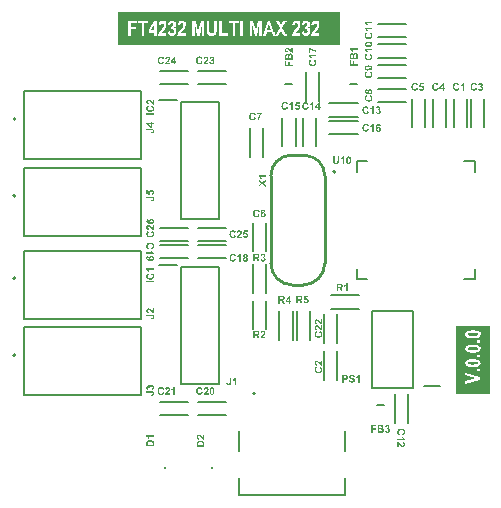
<source format=gto>
G04*
G04 #@! TF.GenerationSoftware,Altium Limited,Altium Designer,22.9.1 (49)*
G04*
G04 Layer_Color=65535*
%FSLAX44Y44*%
%MOMM*%
G71*
G04*
G04 #@! TF.SameCoordinates,C6527EDA-D87B-4D04-AF07-29C5A3CB862A*
G04*
G04*
G04 #@! TF.FilePolarity,Positive*
G04*
G01*
G75*
%ADD10C,0.2540*%
%ADD11C,0.2000*%
%ADD12C,0.1270*%
G36*
X617826Y1195942D02*
Y1167500D01*
X430000D01*
Y1195942D01*
X617826D01*
D02*
G37*
G36*
X745000Y872500D02*
X716558D01*
Y930053D01*
X745000D01*
Y872500D01*
D02*
G37*
G36*
X555718Y1056009D02*
X551086D01*
X551095Y1055999D01*
X551113Y1055981D01*
X551141Y1055944D01*
X551187Y1055889D01*
X551243Y1055824D01*
X551298Y1055750D01*
X551363Y1055657D01*
X551437Y1055556D01*
X551511Y1055445D01*
X551585Y1055324D01*
X551668Y1055195D01*
X551742Y1055056D01*
X551881Y1054761D01*
X552010Y1054428D01*
X550901D01*
Y1054437D01*
X550891Y1054446D01*
X550882Y1054474D01*
X550873Y1054511D01*
X550827Y1054603D01*
X550771Y1054733D01*
X550697Y1054890D01*
X550596Y1055066D01*
X550466Y1055260D01*
X550318Y1055463D01*
X550309Y1055472D01*
X550300Y1055491D01*
X550272Y1055519D01*
X550235Y1055556D01*
X550143Y1055657D01*
X550022Y1055768D01*
X549874Y1055898D01*
X549689Y1056027D01*
X549495Y1056147D01*
X549283Y1056240D01*
Y1057238D01*
X555718D01*
Y1056009D01*
D02*
G37*
G36*
Y1052153D02*
X553554Y1050739D01*
X555718Y1049315D01*
Y1047762D01*
X552389Y1049971D01*
X549320Y1047965D01*
Y1049472D01*
X551233Y1050739D01*
X549320Y1052005D01*
Y1053512D01*
X552389Y1051506D01*
X555718Y1053707D01*
Y1052153D01*
D02*
G37*
G36*
X578217Y1161092D02*
X578208D01*
X578190D01*
X578153Y1161101D01*
X578106Y1161110D01*
X578051Y1161120D01*
X577986Y1161129D01*
X577820Y1161166D01*
X577635Y1161221D01*
X577432Y1161295D01*
X577210Y1161388D01*
X576997Y1161508D01*
X576988D01*
X576969Y1161526D01*
X576932Y1161545D01*
X576895Y1161582D01*
X576831Y1161619D01*
X576766Y1161674D01*
X576683Y1161739D01*
X576590Y1161813D01*
X576479Y1161896D01*
X576368Y1161998D01*
X576239Y1162109D01*
X576100Y1162238D01*
X575961Y1162377D01*
X575804Y1162534D01*
X575638Y1162701D01*
X575462Y1162886D01*
X575453Y1162895D01*
X575425Y1162923D01*
X575388Y1162960D01*
X575333Y1163015D01*
X575277Y1163089D01*
X575203Y1163163D01*
X575037Y1163329D01*
X574861Y1163496D01*
X574686Y1163662D01*
X574612Y1163736D01*
X574528Y1163810D01*
X574464Y1163866D01*
X574408Y1163903D01*
X574390Y1163912D01*
X574343Y1163940D01*
X574270Y1163986D01*
X574168Y1164032D01*
X574057Y1164078D01*
X573927Y1164124D01*
X573798Y1164152D01*
X573659Y1164161D01*
X573650D01*
X573641D01*
X573595D01*
X573511Y1164152D01*
X573419Y1164134D01*
X573317Y1164106D01*
X573216Y1164069D01*
X573114Y1164014D01*
X573021Y1163940D01*
X573012Y1163930D01*
X572984Y1163903D01*
X572947Y1163847D01*
X572910Y1163782D01*
X572873Y1163690D01*
X572836Y1163588D01*
X572809Y1163468D01*
X572799Y1163329D01*
Y1163265D01*
X572809Y1163191D01*
X572827Y1163107D01*
X572855Y1163006D01*
X572901Y1162904D01*
X572957Y1162802D01*
X573031Y1162710D01*
X573040Y1162701D01*
X573077Y1162673D01*
X573132Y1162636D01*
X573216Y1162599D01*
X573317Y1162553D01*
X573456Y1162516D01*
X573613Y1162479D01*
X573798Y1162460D01*
X573678Y1161240D01*
X573669D01*
X573632Y1161249D01*
X573585D01*
X573511Y1161268D01*
X573428Y1161277D01*
X573336Y1161304D01*
X573234Y1161332D01*
X573114Y1161360D01*
X572883Y1161452D01*
X572642Y1161563D01*
X572522Y1161637D01*
X572411Y1161721D01*
X572319Y1161813D01*
X572226Y1161915D01*
X572217Y1161924D01*
X572208Y1161943D01*
X572189Y1161970D01*
X572152Y1162016D01*
X572125Y1162072D01*
X572088Y1162146D01*
X572041Y1162220D01*
X572004Y1162312D01*
X571958Y1162414D01*
X571921Y1162525D01*
X571847Y1162765D01*
X571801Y1163052D01*
X571792Y1163200D01*
X571782Y1163357D01*
Y1163449D01*
X571792Y1163514D01*
X571801Y1163597D01*
X571810Y1163690D01*
X571829Y1163792D01*
X571847Y1163903D01*
X571912Y1164143D01*
X572004Y1164383D01*
X572060Y1164513D01*
X572125Y1164624D01*
X572208Y1164744D01*
X572300Y1164846D01*
X572309Y1164855D01*
X572319Y1164873D01*
X572356Y1164892D01*
X572393Y1164929D01*
X572439Y1164975D01*
X572504Y1165021D01*
X572568Y1165068D01*
X572652Y1165123D01*
X572836Y1165215D01*
X573049Y1165308D01*
X573169Y1165345D01*
X573299Y1165363D01*
X573438Y1165382D01*
X573576Y1165391D01*
X573595D01*
X573650D01*
X573733Y1165382D01*
X573835Y1165373D01*
X573965Y1165354D01*
X574103Y1165326D01*
X574251Y1165289D01*
X574399Y1165234D01*
X574417Y1165225D01*
X574464Y1165206D01*
X574547Y1165169D01*
X574649Y1165114D01*
X574769Y1165049D01*
X574907Y1164966D01*
X575055Y1164864D01*
X575213Y1164744D01*
X575222Y1164735D01*
X575268Y1164698D01*
X575333Y1164642D01*
X575425Y1164559D01*
X575536Y1164448D01*
X575684Y1164309D01*
X575841Y1164143D01*
X576035Y1163940D01*
X576045Y1163930D01*
X576054Y1163912D01*
X576082Y1163884D01*
X576119Y1163847D01*
X576211Y1163745D01*
X576322Y1163625D01*
X576442Y1163505D01*
X576562Y1163385D01*
X576664Y1163274D01*
X576710Y1163237D01*
X576747Y1163200D01*
X576757Y1163191D01*
X576775Y1163172D01*
X576812Y1163144D01*
X576858Y1163107D01*
X576960Y1163024D01*
X577080Y1162950D01*
Y1165391D01*
X578217D01*
Y1161092D01*
D02*
G37*
G36*
X576525Y1160417D02*
X576636Y1160398D01*
X576766Y1160380D01*
X576914Y1160343D01*
X577062Y1160287D01*
X577219Y1160223D01*
X577237Y1160214D01*
X577284Y1160186D01*
X577358Y1160140D01*
X577450Y1160075D01*
X577561Y1160001D01*
X577663Y1159899D01*
X577774Y1159798D01*
X577875Y1159668D01*
X577885Y1159650D01*
X577912Y1159603D01*
X577959Y1159529D01*
X578005Y1159428D01*
X578060Y1159298D01*
X578106Y1159150D01*
X578153Y1158984D01*
X578181Y1158799D01*
Y1158762D01*
X578190Y1158725D01*
Y1158633D01*
X578199Y1158568D01*
Y1158392D01*
X578208Y1158281D01*
Y1158004D01*
X578217Y1157847D01*
Y1155073D01*
X571819D01*
Y1157884D01*
X571829Y1158050D01*
X571838Y1158235D01*
X571847Y1158420D01*
X571866Y1158596D01*
X571884Y1158753D01*
Y1158771D01*
X571893Y1158818D01*
X571912Y1158882D01*
X571940Y1158975D01*
X571977Y1159076D01*
X572023Y1159187D01*
X572078Y1159307D01*
X572152Y1159418D01*
X572162Y1159428D01*
X572189Y1159465D01*
X572235Y1159520D01*
X572291Y1159594D01*
X572374Y1159668D01*
X572467Y1159751D01*
X572568Y1159835D01*
X572689Y1159908D01*
X572707Y1159918D01*
X572744Y1159936D01*
X572818Y1159973D01*
X572910Y1160010D01*
X573021Y1160047D01*
X573142Y1160084D01*
X573289Y1160103D01*
X573438Y1160112D01*
X573447D01*
X573456D01*
X573511D01*
X573595Y1160103D01*
X573706Y1160084D01*
X573835Y1160047D01*
X573974Y1160010D01*
X574112Y1159945D01*
X574260Y1159862D01*
X574279Y1159853D01*
X574325Y1159816D01*
X574390Y1159761D01*
X574473Y1159696D01*
X574556Y1159603D01*
X574658Y1159492D01*
X574741Y1159363D01*
X574824Y1159215D01*
Y1159224D01*
X574833Y1159243D01*
X574843Y1159270D01*
X574852Y1159307D01*
X574898Y1159418D01*
X574963Y1159548D01*
X575037Y1159687D01*
X575139Y1159844D01*
X575259Y1159982D01*
X575407Y1160112D01*
X575425Y1160121D01*
X575481Y1160158D01*
X575564Y1160214D01*
X575675Y1160269D01*
X575823Y1160324D01*
X575980Y1160380D01*
X576165Y1160417D01*
X576368Y1160426D01*
X576378D01*
X576387D01*
X576442D01*
X576525Y1160417D01*
D02*
G37*
G36*
X572901Y1150903D02*
X574417D01*
Y1153575D01*
X575499D01*
Y1150903D01*
X578217D01*
Y1149609D01*
X571819D01*
Y1154000D01*
X572901D01*
Y1150903D01*
D02*
G37*
G36*
X592786Y1165280D02*
X592804Y1165262D01*
X592832Y1165234D01*
X592869Y1165197D01*
X592924Y1165151D01*
X592989Y1165095D01*
X593063Y1165031D01*
X593156Y1164957D01*
X593257Y1164883D01*
X593368Y1164799D01*
X593488Y1164707D01*
X593618Y1164614D01*
X593766Y1164522D01*
X593914Y1164429D01*
X594080Y1164328D01*
X594256Y1164226D01*
X594265Y1164217D01*
X594302Y1164198D01*
X594348Y1164171D01*
X594422Y1164134D01*
X594505Y1164097D01*
X594616Y1164041D01*
X594737Y1163986D01*
X594866Y1163921D01*
X595014Y1163856D01*
X595171Y1163792D01*
X595337Y1163718D01*
X595513Y1163653D01*
X595892Y1163523D01*
X596290Y1163403D01*
X596299D01*
X596336Y1163394D01*
X596391Y1163375D01*
X596475Y1163357D01*
X596567Y1163339D01*
X596669Y1163320D01*
X596798Y1163292D01*
X596928Y1163265D01*
X597076Y1163237D01*
X597224Y1163218D01*
X597547Y1163172D01*
X597880Y1163144D01*
X598204Y1163135D01*
Y1161952D01*
X598185D01*
X598148D01*
X598074Y1161961D01*
X597972D01*
X597852Y1161970D01*
X597714Y1161989D01*
X597547Y1162007D01*
X597371Y1162035D01*
X597177Y1162063D01*
X596965Y1162100D01*
X596743Y1162146D01*
X596502Y1162192D01*
X596262Y1162257D01*
X596012Y1162322D01*
X595763Y1162405D01*
X595504Y1162497D01*
X595485Y1162506D01*
X595439Y1162525D01*
X595365Y1162553D01*
X595273Y1162590D01*
X595153Y1162645D01*
X595005Y1162710D01*
X594847Y1162784D01*
X594672Y1162867D01*
X594487Y1162960D01*
X594293Y1163061D01*
X594080Y1163172D01*
X593877Y1163302D01*
X593442Y1163570D01*
X593026Y1163875D01*
Y1161092D01*
X591889D01*
Y1165289D01*
X592776D01*
X592786Y1165280D01*
D02*
G37*
G36*
X598204Y1158022D02*
X593572D01*
X593581Y1158013D01*
X593599Y1157995D01*
X593627Y1157958D01*
X593673Y1157902D01*
X593729Y1157837D01*
X593784Y1157764D01*
X593849Y1157671D01*
X593923Y1157569D01*
X593997Y1157458D01*
X594071Y1157338D01*
X594154Y1157209D01*
X594228Y1157070D01*
X594367Y1156774D01*
X594496Y1156441D01*
X593387D01*
Y1156451D01*
X593377Y1156460D01*
X593368Y1156488D01*
X593359Y1156525D01*
X593313Y1156617D01*
X593257Y1156747D01*
X593183Y1156904D01*
X593082Y1157079D01*
X592952Y1157273D01*
X592804Y1157477D01*
X592795Y1157486D01*
X592786Y1157505D01*
X592758Y1157532D01*
X592721Y1157569D01*
X592629Y1157671D01*
X592508Y1157782D01*
X592360Y1157911D01*
X592175Y1158041D01*
X591981Y1158161D01*
X591769Y1158253D01*
Y1159252D01*
X598204D01*
Y1158022D01*
D02*
G37*
G36*
X596290Y1155267D02*
X596345Y1155249D01*
X596419Y1155221D01*
X596502Y1155184D01*
X596604Y1155147D01*
X596715Y1155101D01*
X596835Y1155045D01*
X597085Y1154916D01*
X597344Y1154749D01*
X597593Y1154546D01*
X597704Y1154435D01*
X597806Y1154315D01*
X597815Y1154306D01*
X597825Y1154287D01*
X597852Y1154250D01*
X597889Y1154195D01*
X597926Y1154130D01*
X597963Y1154047D01*
X598009Y1153954D01*
X598056Y1153853D01*
X598111Y1153732D01*
X598157Y1153603D01*
X598194Y1153464D01*
X598231Y1153316D01*
X598268Y1153159D01*
X598296Y1152983D01*
X598305Y1152808D01*
X598315Y1152614D01*
Y1152558D01*
X598305Y1152494D01*
X598296Y1152401D01*
X598287Y1152299D01*
X598268Y1152170D01*
X598241Y1152031D01*
X598204Y1151874D01*
X598157Y1151717D01*
X598102Y1151550D01*
X598028Y1151375D01*
X597945Y1151199D01*
X597852Y1151023D01*
X597732Y1150848D01*
X597603Y1150681D01*
X597445Y1150524D01*
X597436Y1150515D01*
X597408Y1150487D01*
X597353Y1150450D01*
X597288Y1150395D01*
X597196Y1150339D01*
X597094Y1150265D01*
X596965Y1150191D01*
X596817Y1150117D01*
X596660Y1150043D01*
X596484Y1149969D01*
X596281Y1149895D01*
X596068Y1149840D01*
X595846Y1149784D01*
X595596Y1149747D01*
X595337Y1149720D01*
X595060Y1149711D01*
X595051D01*
X595042D01*
X594986D01*
X594903Y1149720D01*
X594792D01*
X594663Y1149738D01*
X594505Y1149757D01*
X594339Y1149775D01*
X594145Y1149812D01*
X593951Y1149858D01*
X593747Y1149914D01*
X593544Y1149979D01*
X593331Y1150062D01*
X593128Y1150154D01*
X592934Y1150265D01*
X592749Y1150386D01*
X592573Y1150533D01*
X592564Y1150543D01*
X592536Y1150570D01*
X592490Y1150617D01*
X592434Y1150681D01*
X592370Y1150765D01*
X592296Y1150866D01*
X592212Y1150977D01*
X592129Y1151116D01*
X592046Y1151264D01*
X591963Y1151421D01*
X591889Y1151606D01*
X591824Y1151791D01*
X591769Y1152003D01*
X591722Y1152216D01*
X591695Y1152457D01*
X591685Y1152697D01*
Y1152808D01*
X591695Y1152891D01*
X591704Y1152993D01*
X591722Y1153104D01*
X591741Y1153233D01*
X591769Y1153372D01*
X591806Y1153520D01*
X591852Y1153677D01*
X591907Y1153834D01*
X591981Y1154000D01*
X592055Y1154158D01*
X592148Y1154306D01*
X592259Y1154463D01*
X592379Y1154602D01*
Y1154611D01*
X592397Y1154620D01*
X592425Y1154648D01*
X592453Y1154675D01*
X592499Y1154712D01*
X592555Y1154749D01*
X592684Y1154851D01*
X592850Y1154953D01*
X593054Y1155064D01*
X593285Y1155165D01*
X593553Y1155258D01*
X593858Y1153982D01*
X593849D01*
X593840Y1153973D01*
X593812D01*
X593775Y1153954D01*
X593692Y1153926D01*
X593581Y1153880D01*
X593451Y1153816D01*
X593322Y1153732D01*
X593192Y1153621D01*
X593082Y1153501D01*
X593072Y1153483D01*
X593035Y1153437D01*
X592989Y1153363D01*
X592934Y1153261D01*
X592878Y1153131D01*
X592832Y1152983D01*
X592795Y1152817D01*
X592786Y1152632D01*
Y1152567D01*
X592795Y1152512D01*
X592804Y1152457D01*
X592813Y1152383D01*
X592850Y1152225D01*
X592915Y1152040D01*
X593008Y1151846D01*
X593063Y1151745D01*
X593128Y1151652D01*
X593211Y1151560D01*
X593303Y1151477D01*
X593313D01*
X593331Y1151458D01*
X593359Y1151440D01*
X593405Y1151412D01*
X593461Y1151375D01*
X593525Y1151338D01*
X593609Y1151301D01*
X593701Y1151264D01*
X593812Y1151218D01*
X593932Y1151181D01*
X594071Y1151144D01*
X594219Y1151107D01*
X594385Y1151079D01*
X594561Y1151060D01*
X594755Y1151051D01*
X594968Y1151042D01*
X594977D01*
X595023D01*
X595088D01*
X595162Y1151051D01*
X595263D01*
X595384Y1151070D01*
X595504Y1151079D01*
X595643Y1151097D01*
X595929Y1151153D01*
X596216Y1151227D01*
X596354Y1151273D01*
X596484Y1151338D01*
X596604Y1151403D01*
X596706Y1151477D01*
X596715Y1151486D01*
X596724Y1151495D01*
X596752Y1151523D01*
X596789Y1151560D01*
X596863Y1151652D01*
X596955Y1151782D01*
X597057Y1151939D01*
X597131Y1152133D01*
X597196Y1152355D01*
X597205Y1152475D01*
X597214Y1152604D01*
Y1152651D01*
X597205Y1152688D01*
X597196Y1152789D01*
X597177Y1152909D01*
X597131Y1153039D01*
X597076Y1153187D01*
X597002Y1153335D01*
X596891Y1153483D01*
X596872Y1153501D01*
X596826Y1153548D01*
X596752Y1153612D01*
X596641Y1153686D01*
X596493Y1153779D01*
X596317Y1153862D01*
X596105Y1153945D01*
X595855Y1154019D01*
X596244Y1155276D01*
X596253D01*
X596290Y1155267D01*
D02*
G37*
G36*
X633218Y1163658D02*
X628585D01*
X628595Y1163648D01*
X628613Y1163630D01*
X628641Y1163593D01*
X628687Y1163537D01*
X628743Y1163473D01*
X628798Y1163399D01*
X628863Y1163306D01*
X628937Y1163204D01*
X629011Y1163094D01*
X629085Y1162973D01*
X629168Y1162844D01*
X629242Y1162705D01*
X629381Y1162409D01*
X629510Y1162077D01*
X628400D01*
Y1162086D01*
X628391Y1162095D01*
X628382Y1162123D01*
X628373Y1162160D01*
X628327Y1162252D01*
X628271Y1162382D01*
X628197Y1162539D01*
X628095Y1162714D01*
X627966Y1162909D01*
X627818Y1163112D01*
X627809Y1163121D01*
X627800Y1163140D01*
X627772Y1163167D01*
X627735Y1163204D01*
X627642Y1163306D01*
X627522Y1163417D01*
X627374Y1163547D01*
X627189Y1163676D01*
X626995Y1163796D01*
X626782Y1163889D01*
Y1164887D01*
X633218D01*
Y1163658D01*
D02*
G37*
G36*
X631525Y1160921D02*
X631637Y1160902D01*
X631766Y1160884D01*
X631914Y1160847D01*
X632062Y1160791D01*
X632219Y1160727D01*
X632237Y1160717D01*
X632284Y1160690D01*
X632358Y1160643D01*
X632450Y1160579D01*
X632561Y1160505D01*
X632663Y1160403D01*
X632774Y1160301D01*
X632875Y1160172D01*
X632885Y1160154D01*
X632912Y1160107D01*
X632959Y1160033D01*
X633005Y1159932D01*
X633060Y1159802D01*
X633106Y1159654D01*
X633153Y1159488D01*
X633181Y1159303D01*
Y1159266D01*
X633190Y1159229D01*
Y1159137D01*
X633199Y1159072D01*
Y1158896D01*
X633208Y1158785D01*
Y1158508D01*
X633218Y1158351D01*
Y1155577D01*
X626819D01*
Y1158388D01*
X626829Y1158554D01*
X626838Y1158739D01*
X626847Y1158924D01*
X626866Y1159100D01*
X626884Y1159257D01*
Y1159275D01*
X626894Y1159321D01*
X626912Y1159386D01*
X626940Y1159479D01*
X626977Y1159580D01*
X627023Y1159691D01*
X627078Y1159811D01*
X627152Y1159922D01*
X627162Y1159932D01*
X627189Y1159969D01*
X627236Y1160024D01*
X627291Y1160098D01*
X627374Y1160172D01*
X627467Y1160255D01*
X627568Y1160338D01*
X627689Y1160412D01*
X627707Y1160422D01*
X627744Y1160440D01*
X627818Y1160477D01*
X627910Y1160514D01*
X628022Y1160551D01*
X628142Y1160588D01*
X628290Y1160607D01*
X628438Y1160616D01*
X628447D01*
X628456D01*
X628512D01*
X628595Y1160607D01*
X628706Y1160588D01*
X628835Y1160551D01*
X628974Y1160514D01*
X629112Y1160449D01*
X629260Y1160366D01*
X629279Y1160357D01*
X629325Y1160320D01*
X629390Y1160264D01*
X629473Y1160200D01*
X629556Y1160107D01*
X629658Y1159996D01*
X629741Y1159867D01*
X629824Y1159719D01*
Y1159728D01*
X629834Y1159747D01*
X629843Y1159774D01*
X629852Y1159811D01*
X629898Y1159922D01*
X629963Y1160052D01*
X630037Y1160191D01*
X630139Y1160348D01*
X630259Y1160486D01*
X630407Y1160616D01*
X630425Y1160625D01*
X630481Y1160662D01*
X630564Y1160717D01*
X630675Y1160773D01*
X630823Y1160828D01*
X630980Y1160884D01*
X631165Y1160921D01*
X631368Y1160930D01*
X631378D01*
X631387D01*
X631442D01*
X631525Y1160921D01*
D02*
G37*
G36*
X627901Y1151407D02*
X629417D01*
Y1154079D01*
X630499D01*
Y1151407D01*
X633218D01*
Y1150113D01*
X626819D01*
Y1154504D01*
X627901D01*
Y1151407D01*
D02*
G37*
G36*
X503217Y833360D02*
X503208D01*
X503190D01*
X503153Y833369D01*
X503106Y833378D01*
X503051Y833388D01*
X502986Y833397D01*
X502820Y833434D01*
X502635Y833489D01*
X502431Y833563D01*
X502210Y833656D01*
X501997Y833776D01*
X501988D01*
X501969Y833794D01*
X501932Y833813D01*
X501895Y833850D01*
X501831Y833887D01*
X501766Y833942D01*
X501683Y834007D01*
X501590Y834081D01*
X501479Y834164D01*
X501368Y834266D01*
X501239Y834377D01*
X501100Y834506D01*
X500961Y834645D01*
X500804Y834802D01*
X500638Y834969D01*
X500462Y835154D01*
X500453Y835163D01*
X500425Y835191D01*
X500388Y835228D01*
X500333Y835283D01*
X500277Y835357D01*
X500203Y835431D01*
X500037Y835597D01*
X499861Y835764D01*
X499686Y835930D01*
X499612Y836004D01*
X499528Y836078D01*
X499464Y836133D01*
X499408Y836171D01*
X499390Y836180D01*
X499343Y836208D01*
X499269Y836254D01*
X499168Y836300D01*
X499057Y836346D01*
X498927Y836392D01*
X498798Y836420D01*
X498659Y836429D01*
X498650D01*
X498641D01*
X498595D01*
X498511Y836420D01*
X498419Y836402D01*
X498317Y836374D01*
X498215Y836337D01*
X498114Y836282D01*
X498021Y836208D01*
X498012Y836198D01*
X497984Y836171D01*
X497947Y836115D01*
X497910Y836050D01*
X497873Y835958D01*
X497836Y835856D01*
X497809Y835736D01*
X497799Y835597D01*
Y835533D01*
X497809Y835459D01*
X497827Y835375D01*
X497855Y835274D01*
X497901Y835172D01*
X497957Y835070D01*
X498031Y834978D01*
X498040Y834969D01*
X498077Y834941D01*
X498132Y834904D01*
X498215Y834867D01*
X498317Y834821D01*
X498456Y834784D01*
X498613Y834747D01*
X498798Y834728D01*
X498678Y833508D01*
X498669D01*
X498632Y833517D01*
X498585D01*
X498511Y833536D01*
X498428Y833545D01*
X498336Y833572D01*
X498234Y833600D01*
X498114Y833628D01*
X497883Y833720D01*
X497642Y833831D01*
X497522Y833905D01*
X497411Y833989D01*
X497319Y834081D01*
X497226Y834183D01*
X497217Y834192D01*
X497208Y834210D01*
X497189Y834238D01*
X497152Y834284D01*
X497125Y834340D01*
X497088Y834414D01*
X497041Y834488D01*
X497004Y834580D01*
X496958Y834682D01*
X496921Y834793D01*
X496847Y835033D01*
X496801Y835320D01*
X496792Y835468D01*
X496782Y835625D01*
Y835717D01*
X496792Y835782D01*
X496801Y835865D01*
X496810Y835958D01*
X496829Y836060D01*
X496847Y836171D01*
X496912Y836411D01*
X497004Y836651D01*
X497060Y836781D01*
X497125Y836892D01*
X497208Y837012D01*
X497300Y837114D01*
X497309Y837123D01*
X497319Y837141D01*
X497356Y837160D01*
X497393Y837197D01*
X497439Y837243D01*
X497504Y837289D01*
X497568Y837336D01*
X497652Y837391D01*
X497836Y837483D01*
X498049Y837576D01*
X498169Y837613D01*
X498299Y837631D01*
X498437Y837650D01*
X498576Y837659D01*
X498595D01*
X498650D01*
X498733Y837650D01*
X498835Y837641D01*
X498964Y837622D01*
X499103Y837594D01*
X499251Y837557D01*
X499399Y837502D01*
X499417Y837493D01*
X499464Y837474D01*
X499547Y837437D01*
X499649Y837382D01*
X499769Y837317D01*
X499907Y837234D01*
X500055Y837132D01*
X500213Y837012D01*
X500222Y837003D01*
X500268Y836966D01*
X500333Y836910D01*
X500425Y836827D01*
X500536Y836716D01*
X500684Y836577D01*
X500841Y836411D01*
X501035Y836208D01*
X501045Y836198D01*
X501054Y836180D01*
X501082Y836152D01*
X501119Y836115D01*
X501211Y836013D01*
X501322Y835893D01*
X501442Y835773D01*
X501562Y835653D01*
X501664Y835542D01*
X501710Y835505D01*
X501747Y835468D01*
X501757Y835459D01*
X501775Y835440D01*
X501812Y835412D01*
X501858Y835375D01*
X501960Y835292D01*
X502080Y835218D01*
Y837659D01*
X503217D01*
Y833360D01*
D02*
G37*
G36*
X500287Y832685D02*
X500360D01*
X500453Y832676D01*
X500555Y832666D01*
X500767Y832648D01*
X500989Y832611D01*
X501220Y832555D01*
X501442Y832491D01*
X501451D01*
X501470Y832482D01*
X501507Y832463D01*
X501562Y832445D01*
X501618Y832426D01*
X501683Y832389D01*
X501849Y832315D01*
X502025Y832223D01*
X502219Y832103D01*
X502404Y831964D01*
X502579Y831807D01*
X502598Y831788D01*
X502635Y831742D01*
X502690Y831668D01*
X502764Y831566D01*
X502848Y831437D01*
X502931Y831289D01*
X503014Y831104D01*
X503088Y830900D01*
Y830891D01*
X503097Y830882D01*
Y830854D01*
X503106Y830827D01*
X503125Y830725D01*
X503153Y830595D01*
X503180Y830438D01*
X503199Y830244D01*
X503208Y830013D01*
X503217Y829763D01*
Y827341D01*
X496819D01*
Y829893D01*
X496829Y829967D01*
X496838Y830142D01*
X496847Y830337D01*
X496875Y830540D01*
X496903Y830734D01*
X496949Y830910D01*
Y830919D01*
X496958Y830938D01*
X496967Y830965D01*
X496977Y831002D01*
X497023Y831113D01*
X497088Y831243D01*
X497171Y831391D01*
X497272Y831557D01*
X497393Y831714D01*
X497541Y831871D01*
Y831881D01*
X497559Y831890D01*
X497615Y831936D01*
X497707Y832010D01*
X497827Y832093D01*
X497975Y832195D01*
X498151Y832297D01*
X498354Y832398D01*
X498576Y832482D01*
X498585D01*
X498604Y832491D01*
X498641Y832500D01*
X498687Y832518D01*
X498742Y832528D01*
X498816Y832546D01*
X498900Y832565D01*
X498992Y832592D01*
X499094Y832611D01*
X499214Y832629D01*
X499334Y832648D01*
X499473Y832657D01*
X499760Y832685D01*
X500083Y832694D01*
X500092D01*
X500120D01*
X500157D01*
X500213D01*
X500287Y832685D01*
D02*
G37*
G36*
X460717Y835926D02*
X456085D01*
X456095Y835916D01*
X456113Y835898D01*
X456141Y835861D01*
X456187Y835805D01*
X456242Y835741D01*
X456298Y835667D01*
X456363Y835574D01*
X456437Y835472D01*
X456511Y835361D01*
X456585Y835241D01*
X456668Y835112D01*
X456742Y834973D01*
X456880Y834677D01*
X457010Y834344D01*
X455900D01*
Y834354D01*
X455891Y834363D01*
X455882Y834391D01*
X455873Y834428D01*
X455826Y834520D01*
X455771Y834650D01*
X455697Y834807D01*
X455595Y834983D01*
X455466Y835177D01*
X455318Y835380D01*
X455309Y835389D01*
X455299Y835408D01*
X455272Y835435D01*
X455235Y835472D01*
X455142Y835574D01*
X455022Y835685D01*
X454874Y835815D01*
X454689Y835944D01*
X454495Y836064D01*
X454282Y836157D01*
Y837155D01*
X460717D01*
Y835926D01*
D02*
G37*
G36*
X457787Y833189D02*
X457860D01*
X457953Y833180D01*
X458055Y833170D01*
X458267Y833152D01*
X458489Y833115D01*
X458720Y833059D01*
X458942Y832995D01*
X458951D01*
X458970Y832985D01*
X459007Y832967D01*
X459062Y832948D01*
X459118Y832930D01*
X459183Y832893D01*
X459349Y832819D01*
X459525Y832727D01*
X459719Y832606D01*
X459904Y832468D01*
X460079Y832310D01*
X460098Y832292D01*
X460135Y832246D01*
X460190Y832172D01*
X460264Y832070D01*
X460348Y831941D01*
X460431Y831793D01*
X460514Y831608D01*
X460588Y831404D01*
Y831395D01*
X460597Y831386D01*
Y831358D01*
X460606Y831330D01*
X460625Y831229D01*
X460653Y831099D01*
X460680Y830942D01*
X460699Y830748D01*
X460708Y830517D01*
X460717Y830267D01*
Y827845D01*
X454319D01*
Y830397D01*
X454329Y830471D01*
X454338Y830646D01*
X454347Y830840D01*
X454375Y831044D01*
X454403Y831238D01*
X454449Y831414D01*
Y831423D01*
X454458Y831441D01*
X454467Y831469D01*
X454477Y831506D01*
X454523Y831617D01*
X454588Y831747D01*
X454671Y831894D01*
X454772Y832061D01*
X454893Y832218D01*
X455041Y832375D01*
Y832384D01*
X455059Y832394D01*
X455115Y832440D01*
X455207Y832514D01*
X455327Y832597D01*
X455475Y832699D01*
X455651Y832801D01*
X455854Y832902D01*
X456076Y832985D01*
X456085D01*
X456104Y832995D01*
X456141Y833004D01*
X456187Y833022D01*
X456242Y833032D01*
X456316Y833050D01*
X456400Y833069D01*
X456492Y833096D01*
X456594Y833115D01*
X456714Y833133D01*
X456834Y833152D01*
X456973Y833161D01*
X457260Y833189D01*
X457583Y833198D01*
X457592D01*
X457620D01*
X457657D01*
X457713D01*
X457787Y833189D01*
D02*
G37*
G36*
X645623Y1186028D02*
X640992D01*
X641001Y1186019D01*
X641019Y1186000D01*
X641047Y1185963D01*
X641093Y1185908D01*
X641149Y1185843D01*
X641204Y1185769D01*
X641269Y1185677D01*
X641343Y1185575D01*
X641417Y1185464D01*
X641491Y1185344D01*
X641574Y1185214D01*
X641648Y1185076D01*
X641787Y1184780D01*
X641916Y1184447D01*
X640807D01*
Y1184456D01*
X640797Y1184466D01*
X640788Y1184493D01*
X640779Y1184530D01*
X640733Y1184623D01*
X640677Y1184752D01*
X640603Y1184909D01*
X640501Y1185085D01*
X640372Y1185279D01*
X640224Y1185483D01*
X640215Y1185492D01*
X640206Y1185510D01*
X640178Y1185538D01*
X640141Y1185575D01*
X640048Y1185677D01*
X639928Y1185788D01*
X639780Y1185917D01*
X639595Y1186047D01*
X639401Y1186167D01*
X639189Y1186259D01*
Y1187258D01*
X645623D01*
Y1186028D01*
D02*
G37*
G36*
Y1181054D02*
X640992D01*
X641001Y1181045D01*
X641019Y1181026D01*
X641047Y1180989D01*
X641093Y1180934D01*
X641149Y1180869D01*
X641204Y1180795D01*
X641269Y1180703D01*
X641343Y1180601D01*
X641417Y1180490D01*
X641491Y1180370D01*
X641574Y1180240D01*
X641648Y1180102D01*
X641787Y1179806D01*
X641916Y1179473D01*
X640807D01*
Y1179482D01*
X640797Y1179492D01*
X640788Y1179519D01*
X640779Y1179556D01*
X640733Y1179649D01*
X640677Y1179778D01*
X640603Y1179935D01*
X640501Y1180111D01*
X640372Y1180305D01*
X640224Y1180508D01*
X640215Y1180518D01*
X640206Y1180536D01*
X640178Y1180564D01*
X640141Y1180601D01*
X640048Y1180703D01*
X639928Y1180814D01*
X639780Y1180943D01*
X639595Y1181072D01*
X639401Y1181193D01*
X639189Y1181285D01*
Y1182284D01*
X645623D01*
Y1181054D01*
D02*
G37*
G36*
X643710Y1178299D02*
X643765Y1178280D01*
X643839Y1178253D01*
X643922Y1178216D01*
X644024Y1178179D01*
X644135Y1178132D01*
X644255Y1178077D01*
X644505Y1177947D01*
X644764Y1177781D01*
X645013Y1177578D01*
X645124Y1177467D01*
X645226Y1177346D01*
X645235Y1177337D01*
X645245Y1177319D01*
X645272Y1177282D01*
X645309Y1177226D01*
X645346Y1177162D01*
X645383Y1177078D01*
X645429Y1176986D01*
X645476Y1176884D01*
X645531Y1176764D01*
X645577Y1176635D01*
X645614Y1176496D01*
X645651Y1176348D01*
X645688Y1176191D01*
X645716Y1176015D01*
X645725Y1175839D01*
X645734Y1175645D01*
Y1175590D01*
X645725Y1175525D01*
X645716Y1175433D01*
X645707Y1175331D01*
X645688Y1175201D01*
X645660Y1175063D01*
X645623Y1174906D01*
X645577Y1174749D01*
X645522Y1174582D01*
X645448Y1174406D01*
X645365Y1174231D01*
X645272Y1174055D01*
X645152Y1173879D01*
X645023Y1173713D01*
X644865Y1173556D01*
X644856Y1173547D01*
X644828Y1173519D01*
X644773Y1173482D01*
X644708Y1173426D01*
X644616Y1173371D01*
X644514Y1173297D01*
X644385Y1173223D01*
X644237Y1173149D01*
X644080Y1173075D01*
X643904Y1173001D01*
X643700Y1172927D01*
X643488Y1172872D01*
X643266Y1172816D01*
X643016Y1172779D01*
X642757Y1172751D01*
X642480Y1172742D01*
X642471D01*
X642461D01*
X642406D01*
X642323Y1172751D01*
X642212D01*
X642083Y1172770D01*
X641925Y1172788D01*
X641759Y1172807D01*
X641565Y1172844D01*
X641370Y1172890D01*
X641167Y1172946D01*
X640964Y1173010D01*
X640751Y1173093D01*
X640548Y1173186D01*
X640353Y1173297D01*
X640169Y1173417D01*
X639993Y1173565D01*
X639984Y1173574D01*
X639956Y1173602D01*
X639910Y1173648D01*
X639854Y1173713D01*
X639790Y1173796D01*
X639716Y1173898D01*
X639632Y1174009D01*
X639549Y1174147D01*
X639466Y1174296D01*
X639383Y1174453D01*
X639309Y1174638D01*
X639244Y1174822D01*
X639189Y1175035D01*
X639142Y1175248D01*
X639115Y1175488D01*
X639105Y1175729D01*
Y1175839D01*
X639115Y1175923D01*
X639124Y1176024D01*
X639142Y1176135D01*
X639161Y1176265D01*
X639189Y1176404D01*
X639226Y1176551D01*
X639272Y1176709D01*
X639327Y1176866D01*
X639401Y1177032D01*
X639475Y1177189D01*
X639568Y1177337D01*
X639679Y1177494D01*
X639799Y1177633D01*
Y1177642D01*
X639817Y1177652D01*
X639845Y1177679D01*
X639873Y1177707D01*
X639919Y1177744D01*
X639975Y1177781D01*
X640104Y1177883D01*
X640270Y1177984D01*
X640474Y1178095D01*
X640705Y1178197D01*
X640973Y1178290D01*
X641278Y1177014D01*
X641269D01*
X641260Y1177004D01*
X641232D01*
X641195Y1176986D01*
X641112Y1176958D01*
X641001Y1176912D01*
X640871Y1176847D01*
X640742Y1176764D01*
X640612Y1176653D01*
X640501Y1176533D01*
X640492Y1176514D01*
X640455Y1176468D01*
X640409Y1176394D01*
X640353Y1176292D01*
X640298Y1176163D01*
X640252Y1176015D01*
X640215Y1175849D01*
X640206Y1175664D01*
Y1175599D01*
X640215Y1175544D01*
X640224Y1175488D01*
X640233Y1175414D01*
X640270Y1175257D01*
X640335Y1175072D01*
X640427Y1174878D01*
X640483Y1174776D01*
X640548Y1174684D01*
X640631Y1174591D01*
X640723Y1174508D01*
X640733D01*
X640751Y1174490D01*
X640779Y1174471D01*
X640825Y1174443D01*
X640881Y1174406D01*
X640945Y1174369D01*
X641029Y1174332D01*
X641121Y1174296D01*
X641232Y1174249D01*
X641352Y1174212D01*
X641491Y1174175D01*
X641639Y1174138D01*
X641805Y1174111D01*
X641981Y1174092D01*
X642175Y1174083D01*
X642388Y1174074D01*
X642397D01*
X642443D01*
X642508D01*
X642582Y1174083D01*
X642683D01*
X642804Y1174101D01*
X642924Y1174111D01*
X643063Y1174129D01*
X643349Y1174184D01*
X643636Y1174258D01*
X643774Y1174305D01*
X643904Y1174369D01*
X644024Y1174434D01*
X644126Y1174508D01*
X644135Y1174517D01*
X644144Y1174527D01*
X644172Y1174554D01*
X644209Y1174591D01*
X644283Y1174684D01*
X644375Y1174813D01*
X644477Y1174970D01*
X644551Y1175165D01*
X644616Y1175386D01*
X644625Y1175507D01*
X644634Y1175636D01*
Y1175682D01*
X644625Y1175719D01*
X644616Y1175821D01*
X644597Y1175941D01*
X644551Y1176071D01*
X644496Y1176219D01*
X644422Y1176367D01*
X644311Y1176514D01*
X644292Y1176533D01*
X644246Y1176579D01*
X644172Y1176644D01*
X644061Y1176718D01*
X643913Y1176810D01*
X643737Y1176893D01*
X643525Y1176977D01*
X643275Y1177051D01*
X643663Y1178308D01*
X643673D01*
X643710Y1178299D01*
D02*
G37*
G36*
X643890Y1130293D02*
X643964Y1130284D01*
X644056Y1130275D01*
X644149Y1130256D01*
X644251Y1130228D01*
X644482Y1130164D01*
X644602Y1130117D01*
X644722Y1130062D01*
X644842Y1129997D01*
X644962Y1129914D01*
X645073Y1129831D01*
X645184Y1129729D01*
X645194Y1129720D01*
X645212Y1129701D01*
X645240Y1129674D01*
X645268Y1129627D01*
X645314Y1129572D01*
X645360Y1129498D01*
X645406Y1129424D01*
X645462Y1129332D01*
X645517Y1129230D01*
X645563Y1129110D01*
X645610Y1128989D01*
X645656Y1128860D01*
X645684Y1128712D01*
X645711Y1128555D01*
X645730Y1128398D01*
X645739Y1128222D01*
Y1128139D01*
X645730Y1128074D01*
X645721Y1128000D01*
X645711Y1127917D01*
X645702Y1127824D01*
X645684Y1127714D01*
X645628Y1127483D01*
X645545Y1127242D01*
X645499Y1127122D01*
X645434Y1127002D01*
X645369Y1126881D01*
X645286Y1126770D01*
X645277Y1126761D01*
X645258Y1126743D01*
X645231Y1126706D01*
X645184Y1126660D01*
X645129Y1126613D01*
X645064Y1126558D01*
X644981Y1126493D01*
X644898Y1126429D01*
X644796Y1126364D01*
X644685Y1126299D01*
X644565Y1126244D01*
X644426Y1126197D01*
X644287Y1126151D01*
X644130Y1126114D01*
X643973Y1126096D01*
X643798Y1126086D01*
X643788D01*
X643770D01*
X643742D01*
X643705D01*
X643603Y1126096D01*
X643483Y1126114D01*
X643335Y1126151D01*
X643169Y1126188D01*
X643002Y1126253D01*
X642836Y1126336D01*
X642827D01*
X642818Y1126345D01*
X642762Y1126382D01*
X642688Y1126447D01*
X642586Y1126539D01*
X642475Y1126650D01*
X642365Y1126789D01*
X642263Y1126955D01*
X642161Y1127150D01*
Y1127140D01*
X642152Y1127131D01*
X642124Y1127076D01*
X642078Y1126992D01*
X642022Y1126891D01*
X641939Y1126770D01*
X641847Y1126660D01*
X641736Y1126549D01*
X641616Y1126456D01*
X641597Y1126447D01*
X641551Y1126419D01*
X641486Y1126392D01*
X641384Y1126355D01*
X641273Y1126308D01*
X641135Y1126281D01*
X640996Y1126253D01*
X640839Y1126244D01*
X640830D01*
X640811D01*
X640774D01*
X640719Y1126253D01*
X640663Y1126262D01*
X640589Y1126271D01*
X640423Y1126308D01*
X640238Y1126364D01*
X640035Y1126456D01*
X639942Y1126512D01*
X639840Y1126576D01*
X639748Y1126660D01*
X639655Y1126743D01*
X639646Y1126752D01*
X639637Y1126770D01*
X639609Y1126798D01*
X639581Y1126835D01*
X639544Y1126891D01*
X639508Y1126946D01*
X639461Y1127020D01*
X639415Y1127113D01*
X639378Y1127205D01*
X639332Y1127307D01*
X639295Y1127427D01*
X639258Y1127556D01*
X639230Y1127695D01*
X639202Y1127843D01*
X639193Y1128000D01*
X639184Y1128167D01*
Y1128259D01*
X639193Y1128315D01*
X639202Y1128398D01*
X639212Y1128481D01*
X639221Y1128583D01*
X639239Y1128684D01*
X639295Y1128915D01*
X639378Y1129156D01*
X639434Y1129267D01*
X639498Y1129387D01*
X639572Y1129489D01*
X639655Y1129591D01*
X639665Y1129600D01*
X639674Y1129609D01*
X639702Y1129637D01*
X639739Y1129674D01*
X639785Y1129711D01*
X639840Y1129748D01*
X639979Y1129849D01*
X640155Y1129942D01*
X640349Y1130016D01*
X640580Y1130080D01*
X640710Y1130090D01*
X640839Y1130099D01*
X640848D01*
X640857D01*
X640913D01*
X640996Y1130090D01*
X641107Y1130071D01*
X641227Y1130043D01*
X641357Y1129997D01*
X641495Y1129942D01*
X641634Y1129859D01*
X641653Y1129849D01*
X641690Y1129812D01*
X641754Y1129766D01*
X641828Y1129692D01*
X641921Y1129600D01*
X642004Y1129489D01*
X642087Y1129359D01*
X642161Y1129211D01*
Y1129221D01*
X642170Y1129239D01*
X642179Y1129267D01*
X642198Y1129304D01*
X642253Y1129396D01*
X642327Y1129517D01*
X642411Y1129646D01*
X642522Y1129785D01*
X642651Y1129914D01*
X642799Y1130025D01*
X642818Y1130034D01*
X642873Y1130071D01*
X642956Y1130117D01*
X643067Y1130164D01*
X643206Y1130219D01*
X643372Y1130256D01*
X643548Y1130293D01*
X643742Y1130302D01*
X643751D01*
X643779D01*
X643825D01*
X643890Y1130293D01*
D02*
G37*
G36*
X643705Y1125254D02*
X643761Y1125236D01*
X643835Y1125208D01*
X643918Y1125171D01*
X644019Y1125134D01*
X644130Y1125088D01*
X644251Y1125032D01*
X644500Y1124903D01*
X644759Y1124736D01*
X645009Y1124533D01*
X645120Y1124422D01*
X645221Y1124302D01*
X645231Y1124293D01*
X645240Y1124274D01*
X645268Y1124237D01*
X645305Y1124182D01*
X645341Y1124117D01*
X645378Y1124034D01*
X645425Y1123941D01*
X645471Y1123840D01*
X645526Y1123719D01*
X645573Y1123590D01*
X645610Y1123451D01*
X645647Y1123303D01*
X645684Y1123146D01*
X645711Y1122971D01*
X645721Y1122795D01*
X645730Y1122601D01*
Y1122545D01*
X645721Y1122481D01*
X645711Y1122388D01*
X645702Y1122286D01*
X645684Y1122157D01*
X645656Y1122018D01*
X645619Y1121861D01*
X645573Y1121704D01*
X645517Y1121537D01*
X645443Y1121362D01*
X645360Y1121186D01*
X645268Y1121011D01*
X645147Y1120835D01*
X645018Y1120668D01*
X644861Y1120511D01*
X644852Y1120502D01*
X644824Y1120474D01*
X644768Y1120437D01*
X644704Y1120382D01*
X644611Y1120326D01*
X644509Y1120252D01*
X644380Y1120178D01*
X644232Y1120105D01*
X644075Y1120031D01*
X643899Y1119957D01*
X643696Y1119883D01*
X643483Y1119827D01*
X643261Y1119772D01*
X643012Y1119735D01*
X642753Y1119707D01*
X642475Y1119698D01*
X642466D01*
X642457D01*
X642401D01*
X642318Y1119707D01*
X642207D01*
X642078Y1119725D01*
X641921Y1119744D01*
X641754Y1119762D01*
X641560Y1119799D01*
X641366Y1119846D01*
X641162Y1119901D01*
X640959Y1119966D01*
X640747Y1120049D01*
X640543Y1120141D01*
X640349Y1120252D01*
X640164Y1120373D01*
X639988Y1120520D01*
X639979Y1120530D01*
X639951Y1120557D01*
X639905Y1120604D01*
X639850Y1120668D01*
X639785Y1120752D01*
X639711Y1120853D01*
X639628Y1120964D01*
X639544Y1121103D01*
X639461Y1121251D01*
X639378Y1121408D01*
X639304Y1121593D01*
X639239Y1121778D01*
X639184Y1121991D01*
X639138Y1122203D01*
X639110Y1122444D01*
X639101Y1122684D01*
Y1122795D01*
X639110Y1122878D01*
X639119Y1122980D01*
X639138Y1123091D01*
X639156Y1123220D01*
X639184Y1123359D01*
X639221Y1123507D01*
X639267Y1123664D01*
X639323Y1123821D01*
X639397Y1123988D01*
X639471Y1124145D01*
X639563Y1124293D01*
X639674Y1124450D01*
X639794Y1124589D01*
Y1124598D01*
X639813Y1124607D01*
X639840Y1124635D01*
X639868Y1124662D01*
X639914Y1124699D01*
X639970Y1124736D01*
X640099Y1124838D01*
X640266Y1124940D01*
X640469Y1125051D01*
X640700Y1125153D01*
X640968Y1125245D01*
X641273Y1123969D01*
X641264D01*
X641255Y1123960D01*
X641227D01*
X641190Y1123941D01*
X641107Y1123914D01*
X640996Y1123867D01*
X640867Y1123803D01*
X640737Y1123719D01*
X640608Y1123608D01*
X640497Y1123488D01*
X640488Y1123470D01*
X640451Y1123424D01*
X640404Y1123350D01*
X640349Y1123248D01*
X640293Y1123119D01*
X640247Y1122971D01*
X640210Y1122804D01*
X640201Y1122619D01*
Y1122554D01*
X640210Y1122499D01*
X640219Y1122444D01*
X640229Y1122370D01*
X640266Y1122213D01*
X640330Y1122028D01*
X640423Y1121833D01*
X640478Y1121732D01*
X640543Y1121639D01*
X640626Y1121547D01*
X640719Y1121464D01*
X640728D01*
X640747Y1121445D01*
X640774Y1121427D01*
X640820Y1121399D01*
X640876Y1121362D01*
X640941Y1121325D01*
X641024Y1121288D01*
X641116Y1121251D01*
X641227Y1121205D01*
X641347Y1121168D01*
X641486Y1121131D01*
X641634Y1121094D01*
X641801Y1121066D01*
X641976Y1121048D01*
X642170Y1121038D01*
X642383Y1121029D01*
X642392D01*
X642438D01*
X642503D01*
X642577Y1121038D01*
X642679D01*
X642799Y1121057D01*
X642919Y1121066D01*
X643058Y1121085D01*
X643344Y1121140D01*
X643631Y1121214D01*
X643770Y1121260D01*
X643899Y1121325D01*
X644019Y1121390D01*
X644121Y1121464D01*
X644130Y1121473D01*
X644140Y1121482D01*
X644167Y1121510D01*
X644204Y1121547D01*
X644278Y1121639D01*
X644371Y1121769D01*
X644472Y1121926D01*
X644546Y1122120D01*
X644611Y1122342D01*
X644620Y1122462D01*
X644630Y1122591D01*
Y1122638D01*
X644620Y1122675D01*
X644611Y1122776D01*
X644593Y1122897D01*
X644546Y1123026D01*
X644491Y1123174D01*
X644417Y1123322D01*
X644306Y1123470D01*
X644287Y1123488D01*
X644241Y1123535D01*
X644167Y1123599D01*
X644056Y1123673D01*
X643908Y1123766D01*
X643733Y1123849D01*
X643520Y1123932D01*
X643270Y1124006D01*
X643659Y1125264D01*
X643668D01*
X643705Y1125254D01*
D02*
G37*
G36*
X642716Y1150284D02*
X642864Y1150275D01*
X643030Y1150256D01*
X643206Y1150238D01*
X643400Y1150210D01*
X643613Y1150173D01*
X643816Y1150136D01*
X644029Y1150080D01*
X644241Y1150016D01*
X644436Y1149942D01*
X644630Y1149849D01*
X644805Y1149757D01*
X644962Y1149637D01*
X644972Y1149627D01*
X644999Y1149609D01*
X645036Y1149572D01*
X645083Y1149516D01*
X645138Y1149452D01*
X645212Y1149378D01*
X645277Y1149285D01*
X645351Y1149184D01*
X645425Y1149073D01*
X645490Y1148943D01*
X645554Y1148804D01*
X645619Y1148657D01*
X645665Y1148490D01*
X645702Y1148324D01*
X645730Y1148148D01*
X645739Y1147954D01*
Y1147880D01*
X645730Y1147834D01*
Y1147769D01*
X645721Y1147695D01*
X645693Y1147519D01*
X645637Y1147325D01*
X645573Y1147131D01*
X645471Y1146928D01*
X645415Y1146835D01*
X645342Y1146743D01*
X645332Y1146733D01*
X645323Y1146724D01*
X645295Y1146696D01*
X645268Y1146669D01*
X645221Y1146632D01*
X645175Y1146586D01*
X645110Y1146549D01*
X645046Y1146493D01*
X644962Y1146447D01*
X644879Y1146391D01*
X644778Y1146345D01*
X644667Y1146299D01*
X644556Y1146253D01*
X644426Y1146216D01*
X644297Y1146179D01*
X644149Y1146151D01*
X644010Y1147335D01*
X644029D01*
X644075Y1147344D01*
X644140Y1147353D01*
X644214Y1147381D01*
X644306Y1147408D01*
X644398Y1147445D01*
X644482Y1147492D01*
X644556Y1147556D01*
X644565Y1147566D01*
X644583Y1147593D01*
X644611Y1147630D01*
X644639Y1147686D01*
X644667Y1147760D01*
X644694Y1147834D01*
X644713Y1147935D01*
X644722Y1148037D01*
Y1148056D01*
X644713Y1148102D01*
X644704Y1148167D01*
X644676Y1148259D01*
X644639Y1148361D01*
X644574Y1148462D01*
X644491Y1148573D01*
X644380Y1148675D01*
X644361Y1148684D01*
X644343Y1148703D01*
X644306Y1148721D01*
X644269Y1148740D01*
X644214Y1148768D01*
X644149Y1148786D01*
X644066Y1148823D01*
X643973Y1148851D01*
X643872Y1148878D01*
X643751Y1148906D01*
X643622Y1148934D01*
X643474Y1148962D01*
X643307Y1148980D01*
X643123Y1148999D01*
X642928Y1149017D01*
X642938Y1149008D01*
X642947Y1148999D01*
X642975Y1148971D01*
X643012Y1148934D01*
X643049Y1148888D01*
X643095Y1148832D01*
X643197Y1148703D01*
X643298Y1148536D01*
X643382Y1148333D01*
X643419Y1148222D01*
X643437Y1148111D01*
X643456Y1147991D01*
X643465Y1147861D01*
Y1147787D01*
X643456Y1147732D01*
X643446Y1147667D01*
X643437Y1147593D01*
X643391Y1147418D01*
X643326Y1147214D01*
X643270Y1147113D01*
X643215Y1147002D01*
X643150Y1146891D01*
X643076Y1146780D01*
X642984Y1146669D01*
X642882Y1146567D01*
X642873Y1146558D01*
X642855Y1146539D01*
X642818Y1146521D01*
X642781Y1146484D01*
X642716Y1146438D01*
X642651Y1146391D01*
X642568Y1146345D01*
X642475Y1146299D01*
X642374Y1146244D01*
X642253Y1146197D01*
X642133Y1146151D01*
X641995Y1146105D01*
X641856Y1146068D01*
X641699Y1146049D01*
X641532Y1146031D01*
X641366Y1146022D01*
X641357D01*
X641320D01*
X641273D01*
X641199Y1146031D01*
X641116Y1146040D01*
X641024Y1146049D01*
X640913Y1146068D01*
X640802Y1146096D01*
X640552Y1146160D01*
X640414Y1146207D01*
X640284Y1146262D01*
X640155Y1146327D01*
X640025Y1146410D01*
X639905Y1146493D01*
X639785Y1146595D01*
X639776Y1146604D01*
X639757Y1146623D01*
X639729Y1146650D01*
X639692Y1146696D01*
X639646Y1146761D01*
X639591Y1146826D01*
X639545Y1146909D01*
X639480Y1147002D01*
X639424Y1147094D01*
X639378Y1147214D01*
X639323Y1147335D01*
X639276Y1147464D01*
X639240Y1147603D01*
X639212Y1147750D01*
X639193Y1147898D01*
X639184Y1148065D01*
Y1148111D01*
X639193Y1148157D01*
Y1148231D01*
X639202Y1148315D01*
X639221Y1148407D01*
X639249Y1148518D01*
X639276Y1148629D01*
X639323Y1148758D01*
X639369Y1148888D01*
X639434Y1149017D01*
X639508Y1149156D01*
X639591Y1149285D01*
X639692Y1149415D01*
X639813Y1149544D01*
X639942Y1149664D01*
X639951Y1149674D01*
X639979Y1149692D01*
X640025Y1149720D01*
X640090Y1149766D01*
X640173Y1149812D01*
X640275Y1149868D01*
X640395Y1149923D01*
X640534Y1149979D01*
X640700Y1150034D01*
X640885Y1150099D01*
X641089Y1150145D01*
X641311Y1150191D01*
X641560Y1150238D01*
X641828Y1150265D01*
X642115Y1150284D01*
X642429Y1150293D01*
X642438D01*
X642448D01*
X642475D01*
X642503D01*
X642596D01*
X642716Y1150284D01*
D02*
G37*
G36*
X643705Y1145264D02*
X643761Y1145245D01*
X643835Y1145217D01*
X643918Y1145180D01*
X644019Y1145143D01*
X644130Y1145097D01*
X644251Y1145042D01*
X644500Y1144912D01*
X644759Y1144746D01*
X645009Y1144542D01*
X645120Y1144431D01*
X645221Y1144311D01*
X645231Y1144302D01*
X645240Y1144283D01*
X645268Y1144247D01*
X645305Y1144191D01*
X645342Y1144126D01*
X645378Y1144043D01*
X645425Y1143951D01*
X645471Y1143849D01*
X645527Y1143729D01*
X645573Y1143599D01*
X645610Y1143461D01*
X645647Y1143313D01*
X645684Y1143156D01*
X645711Y1142980D01*
X645721Y1142804D01*
X645730Y1142610D01*
Y1142554D01*
X645721Y1142490D01*
X645711Y1142397D01*
X645702Y1142296D01*
X645684Y1142166D01*
X645656Y1142028D01*
X645619Y1141870D01*
X645573Y1141713D01*
X645517Y1141547D01*
X645443Y1141371D01*
X645360Y1141195D01*
X645268Y1141020D01*
X645147Y1140844D01*
X645018Y1140678D01*
X644861Y1140520D01*
X644852Y1140511D01*
X644824Y1140483D01*
X644768Y1140446D01*
X644704Y1140391D01*
X644611Y1140336D01*
X644510Y1140262D01*
X644380Y1140188D01*
X644232Y1140114D01*
X644075Y1140040D01*
X643899Y1139966D01*
X643696Y1139892D01*
X643483Y1139836D01*
X643261Y1139781D01*
X643012Y1139744D01*
X642753Y1139716D01*
X642475Y1139707D01*
X642466D01*
X642457D01*
X642402D01*
X642318Y1139716D01*
X642207D01*
X642078Y1139735D01*
X641921Y1139753D01*
X641754Y1139772D01*
X641560Y1139809D01*
X641366Y1139855D01*
X641162Y1139910D01*
X640959Y1139975D01*
X640747Y1140058D01*
X640543Y1140151D01*
X640349Y1140262D01*
X640164Y1140382D01*
X639988Y1140530D01*
X639979Y1140539D01*
X639951Y1140567D01*
X639905Y1140613D01*
X639850Y1140678D01*
X639785Y1140761D01*
X639711Y1140863D01*
X639628Y1140974D01*
X639545Y1141112D01*
X639461Y1141260D01*
X639378Y1141417D01*
X639304Y1141602D01*
X639240Y1141787D01*
X639184Y1142000D01*
X639138Y1142212D01*
X639110Y1142453D01*
X639101Y1142693D01*
Y1142804D01*
X639110Y1142887D01*
X639119Y1142989D01*
X639138Y1143100D01*
X639156Y1143229D01*
X639184Y1143368D01*
X639221Y1143516D01*
X639267Y1143673D01*
X639323Y1143830D01*
X639397Y1143997D01*
X639471Y1144154D01*
X639563Y1144302D01*
X639674Y1144459D01*
X639794Y1144598D01*
Y1144607D01*
X639813Y1144616D01*
X639840Y1144644D01*
X639868Y1144672D01*
X639914Y1144709D01*
X639970Y1144746D01*
X640099Y1144847D01*
X640266Y1144949D01*
X640469Y1145060D01*
X640700Y1145162D01*
X640968Y1145254D01*
X641273Y1143978D01*
X641264D01*
X641255Y1143969D01*
X641227D01*
X641190Y1143951D01*
X641107Y1143923D01*
X640996Y1143877D01*
X640867Y1143812D01*
X640737Y1143729D01*
X640608Y1143618D01*
X640497Y1143498D01*
X640488Y1143479D01*
X640451Y1143433D01*
X640404Y1143359D01*
X640349Y1143257D01*
X640294Y1143128D01*
X640247Y1142980D01*
X640210Y1142813D01*
X640201Y1142628D01*
Y1142564D01*
X640210Y1142508D01*
X640219Y1142453D01*
X640229Y1142379D01*
X640266Y1142222D01*
X640330Y1142037D01*
X640423Y1141843D01*
X640478Y1141741D01*
X640543Y1141648D01*
X640626Y1141556D01*
X640719Y1141473D01*
X640728D01*
X640747Y1141454D01*
X640774Y1141436D01*
X640820Y1141408D01*
X640876Y1141371D01*
X640941Y1141334D01*
X641024Y1141297D01*
X641116Y1141260D01*
X641227Y1141214D01*
X641348Y1141177D01*
X641486Y1141140D01*
X641634Y1141103D01*
X641801Y1141075D01*
X641976Y1141057D01*
X642170Y1141048D01*
X642383Y1141038D01*
X642392D01*
X642438D01*
X642503D01*
X642577Y1141048D01*
X642679D01*
X642799Y1141066D01*
X642919Y1141075D01*
X643058Y1141094D01*
X643344Y1141149D01*
X643631Y1141223D01*
X643770Y1141269D01*
X643899Y1141334D01*
X644019Y1141399D01*
X644121Y1141473D01*
X644130Y1141482D01*
X644140Y1141491D01*
X644167Y1141519D01*
X644204Y1141556D01*
X644278Y1141648D01*
X644371Y1141778D01*
X644473Y1141935D01*
X644546Y1142129D01*
X644611Y1142351D01*
X644620Y1142471D01*
X644630Y1142601D01*
Y1142647D01*
X644620Y1142684D01*
X644611Y1142786D01*
X644593Y1142906D01*
X644546Y1143035D01*
X644491Y1143183D01*
X644417Y1143331D01*
X644306Y1143479D01*
X644288Y1143498D01*
X644241Y1143544D01*
X644167Y1143608D01*
X644056Y1143682D01*
X643908Y1143775D01*
X643733Y1143858D01*
X643520Y1143941D01*
X643270Y1144015D01*
X643659Y1145273D01*
X643668D01*
X643705Y1145264D01*
D02*
G37*
G36*
X642762Y1170257D02*
X642910Y1170248D01*
X643086Y1170229D01*
X643271Y1170211D01*
X643474Y1170192D01*
X643687Y1170155D01*
X643908Y1170109D01*
X644121Y1170063D01*
X644334Y1169998D01*
X644547Y1169933D01*
X644741Y1169841D01*
X644926Y1169749D01*
X645083Y1169638D01*
X645092Y1169628D01*
X645110Y1169610D01*
X645147Y1169582D01*
X645184Y1169545D01*
X645231Y1169490D01*
X645286Y1169425D01*
X645351Y1169342D01*
X645406Y1169259D01*
X645471Y1169157D01*
X645536Y1169055D01*
X645591Y1168935D01*
X645638Y1168805D01*
X645675Y1168667D01*
X645711Y1168510D01*
X645730Y1168353D01*
X645739Y1168186D01*
Y1168149D01*
X645730Y1168094D01*
Y1168029D01*
X645721Y1167955D01*
X645702Y1167862D01*
X645684Y1167761D01*
X645647Y1167650D01*
X645610Y1167530D01*
X645564Y1167410D01*
X645508Y1167280D01*
X645434Y1167160D01*
X645360Y1167030D01*
X645258Y1166910D01*
X645157Y1166790D01*
X645027Y1166679D01*
X645018Y1166670D01*
X644990Y1166651D01*
X644944Y1166624D01*
X644889Y1166596D01*
X644805Y1166550D01*
X644704Y1166503D01*
X644574Y1166448D01*
X644436Y1166402D01*
X644269Y1166346D01*
X644084Y1166291D01*
X643872Y1166245D01*
X643640Y1166208D01*
X643382Y1166171D01*
X643095Y1166143D01*
X642790Y1166124D01*
X642457Y1166115D01*
X642448D01*
X642439D01*
X642411D01*
X642374D01*
X642281D01*
X642161Y1166124D01*
X642013Y1166134D01*
X641837Y1166152D01*
X641653Y1166171D01*
X641449Y1166189D01*
X641237Y1166226D01*
X641024Y1166263D01*
X640802Y1166319D01*
X640589Y1166374D01*
X640386Y1166448D01*
X640192Y1166531D01*
X640007Y1166624D01*
X639850Y1166734D01*
X639841Y1166744D01*
X639822Y1166762D01*
X639785Y1166790D01*
X639748Y1166836D01*
X639692Y1166882D01*
X639637Y1166947D01*
X639582Y1167030D01*
X639517Y1167114D01*
X639452Y1167215D01*
X639397Y1167317D01*
X639341Y1167437D01*
X639286Y1167567D01*
X639249Y1167705D01*
X639212Y1167862D01*
X639193Y1168020D01*
X639184Y1168186D01*
Y1168279D01*
X639193Y1168343D01*
X639202Y1168417D01*
X639221Y1168510D01*
X639240Y1168602D01*
X639267Y1168713D01*
X639304Y1168833D01*
X639351Y1168944D01*
X639397Y1169064D01*
X639461Y1169185D01*
X639545Y1169305D01*
X639628Y1169425D01*
X639729Y1169536D01*
X639850Y1169638D01*
X639859Y1169647D01*
X639887Y1169665D01*
X639933Y1169693D01*
X639998Y1169739D01*
X640090Y1169786D01*
X640201Y1169841D01*
X640321Y1169896D01*
X640478Y1169952D01*
X640645Y1170007D01*
X640839Y1170072D01*
X641052Y1170118D01*
X641292Y1170165D01*
X641551Y1170211D01*
X641828Y1170239D01*
X642133Y1170257D01*
X642466Y1170266D01*
X642476D01*
X642485D01*
X642513D01*
X642549D01*
X642642D01*
X642762Y1170257D01*
D02*
G37*
G36*
X645619Y1163046D02*
X640987D01*
X640996Y1163036D01*
X641015Y1163018D01*
X641042Y1162981D01*
X641089Y1162925D01*
X641144Y1162861D01*
X641200Y1162787D01*
X641264Y1162694D01*
X641338Y1162592D01*
X641412Y1162482D01*
X641486Y1162361D01*
X641569Y1162232D01*
X641643Y1162093D01*
X641782Y1161797D01*
X641911Y1161464D01*
X640802D01*
Y1161474D01*
X640793Y1161483D01*
X640783Y1161511D01*
X640774Y1161548D01*
X640728Y1161640D01*
X640673Y1161770D01*
X640599Y1161927D01*
X640497Y1162103D01*
X640368Y1162297D01*
X640219Y1162500D01*
X640210Y1162509D01*
X640201Y1162528D01*
X640173Y1162555D01*
X640136Y1162592D01*
X640044Y1162694D01*
X639924Y1162805D01*
X639776Y1162935D01*
X639591Y1163064D01*
X639397Y1163184D01*
X639184Y1163277D01*
Y1164275D01*
X645619D01*
Y1163046D01*
D02*
G37*
G36*
X643705Y1160290D02*
X643761Y1160272D01*
X643835Y1160244D01*
X643918Y1160207D01*
X644019Y1160170D01*
X644130Y1160124D01*
X644251Y1160068D01*
X644500Y1159939D01*
X644759Y1159773D01*
X645009Y1159569D01*
X645120Y1159458D01*
X645221Y1159338D01*
X645231Y1159329D01*
X645240Y1159310D01*
X645268Y1159273D01*
X645305Y1159218D01*
X645342Y1159153D01*
X645379Y1159070D01*
X645425Y1158978D01*
X645471Y1158876D01*
X645527Y1158756D01*
X645573Y1158626D01*
X645610Y1158487D01*
X645647Y1158339D01*
X645684Y1158182D01*
X645711Y1158007D01*
X645721Y1157831D01*
X645730Y1157637D01*
Y1157581D01*
X645721Y1157517D01*
X645711Y1157424D01*
X645702Y1157322D01*
X645684Y1157193D01*
X645656Y1157054D01*
X645619Y1156897D01*
X645573Y1156740D01*
X645517Y1156574D01*
X645443Y1156398D01*
X645360Y1156222D01*
X645268Y1156047D01*
X645147Y1155871D01*
X645018Y1155704D01*
X644861Y1155547D01*
X644852Y1155538D01*
X644824Y1155510D01*
X644768Y1155473D01*
X644704Y1155418D01*
X644611Y1155362D01*
X644510Y1155288D01*
X644380Y1155214D01*
X644232Y1155141D01*
X644075Y1155067D01*
X643899Y1154993D01*
X643696Y1154919D01*
X643483Y1154863D01*
X643261Y1154808D01*
X643012Y1154771D01*
X642753Y1154743D01*
X642476Y1154734D01*
X642466D01*
X642457D01*
X642402D01*
X642318Y1154743D01*
X642207D01*
X642078Y1154762D01*
X641921Y1154780D01*
X641754Y1154799D01*
X641560Y1154835D01*
X641366Y1154882D01*
X641163Y1154937D01*
X640959Y1155002D01*
X640747Y1155085D01*
X640543Y1155178D01*
X640349Y1155288D01*
X640164Y1155409D01*
X639988Y1155557D01*
X639979Y1155566D01*
X639951Y1155594D01*
X639905Y1155640D01*
X639850Y1155704D01*
X639785Y1155788D01*
X639711Y1155889D01*
X639628Y1156000D01*
X639545Y1156139D01*
X639461Y1156287D01*
X639378Y1156444D01*
X639304Y1156629D01*
X639240Y1156814D01*
X639184Y1157027D01*
X639138Y1157239D01*
X639110Y1157480D01*
X639101Y1157720D01*
Y1157831D01*
X639110Y1157914D01*
X639119Y1158016D01*
X639138Y1158127D01*
X639156Y1158256D01*
X639184Y1158395D01*
X639221Y1158543D01*
X639267Y1158700D01*
X639323Y1158857D01*
X639397Y1159024D01*
X639471Y1159181D01*
X639563Y1159329D01*
X639674Y1159486D01*
X639794Y1159625D01*
Y1159634D01*
X639813Y1159643D01*
X639841Y1159671D01*
X639868Y1159699D01*
X639914Y1159736D01*
X639970Y1159773D01*
X640099Y1159874D01*
X640266Y1159976D01*
X640469Y1160087D01*
X640700Y1160189D01*
X640968Y1160281D01*
X641273Y1159005D01*
X641264D01*
X641255Y1158996D01*
X641227D01*
X641190Y1158978D01*
X641107Y1158950D01*
X640996Y1158904D01*
X640867Y1158839D01*
X640737Y1158756D01*
X640608Y1158645D01*
X640497Y1158524D01*
X640488Y1158506D01*
X640451Y1158460D01*
X640405Y1158386D01*
X640349Y1158284D01*
X640294Y1158155D01*
X640247Y1158007D01*
X640210Y1157840D01*
X640201Y1157655D01*
Y1157591D01*
X640210Y1157535D01*
X640219Y1157480D01*
X640229Y1157406D01*
X640266Y1157249D01*
X640331Y1157064D01*
X640423Y1156870D01*
X640478Y1156768D01*
X640543Y1156675D01*
X640626Y1156583D01*
X640719Y1156500D01*
X640728D01*
X640747Y1156481D01*
X640774Y1156463D01*
X640820Y1156435D01*
X640876Y1156398D01*
X640941Y1156361D01*
X641024Y1156324D01*
X641116Y1156287D01*
X641227Y1156241D01*
X641348Y1156204D01*
X641486Y1156167D01*
X641634Y1156130D01*
X641801Y1156102D01*
X641976Y1156084D01*
X642170Y1156074D01*
X642383Y1156065D01*
X642392D01*
X642439D01*
X642503D01*
X642577Y1156074D01*
X642679D01*
X642799Y1156093D01*
X642919Y1156102D01*
X643058Y1156121D01*
X643345Y1156176D01*
X643631Y1156250D01*
X643770Y1156296D01*
X643899Y1156361D01*
X644019Y1156426D01*
X644121Y1156500D01*
X644130Y1156509D01*
X644140Y1156518D01*
X644167Y1156546D01*
X644204Y1156583D01*
X644278Y1156675D01*
X644371Y1156805D01*
X644473Y1156962D01*
X644547Y1157156D01*
X644611Y1157378D01*
X644621Y1157498D01*
X644630Y1157628D01*
Y1157674D01*
X644621Y1157711D01*
X644611Y1157812D01*
X644593Y1157933D01*
X644547Y1158062D01*
X644491Y1158210D01*
X644417Y1158358D01*
X644306Y1158506D01*
X644288Y1158524D01*
X644241Y1158571D01*
X644167Y1158635D01*
X644056Y1158709D01*
X643908Y1158802D01*
X643733Y1158885D01*
X643520Y1158968D01*
X643271Y1159042D01*
X643659Y1160300D01*
X643668D01*
X643705Y1160290D01*
D02*
G37*
G36*
X640387Y1115810D02*
X640488Y1115801D01*
X640599Y1115782D01*
X640729Y1115764D01*
X640867Y1115736D01*
X641015Y1115699D01*
X641172Y1115653D01*
X641329Y1115597D01*
X641496Y1115523D01*
X641653Y1115449D01*
X641801Y1115357D01*
X641958Y1115246D01*
X642097Y1115126D01*
X642106D01*
X642115Y1115107D01*
X642143Y1115079D01*
X642171Y1115052D01*
X642208Y1115006D01*
X642245Y1114950D01*
X642346Y1114821D01*
X642448Y1114654D01*
X642559Y1114451D01*
X642661Y1114220D01*
X642753Y1113952D01*
X641477Y1113646D01*
Y1113656D01*
X641468Y1113665D01*
Y1113693D01*
X641450Y1113730D01*
X641422Y1113813D01*
X641376Y1113924D01*
X641311Y1114053D01*
X641228Y1114183D01*
X641117Y1114312D01*
X640997Y1114423D01*
X640978Y1114432D01*
X640932Y1114469D01*
X640858Y1114516D01*
X640756Y1114571D01*
X640627Y1114626D01*
X640479Y1114673D01*
X640312Y1114710D01*
X640128Y1114719D01*
X640063D01*
X640007Y1114710D01*
X639952Y1114700D01*
X639878Y1114691D01*
X639721Y1114654D01*
X639536Y1114589D01*
X639342Y1114497D01*
X639240Y1114442D01*
X639147Y1114377D01*
X639055Y1114294D01*
X638972Y1114201D01*
Y1114192D01*
X638953Y1114174D01*
X638935Y1114146D01*
X638907Y1114100D01*
X638870Y1114044D01*
X638833Y1113979D01*
X638796Y1113896D01*
X638759Y1113804D01*
X638713Y1113693D01*
X638676Y1113572D01*
X638639Y1113434D01*
X638602Y1113286D01*
X638574Y1113120D01*
X638556Y1112944D01*
X638547Y1112750D01*
X638537Y1112537D01*
Y1112528D01*
Y1112482D01*
Y1112417D01*
X638547Y1112343D01*
Y1112241D01*
X638565Y1112121D01*
X638574Y1112001D01*
X638593Y1111862D01*
X638648Y1111575D01*
X638722Y1111289D01*
X638769Y1111150D01*
X638833Y1111021D01*
X638898Y1110900D01*
X638972Y1110799D01*
X638981Y1110790D01*
X638990Y1110780D01*
X639018Y1110753D01*
X639055Y1110716D01*
X639147Y1110642D01*
X639277Y1110549D01*
X639434Y1110447D01*
X639628Y1110374D01*
X639850Y1110309D01*
X639970Y1110300D01*
X640100Y1110290D01*
X640146D01*
X640183Y1110300D01*
X640285Y1110309D01*
X640405Y1110327D01*
X640534Y1110374D01*
X640682Y1110429D01*
X640830Y1110503D01*
X640978Y1110614D01*
X640997Y1110632D01*
X641043Y1110679D01*
X641108Y1110753D01*
X641182Y1110863D01*
X641274Y1111012D01*
X641357Y1111187D01*
X641440Y1111400D01*
X641514Y1111649D01*
X642772Y1111261D01*
Y1111252D01*
X642763Y1111215D01*
X642744Y1111159D01*
X642716Y1111085D01*
X642679Y1111002D01*
X642642Y1110900D01*
X642596Y1110790D01*
X642541Y1110669D01*
X642411Y1110420D01*
X642245Y1110161D01*
X642041Y1109911D01*
X641930Y1109800D01*
X641810Y1109699D01*
X641801Y1109689D01*
X641783Y1109680D01*
X641746Y1109652D01*
X641690Y1109615D01*
X641625Y1109578D01*
X641542Y1109541D01*
X641450Y1109495D01*
X641348Y1109449D01*
X641228Y1109393D01*
X641098Y1109347D01*
X640960Y1109310D01*
X640812Y1109273D01*
X640655Y1109236D01*
X640479Y1109209D01*
X640303Y1109199D01*
X640109Y1109190D01*
X640054D01*
X639989Y1109199D01*
X639896Y1109209D01*
X639795Y1109218D01*
X639665Y1109236D01*
X639527Y1109264D01*
X639369Y1109301D01*
X639212Y1109347D01*
X639046Y1109403D01*
X638870Y1109477D01*
X638694Y1109560D01*
X638519Y1109652D01*
X638343Y1109773D01*
X638177Y1109902D01*
X638020Y1110059D01*
X638010Y1110068D01*
X637983Y1110096D01*
X637946Y1110152D01*
X637890Y1110216D01*
X637835Y1110309D01*
X637761Y1110411D01*
X637687Y1110540D01*
X637613Y1110688D01*
X637539Y1110845D01*
X637465Y1111021D01*
X637391Y1111224D01*
X637335Y1111437D01*
X637280Y1111659D01*
X637243Y1111908D01*
X637215Y1112167D01*
X637206Y1112445D01*
Y1112454D01*
Y1112463D01*
Y1112518D01*
X637215Y1112602D01*
Y1112713D01*
X637234Y1112842D01*
X637252Y1112999D01*
X637271Y1113166D01*
X637308Y1113360D01*
X637354Y1113554D01*
X637409Y1113757D01*
X637474Y1113961D01*
X637557Y1114174D01*
X637650Y1114377D01*
X637761Y1114571D01*
X637881Y1114756D01*
X638029Y1114932D01*
X638038Y1114941D01*
X638066Y1114969D01*
X638112Y1115015D01*
X638177Y1115070D01*
X638260Y1115135D01*
X638362Y1115209D01*
X638473Y1115292D01*
X638611Y1115375D01*
X638759Y1115459D01*
X638916Y1115542D01*
X639101Y1115616D01*
X639286Y1115680D01*
X639499Y1115736D01*
X639711Y1115782D01*
X639952Y1115810D01*
X640192Y1115819D01*
X640303D01*
X640387Y1115810D01*
D02*
G37*
G36*
X650751Y1115727D02*
X650834Y1115717D01*
X650917Y1115708D01*
X651019Y1115690D01*
X651121Y1115662D01*
X651352Y1115597D01*
X651472Y1115551D01*
X651601Y1115486D01*
X651722Y1115422D01*
X651833Y1115348D01*
X651953Y1115255D01*
X652054Y1115154D01*
X652064Y1115144D01*
X652073Y1115135D01*
X652101Y1115107D01*
X652128Y1115070D01*
X652202Y1114978D01*
X652286Y1114848D01*
X652369Y1114691D01*
X652433Y1114506D01*
X652489Y1114303D01*
X652498Y1114201D01*
X652507Y1114090D01*
Y1114081D01*
Y1114053D01*
X652498Y1114007D01*
X652489Y1113952D01*
X652480Y1113878D01*
X652461Y1113794D01*
X652433Y1113702D01*
X652396Y1113600D01*
X652341Y1113499D01*
X652286Y1113388D01*
X652212Y1113277D01*
X652119Y1113166D01*
X652008Y1113055D01*
X651888Y1112944D01*
X651749Y1112842D01*
X651583Y1112740D01*
X651592D01*
X651611Y1112731D01*
X651638D01*
X651675Y1112713D01*
X651777Y1112685D01*
X651897Y1112629D01*
X652036Y1112555D01*
X652184Y1112463D01*
X652332Y1112343D01*
X652461Y1112204D01*
X652480Y1112186D01*
X652517Y1112130D01*
X652563Y1112047D01*
X652628Y1111927D01*
X652692Y1111788D01*
X652739Y1111612D01*
X652776Y1111428D01*
X652794Y1111215D01*
Y1111206D01*
Y1111178D01*
Y1111132D01*
X652785Y1111076D01*
X652776Y1111002D01*
X652757Y1110919D01*
X652739Y1110817D01*
X652720Y1110716D01*
X652646Y1110494D01*
X652591Y1110374D01*
X652535Y1110244D01*
X652461Y1110124D01*
X652378Y1110004D01*
X652286Y1109883D01*
X652175Y1109773D01*
X652165Y1109763D01*
X652147Y1109745D01*
X652110Y1109717D01*
X652064Y1109680D01*
X651999Y1109634D01*
X651934Y1109588D01*
X651842Y1109532D01*
X651749Y1109477D01*
X651648Y1109421D01*
X651527Y1109366D01*
X651398Y1109320D01*
X651268Y1109273D01*
X651121Y1109236D01*
X650973Y1109209D01*
X650806Y1109190D01*
X650640Y1109181D01*
X650557D01*
X650492Y1109190D01*
X650418Y1109199D01*
X650335Y1109209D01*
X650242Y1109227D01*
X650131Y1109246D01*
X649909Y1109301D01*
X649669Y1109393D01*
X649540Y1109449D01*
X649429Y1109514D01*
X649308Y1109597D01*
X649197Y1109680D01*
X649188Y1109689D01*
X649170Y1109708D01*
X649142Y1109736D01*
X649105Y1109773D01*
X649059Y1109819D01*
X649013Y1109883D01*
X648957Y1109948D01*
X648902Y1110031D01*
X648846Y1110124D01*
X648782Y1110216D01*
X648680Y1110438D01*
X648596Y1110697D01*
X648560Y1110836D01*
X648541Y1110984D01*
X649725Y1111132D01*
Y1111122D01*
Y1111113D01*
X649734Y1111058D01*
X649752Y1110975D01*
X649780Y1110873D01*
X649826Y1110762D01*
X649872Y1110642D01*
X649946Y1110531D01*
X650030Y1110429D01*
X650039Y1110420D01*
X650076Y1110392D01*
X650131Y1110355D01*
X650196Y1110318D01*
X650288Y1110272D01*
X650390Y1110235D01*
X650501Y1110207D01*
X650631Y1110198D01*
X650649D01*
X650695Y1110207D01*
X650760Y1110216D01*
X650853Y1110235D01*
X650954Y1110272D01*
X651056Y1110318D01*
X651167Y1110392D01*
X651268Y1110484D01*
X651278Y1110494D01*
X651315Y1110540D01*
X651352Y1110605D01*
X651407Y1110688D01*
X651453Y1110799D01*
X651500Y1110938D01*
X651527Y1111095D01*
X651537Y1111270D01*
Y1111280D01*
Y1111289D01*
Y1111344D01*
X651527Y1111428D01*
X651509Y1111538D01*
X651472Y1111659D01*
X651426Y1111779D01*
X651361Y1111899D01*
X651278Y1112010D01*
X651268Y1112019D01*
X651232Y1112056D01*
X651176Y1112102D01*
X651111Y1112149D01*
X651019Y1112204D01*
X650917Y1112241D01*
X650806Y1112278D01*
X650677Y1112287D01*
X650584D01*
X650520Y1112278D01*
X650436Y1112269D01*
X650335Y1112250D01*
X650233Y1112223D01*
X650113Y1112195D01*
X650242Y1113184D01*
X650325D01*
X650418Y1113193D01*
X650529Y1113203D01*
X650649Y1113230D01*
X650779Y1113267D01*
X650899Y1113323D01*
X651010Y1113397D01*
X651019Y1113406D01*
X651056Y1113443D01*
X651093Y1113489D01*
X651148Y1113563D01*
X651195Y1113646D01*
X651241Y1113748D01*
X651268Y1113868D01*
X651278Y1114007D01*
Y1114025D01*
Y1114062D01*
X651268Y1114118D01*
X651250Y1114192D01*
X651232Y1114275D01*
X651195Y1114358D01*
X651148Y1114451D01*
X651084Y1114525D01*
X651074Y1114534D01*
X651047Y1114553D01*
X651010Y1114589D01*
X650945Y1114626D01*
X650871Y1114654D01*
X650788Y1114691D01*
X650677Y1114710D01*
X650566Y1114719D01*
X650510D01*
X650455Y1114710D01*
X650381Y1114691D01*
X650298Y1114663D01*
X650205Y1114626D01*
X650113Y1114571D01*
X650030Y1114497D01*
X650020Y1114488D01*
X649993Y1114460D01*
X649956Y1114405D01*
X649909Y1114331D01*
X649863Y1114247D01*
X649826Y1114137D01*
X649789Y1114007D01*
X649762Y1113859D01*
X648633Y1114044D01*
Y1114053D01*
X648643Y1114072D01*
Y1114100D01*
X648652Y1114146D01*
X648680Y1114247D01*
X648717Y1114386D01*
X648772Y1114534D01*
X648828Y1114691D01*
X648902Y1114839D01*
X648985Y1114978D01*
X648994Y1114996D01*
X649031Y1115033D01*
X649087Y1115098D01*
X649161Y1115181D01*
X649253Y1115264D01*
X649364Y1115357D01*
X649503Y1115449D01*
X649650Y1115533D01*
X649660D01*
X649669Y1115542D01*
X649725Y1115560D01*
X649817Y1115597D01*
X649928Y1115634D01*
X650067Y1115671D01*
X650233Y1115708D01*
X650409Y1115727D01*
X650603Y1115736D01*
X650686D01*
X650751Y1115727D01*
D02*
G37*
G36*
X646747Y1109301D02*
X645518D01*
Y1113933D01*
X645508Y1113924D01*
X645490Y1113905D01*
X645453Y1113878D01*
X645398Y1113831D01*
X645333Y1113776D01*
X645259Y1113720D01*
X645166Y1113656D01*
X645065Y1113582D01*
X644954Y1113508D01*
X644834Y1113434D01*
X644704Y1113351D01*
X644566Y1113277D01*
X644270Y1113138D01*
X643937Y1113008D01*
Y1114118D01*
X643946D01*
X643955Y1114127D01*
X643983Y1114137D01*
X644020Y1114146D01*
X644112Y1114192D01*
X644242Y1114247D01*
X644399Y1114321D01*
X644575Y1114423D01*
X644769Y1114553D01*
X644972Y1114700D01*
X644982Y1114710D01*
X645000Y1114719D01*
X645028Y1114747D01*
X645065Y1114784D01*
X645166Y1114876D01*
X645277Y1114996D01*
X645407Y1115144D01*
X645536Y1115329D01*
X645656Y1115523D01*
X645749Y1115736D01*
X646747D01*
Y1109301D01*
D02*
G37*
G36*
X651010Y1100727D02*
X651074D01*
X651148Y1100717D01*
X651315Y1100680D01*
X651500Y1100634D01*
X651703Y1100560D01*
X651907Y1100459D01*
X651999Y1100394D01*
X652091Y1100320D01*
X652101D01*
X652110Y1100301D01*
X652138Y1100274D01*
X652165Y1100246D01*
X652212Y1100200D01*
X652249Y1100154D01*
X652350Y1100024D01*
X652452Y1099848D01*
X652554Y1099645D01*
X652646Y1099414D01*
X652711Y1099137D01*
X651527Y1099007D01*
Y1099025D01*
X651518Y1099062D01*
X651500Y1099127D01*
X651481Y1099210D01*
X651453Y1099294D01*
X651407Y1099386D01*
X651361Y1099469D01*
X651296Y1099543D01*
X651287Y1099553D01*
X651259Y1099571D01*
X651222Y1099599D01*
X651167Y1099636D01*
X651102Y1099663D01*
X651019Y1099691D01*
X650917Y1099710D01*
X650816Y1099719D01*
X650797D01*
X650751Y1099710D01*
X650677Y1099700D01*
X650584Y1099673D01*
X650483Y1099636D01*
X650372Y1099571D01*
X650261Y1099488D01*
X650159Y1099368D01*
X650150Y1099349D01*
X650131Y1099331D01*
X650113Y1099294D01*
X650094Y1099257D01*
X650067Y1099201D01*
X650048Y1099137D01*
X650020Y1099053D01*
X649983Y1098961D01*
X649956Y1098859D01*
X649928Y1098739D01*
X649900Y1098609D01*
X649872Y1098462D01*
X649854Y1098295D01*
X649836Y1098110D01*
X649817Y1097916D01*
X649826Y1097925D01*
X649836Y1097944D01*
X649863Y1097962D01*
X649900Y1097999D01*
X649946Y1098046D01*
X650002Y1098092D01*
X650131Y1098193D01*
X650298Y1098286D01*
X650492Y1098378D01*
X650603Y1098415D01*
X650714Y1098434D01*
X650834Y1098452D01*
X650963Y1098462D01*
X651037D01*
X651093Y1098452D01*
X651158Y1098443D01*
X651232Y1098434D01*
X651324Y1098415D01*
X651416Y1098388D01*
X651620Y1098314D01*
X651731Y1098267D01*
X651842Y1098212D01*
X651953Y1098147D01*
X652064Y1098064D01*
X652175Y1097971D01*
X652276Y1097870D01*
X652286Y1097861D01*
X652304Y1097842D01*
X652332Y1097814D01*
X652359Y1097768D01*
X652406Y1097703D01*
X652452Y1097639D01*
X652498Y1097555D01*
X652554Y1097463D01*
X652609Y1097361D01*
X652655Y1097241D01*
X652702Y1097121D01*
X652748Y1096982D01*
X652776Y1096844D01*
X652803Y1096686D01*
X652822Y1096529D01*
X652831Y1096354D01*
Y1096344D01*
Y1096307D01*
Y1096261D01*
X652822Y1096187D01*
X652812Y1096104D01*
X652803Y1096011D01*
X652785Y1095900D01*
X652757Y1095790D01*
X652692Y1095531D01*
X652646Y1095401D01*
X652581Y1095272D01*
X652517Y1095142D01*
X652443Y1095013D01*
X652350Y1094883D01*
X652249Y1094772D01*
X652239Y1094763D01*
X652221Y1094745D01*
X652193Y1094717D01*
X652147Y1094680D01*
X652091Y1094634D01*
X652017Y1094588D01*
X651944Y1094532D01*
X651851Y1094477D01*
X651749Y1094421D01*
X651638Y1094366D01*
X651518Y1094320D01*
X651379Y1094273D01*
X651241Y1094236D01*
X651093Y1094209D01*
X650936Y1094190D01*
X650769Y1094181D01*
X650723D01*
X650677Y1094190D01*
X650612D01*
X650529Y1094209D01*
X650427Y1094218D01*
X650325Y1094246D01*
X650205Y1094273D01*
X650085Y1094310D01*
X649956Y1094366D01*
X649817Y1094421D01*
X649688Y1094495D01*
X649549Y1094578D01*
X649419Y1094680D01*
X649290Y1094800D01*
X649170Y1094930D01*
X649161Y1094939D01*
X649142Y1094967D01*
X649114Y1095013D01*
X649077Y1095078D01*
X649022Y1095161D01*
X648976Y1095263D01*
X648920Y1095383D01*
X648865Y1095521D01*
X648800Y1095688D01*
X648745Y1095863D01*
X648698Y1096067D01*
X648652Y1096298D01*
X648606Y1096538D01*
X648578Y1096807D01*
X648560Y1097093D01*
X648550Y1097408D01*
Y1097417D01*
Y1097426D01*
Y1097454D01*
Y1097482D01*
Y1097574D01*
X648560Y1097694D01*
X648569Y1097842D01*
X648587Y1098008D01*
X648606Y1098193D01*
X648633Y1098388D01*
X648661Y1098591D01*
X648708Y1098804D01*
X648763Y1099016D01*
X648828Y1099229D01*
X648902Y1099423D01*
X648985Y1099617D01*
X649087Y1099793D01*
X649197Y1099950D01*
X649207Y1099959D01*
X649225Y1099987D01*
X649262Y1100024D01*
X649318Y1100070D01*
X649382Y1100135D01*
X649456Y1100200D01*
X649549Y1100274D01*
X649650Y1100348D01*
X649771Y1100412D01*
X649891Y1100486D01*
X650039Y1100551D01*
X650187Y1100616D01*
X650344Y1100662D01*
X650520Y1100699D01*
X650695Y1100727D01*
X650890Y1100736D01*
X650963D01*
X651010Y1100727D01*
D02*
G37*
G36*
X640350Y1100810D02*
X640451Y1100801D01*
X640562Y1100782D01*
X640692Y1100764D01*
X640830Y1100736D01*
X640978Y1100699D01*
X641135Y1100653D01*
X641292Y1100597D01*
X641459Y1100523D01*
X641616Y1100449D01*
X641764Y1100357D01*
X641921Y1100246D01*
X642060Y1100126D01*
X642069D01*
X642078Y1100107D01*
X642106Y1100079D01*
X642134Y1100052D01*
X642171Y1100005D01*
X642208Y1099950D01*
X642309Y1099821D01*
X642411Y1099654D01*
X642522Y1099451D01*
X642624Y1099220D01*
X642716Y1098951D01*
X641440Y1098646D01*
Y1098656D01*
X641431Y1098665D01*
Y1098693D01*
X641413Y1098730D01*
X641385Y1098813D01*
X641339Y1098924D01*
X641274Y1099053D01*
X641191Y1099183D01*
X641080Y1099312D01*
X640960Y1099423D01*
X640941Y1099432D01*
X640895Y1099469D01*
X640821Y1099516D01*
X640719Y1099571D01*
X640590Y1099626D01*
X640442Y1099673D01*
X640275Y1099710D01*
X640091Y1099719D01*
X640026D01*
X639970Y1099710D01*
X639915Y1099700D01*
X639841Y1099691D01*
X639684Y1099654D01*
X639499Y1099589D01*
X639305Y1099497D01*
X639203Y1099442D01*
X639111Y1099377D01*
X639018Y1099294D01*
X638935Y1099201D01*
Y1099192D01*
X638916Y1099173D01*
X638898Y1099146D01*
X638870Y1099100D01*
X638833Y1099044D01*
X638796Y1098979D01*
X638759Y1098896D01*
X638722Y1098804D01*
X638676Y1098693D01*
X638639Y1098572D01*
X638602Y1098434D01*
X638565Y1098286D01*
X638537Y1098119D01*
X638519Y1097944D01*
X638510Y1097750D01*
X638500Y1097537D01*
Y1097528D01*
Y1097482D01*
Y1097417D01*
X638510Y1097343D01*
Y1097241D01*
X638528Y1097121D01*
X638537Y1097001D01*
X638556Y1096862D01*
X638611Y1096575D01*
X638685Y1096289D01*
X638731Y1096150D01*
X638796Y1096021D01*
X638861Y1095900D01*
X638935Y1095799D01*
X638944Y1095790D01*
X638953Y1095780D01*
X638981Y1095753D01*
X639018Y1095716D01*
X639111Y1095642D01*
X639240Y1095549D01*
X639397Y1095447D01*
X639591Y1095374D01*
X639813Y1095309D01*
X639933Y1095300D01*
X640063Y1095290D01*
X640109D01*
X640146Y1095300D01*
X640248Y1095309D01*
X640368Y1095327D01*
X640497Y1095374D01*
X640645Y1095429D01*
X640793Y1095503D01*
X640941Y1095614D01*
X640960Y1095632D01*
X641006Y1095679D01*
X641071Y1095753D01*
X641145Y1095863D01*
X641237Y1096011D01*
X641320Y1096187D01*
X641404Y1096400D01*
X641477Y1096649D01*
X642735Y1096261D01*
Y1096252D01*
X642726Y1096215D01*
X642707Y1096159D01*
X642679Y1096085D01*
X642642Y1096002D01*
X642605Y1095900D01*
X642559Y1095790D01*
X642504Y1095669D01*
X642374Y1095420D01*
X642208Y1095161D01*
X642004Y1094911D01*
X641893Y1094800D01*
X641773Y1094699D01*
X641764Y1094689D01*
X641746Y1094680D01*
X641709Y1094652D01*
X641653Y1094615D01*
X641588Y1094578D01*
X641505Y1094541D01*
X641413Y1094495D01*
X641311Y1094449D01*
X641191Y1094393D01*
X641061Y1094347D01*
X640923Y1094310D01*
X640775Y1094273D01*
X640618Y1094236D01*
X640442Y1094209D01*
X640266Y1094199D01*
X640072Y1094190D01*
X640017D01*
X639952Y1094199D01*
X639860Y1094209D01*
X639758Y1094218D01*
X639628Y1094236D01*
X639490Y1094264D01*
X639333Y1094301D01*
X639175Y1094347D01*
X639009Y1094403D01*
X638833Y1094477D01*
X638657Y1094560D01*
X638482Y1094652D01*
X638306Y1094772D01*
X638140Y1094902D01*
X637983Y1095059D01*
X637973Y1095068D01*
X637946Y1095096D01*
X637909Y1095152D01*
X637853Y1095216D01*
X637798Y1095309D01*
X637724Y1095411D01*
X637650Y1095540D01*
X637576Y1095688D01*
X637502Y1095845D01*
X637428Y1096021D01*
X637354Y1096224D01*
X637298Y1096437D01*
X637243Y1096659D01*
X637206Y1096908D01*
X637178Y1097167D01*
X637169Y1097445D01*
Y1097454D01*
Y1097463D01*
Y1097518D01*
X637178Y1097602D01*
Y1097713D01*
X637197Y1097842D01*
X637215Y1097999D01*
X637234Y1098166D01*
X637271Y1098360D01*
X637317Y1098554D01*
X637372Y1098757D01*
X637437Y1098961D01*
X637520Y1099173D01*
X637613Y1099377D01*
X637724Y1099571D01*
X637844Y1099756D01*
X637992Y1099932D01*
X638001Y1099941D01*
X638029Y1099969D01*
X638075Y1100015D01*
X638140Y1100070D01*
X638223Y1100135D01*
X638325Y1100209D01*
X638436Y1100292D01*
X638574Y1100375D01*
X638722Y1100459D01*
X638879Y1100542D01*
X639064Y1100616D01*
X639249Y1100680D01*
X639462Y1100736D01*
X639674Y1100782D01*
X639915Y1100810D01*
X640155Y1100819D01*
X640266D01*
X640350Y1100810D01*
D02*
G37*
G36*
X646710Y1094301D02*
X645481D01*
Y1098933D01*
X645471Y1098924D01*
X645453Y1098905D01*
X645416Y1098878D01*
X645361Y1098831D01*
X645296Y1098776D01*
X645222Y1098720D01*
X645129Y1098656D01*
X645028Y1098582D01*
X644917Y1098508D01*
X644797Y1098434D01*
X644667Y1098351D01*
X644529Y1098277D01*
X644233Y1098138D01*
X643900Y1098008D01*
Y1099118D01*
X643909D01*
X643918Y1099127D01*
X643946Y1099137D01*
X643983Y1099146D01*
X644075Y1099192D01*
X644205Y1099247D01*
X644362Y1099321D01*
X644538Y1099423D01*
X644732Y1099553D01*
X644935Y1099700D01*
X644945Y1099710D01*
X644963Y1099719D01*
X644991Y1099747D01*
X645028Y1099784D01*
X645129Y1099876D01*
X645240Y1099996D01*
X645370Y1100144D01*
X645499Y1100329D01*
X645620Y1100523D01*
X645712Y1100736D01*
X646710D01*
Y1094301D01*
D02*
G37*
G36*
X617444Y1069866D02*
Y1069857D01*
Y1069820D01*
Y1069755D01*
Y1069681D01*
Y1069589D01*
X617434Y1069478D01*
Y1069357D01*
Y1069237D01*
X617416Y1068969D01*
X617397Y1068692D01*
X617388Y1068571D01*
X617370Y1068451D01*
X617351Y1068340D01*
X617333Y1068239D01*
Y1068230D01*
X617323Y1068220D01*
Y1068193D01*
X617314Y1068165D01*
X617286Y1068072D01*
X617249Y1067961D01*
X617194Y1067832D01*
X617129Y1067702D01*
X617046Y1067564D01*
X616944Y1067434D01*
X616935Y1067416D01*
X616898Y1067379D01*
X616833Y1067323D01*
X616750Y1067249D01*
X616639Y1067166D01*
X616510Y1067083D01*
X616362Y1066991D01*
X616195Y1066917D01*
X616186D01*
X616177Y1066907D01*
X616149Y1066898D01*
X616112Y1066889D01*
X616066Y1066870D01*
X616011Y1066852D01*
X615937Y1066833D01*
X615863Y1066824D01*
X615687Y1066787D01*
X615474Y1066750D01*
X615234Y1066732D01*
X614966Y1066722D01*
X614818D01*
X614735Y1066732D01*
X614651D01*
X614550Y1066741D01*
X614448Y1066750D01*
X614226Y1066769D01*
X613995Y1066806D01*
X613764Y1066861D01*
X613662Y1066889D01*
X613570Y1066926D01*
X613560D01*
X613551Y1066935D01*
X613496Y1066963D01*
X613403Y1067009D01*
X613302Y1067074D01*
X613181Y1067157D01*
X613052Y1067249D01*
X612932Y1067360D01*
X612821Y1067481D01*
X612812Y1067499D01*
X612775Y1067536D01*
X612728Y1067610D01*
X612673Y1067702D01*
X612617Y1067804D01*
X612553Y1067924D01*
X612506Y1068054D01*
X612460Y1068193D01*
Y1068202D01*
X612451Y1068220D01*
Y1068248D01*
X612442Y1068294D01*
X612433Y1068350D01*
X612423Y1068424D01*
X612414Y1068507D01*
X612405Y1068599D01*
X612386Y1068710D01*
X612377Y1068830D01*
X612368Y1068960D01*
X612359Y1069108D01*
X612349Y1069265D01*
Y1069441D01*
X612340Y1069625D01*
Y1069820D01*
Y1073241D01*
X613634D01*
Y1069764D01*
Y1069755D01*
Y1069727D01*
Y1069690D01*
Y1069635D01*
Y1069561D01*
Y1069487D01*
X613644Y1069320D01*
Y1069136D01*
X613653Y1068960D01*
X613662Y1068877D01*
Y1068803D01*
X613671Y1068747D01*
X613681Y1068692D01*
Y1068673D01*
X613699Y1068627D01*
X613727Y1068553D01*
X613764Y1068461D01*
X613810Y1068359D01*
X613884Y1068257D01*
X613967Y1068146D01*
X614069Y1068054D01*
X614087Y1068045D01*
X614124Y1068017D01*
X614198Y1067980D01*
X614291Y1067943D01*
X614420Y1067897D01*
X614568Y1067860D01*
X614735Y1067832D01*
X614929Y1067823D01*
X615021D01*
X615114Y1067832D01*
X615234Y1067850D01*
X615373Y1067878D01*
X615502Y1067915D01*
X615641Y1067971D01*
X615752Y1068045D01*
X615761Y1068054D01*
X615798Y1068082D01*
X615844Y1068128D01*
X615900Y1068193D01*
X615955Y1068276D01*
X616011Y1068368D01*
X616057Y1068470D01*
X616085Y1068590D01*
Y1068608D01*
X616094Y1068655D01*
X616103Y1068738D01*
X616121Y1068849D01*
Y1068923D01*
X616131Y1069006D01*
Y1069099D01*
X616140Y1069191D01*
Y1069302D01*
X616149Y1069422D01*
Y1069552D01*
Y1069690D01*
Y1073241D01*
X617444D01*
Y1069866D01*
D02*
G37*
G36*
X621669Y1066843D02*
X620439D01*
Y1071475D01*
X620430Y1071465D01*
X620411Y1071447D01*
X620374Y1071419D01*
X620319Y1071373D01*
X620254Y1071318D01*
X620180Y1071262D01*
X620088Y1071197D01*
X619986Y1071123D01*
X619875Y1071049D01*
X619755Y1070975D01*
X619626Y1070892D01*
X619487Y1070818D01*
X619191Y1070679D01*
X618858Y1070550D01*
Y1071660D01*
X618867D01*
X618877Y1071669D01*
X618904Y1071678D01*
X618941Y1071687D01*
X619034Y1071733D01*
X619163Y1071789D01*
X619320Y1071863D01*
X619496Y1071965D01*
X619690Y1072094D01*
X619894Y1072242D01*
X619903Y1072251D01*
X619921Y1072261D01*
X619949Y1072288D01*
X619986Y1072325D01*
X620088Y1072418D01*
X620199Y1072538D01*
X620328Y1072686D01*
X620458Y1072871D01*
X620578Y1073065D01*
X620670Y1073278D01*
X621669D01*
Y1066843D01*
D02*
G37*
G36*
X625737Y1073268D02*
X625811Y1073259D01*
X625903Y1073241D01*
X625996Y1073222D01*
X626107Y1073194D01*
X626227Y1073157D01*
X626338Y1073111D01*
X626458Y1073065D01*
X626578Y1073000D01*
X626698Y1072917D01*
X626819Y1072834D01*
X626930Y1072732D01*
X627031Y1072612D01*
X627040Y1072603D01*
X627059Y1072575D01*
X627087Y1072529D01*
X627133Y1072464D01*
X627179Y1072372D01*
X627235Y1072261D01*
X627290Y1072140D01*
X627346Y1071983D01*
X627401Y1071817D01*
X627466Y1071623D01*
X627512Y1071410D01*
X627558Y1071170D01*
X627604Y1070911D01*
X627632Y1070633D01*
X627651Y1070328D01*
X627660Y1069995D01*
Y1069986D01*
Y1069977D01*
Y1069949D01*
Y1069912D01*
Y1069820D01*
X627651Y1069699D01*
X627641Y1069552D01*
X627623Y1069376D01*
X627604Y1069191D01*
X627586Y1068988D01*
X627549Y1068775D01*
X627503Y1068553D01*
X627457Y1068340D01*
X627392Y1068128D01*
X627327Y1067915D01*
X627235Y1067721D01*
X627142Y1067536D01*
X627031Y1067379D01*
X627022Y1067370D01*
X627004Y1067351D01*
X626976Y1067314D01*
X626939Y1067277D01*
X626883Y1067231D01*
X626819Y1067176D01*
X626735Y1067111D01*
X626652Y1067055D01*
X626550Y1066991D01*
X626449Y1066926D01*
X626329Y1066870D01*
X626199Y1066824D01*
X626060Y1066787D01*
X625903Y1066750D01*
X625746Y1066732D01*
X625580Y1066722D01*
X625543D01*
X625487Y1066732D01*
X625423D01*
X625349Y1066741D01*
X625256Y1066759D01*
X625154Y1066778D01*
X625043Y1066815D01*
X624923Y1066852D01*
X624803Y1066898D01*
X624674Y1066954D01*
X624553Y1067028D01*
X624424Y1067102D01*
X624304Y1067203D01*
X624184Y1067305D01*
X624073Y1067434D01*
X624063Y1067444D01*
X624045Y1067471D01*
X624017Y1067518D01*
X623989Y1067573D01*
X623943Y1067656D01*
X623897Y1067758D01*
X623842Y1067887D01*
X623795Y1068026D01*
X623740Y1068193D01*
X623684Y1068377D01*
X623638Y1068590D01*
X623601Y1068821D01*
X623564Y1069080D01*
X623536Y1069367D01*
X623518Y1069672D01*
X623509Y1070005D01*
Y1070014D01*
Y1070023D01*
Y1070051D01*
Y1070088D01*
Y1070180D01*
X623518Y1070301D01*
X623527Y1070448D01*
X623546Y1070624D01*
X623564Y1070809D01*
X623583Y1071012D01*
X623620Y1071225D01*
X623657Y1071438D01*
X623712Y1071660D01*
X623768Y1071872D01*
X623842Y1072076D01*
X623925Y1072270D01*
X624017Y1072455D01*
X624128Y1072612D01*
X624137Y1072621D01*
X624156Y1072640D01*
X624184Y1072677D01*
X624230Y1072714D01*
X624276Y1072769D01*
X624341Y1072824D01*
X624424Y1072880D01*
X624507Y1072945D01*
X624609Y1073009D01*
X624711Y1073065D01*
X624831Y1073120D01*
X624960Y1073176D01*
X625099Y1073213D01*
X625256Y1073250D01*
X625413Y1073268D01*
X625580Y1073278D01*
X625672D01*
X625737Y1073268D01*
D02*
G37*
G36*
X624655Y959283D02*
X623425D01*
Y963915D01*
X623416Y963905D01*
X623398Y963887D01*
X623361Y963859D01*
X623305Y963813D01*
X623241Y963757D01*
X623167Y963702D01*
X623074Y963637D01*
X622972Y963563D01*
X622862Y963489D01*
X622741Y963415D01*
X622612Y963332D01*
X622473Y963258D01*
X622177Y963120D01*
X621844Y962990D01*
Y964100D01*
X621854D01*
X621863Y964109D01*
X621891Y964118D01*
X621928Y964127D01*
X622020Y964174D01*
X622150Y964229D01*
X622307Y964303D01*
X622482Y964405D01*
X622677Y964534D01*
X622880Y964682D01*
X622889Y964691D01*
X622908Y964700D01*
X622935Y964728D01*
X622972Y964765D01*
X623074Y964858D01*
X623185Y964978D01*
X623315Y965126D01*
X623444Y965311D01*
X623564Y965505D01*
X623657Y965717D01*
X624655D01*
Y959283D01*
D02*
G37*
G36*
X618313Y965671D02*
X618414D01*
X618516Y965662D01*
X618636D01*
X618877Y965634D01*
X619126Y965607D01*
X619357Y965560D01*
X619459Y965533D01*
X619552Y965505D01*
X619561D01*
X619570Y965496D01*
X619626Y965468D01*
X619709Y965422D01*
X619820Y965366D01*
X619940Y965274D01*
X620060Y965172D01*
X620180Y965042D01*
X620291Y964885D01*
Y964876D01*
X620300Y964867D01*
X620319Y964839D01*
X620337Y964811D01*
X620384Y964719D01*
X620439Y964599D01*
X620485Y964451D01*
X620532Y964284D01*
X620569Y964090D01*
X620578Y963887D01*
Y963878D01*
Y963859D01*
Y963813D01*
X620569Y963767D01*
Y963702D01*
X620559Y963637D01*
X620522Y963471D01*
X620476Y963277D01*
X620402Y963083D01*
X620291Y962879D01*
X620227Y962787D01*
X620153Y962694D01*
X620143Y962685D01*
X620134Y962676D01*
X620106Y962648D01*
X620069Y962620D01*
X620032Y962583D01*
X619977Y962537D01*
X619912Y962491D01*
X619838Y962445D01*
X619755Y962389D01*
X619653Y962343D01*
X619552Y962297D01*
X619441Y962250D01*
X619311Y962204D01*
X619182Y962167D01*
X619043Y962130D01*
X618886Y962102D01*
X618895D01*
X618904Y962093D01*
X618960Y962056D01*
X619034Y962010D01*
X619126Y961945D01*
X619237Y961862D01*
X619348Y961779D01*
X619468Y961677D01*
X619570Y961566D01*
X619579Y961557D01*
X619626Y961511D01*
X619681Y961437D01*
X619764Y961326D01*
X619875Y961187D01*
X619931Y961095D01*
X619995Y961002D01*
X620069Y960900D01*
X620143Y960790D01*
X620227Y960660D01*
X620310Y960531D01*
X621096Y959283D01*
X619542D01*
X618618Y960669D01*
X618609Y960679D01*
X618599Y960706D01*
X618572Y960743D01*
X618535Y960790D01*
X618498Y960845D01*
X618451Y960919D01*
X618350Y961067D01*
X618229Y961233D01*
X618119Y961381D01*
X618017Y961520D01*
X617971Y961566D01*
X617934Y961612D01*
X617924Y961622D01*
X617906Y961640D01*
X617869Y961677D01*
X617823Y961723D01*
X617758Y961760D01*
X617693Y961807D01*
X617619Y961844D01*
X617545Y961881D01*
X617536D01*
X617508Y961890D01*
X617462Y961908D01*
X617388Y961917D01*
X617296Y961936D01*
X617185Y961945D01*
X617055Y961954D01*
X616639D01*
Y959283D01*
X615345D01*
Y965680D01*
X618229D01*
X618313Y965671D01*
D02*
G37*
G36*
X670097Y842752D02*
X670208D01*
X670338Y842734D01*
X670495Y842715D01*
X670661Y842697D01*
X670855Y842660D01*
X671049Y842614D01*
X671253Y842558D01*
X671456Y842494D01*
X671669Y842410D01*
X671872Y842318D01*
X672066Y842207D01*
X672251Y842087D01*
X672427Y841939D01*
X672436Y841930D01*
X672464Y841902D01*
X672510Y841856D01*
X672566Y841791D01*
X672630Y841708D01*
X672704Y841606D01*
X672788Y841495D01*
X672871Y841356D01*
X672954Y841208D01*
X673037Y841051D01*
X673111Y840866D01*
X673176Y840681D01*
X673231Y840469D01*
X673278Y840256D01*
X673305Y840016D01*
X673315Y839775D01*
Y839664D01*
X673305Y839581D01*
X673296Y839480D01*
X673278Y839369D01*
X673259Y839239D01*
X673231Y839100D01*
X673194Y838952D01*
X673148Y838795D01*
X673093Y838638D01*
X673019Y838472D01*
X672945Y838315D01*
X672852Y838167D01*
X672741Y838009D01*
X672621Y837871D01*
Y837861D01*
X672603Y837852D01*
X672575Y837824D01*
X672547Y837797D01*
X672501Y837760D01*
X672446Y837723D01*
X672316Y837621D01*
X672150Y837519D01*
X671946Y837409D01*
X671715Y837307D01*
X671447Y837214D01*
X671142Y838490D01*
X671151D01*
X671160Y838499D01*
X671188D01*
X671225Y838518D01*
X671308Y838546D01*
X671419Y838592D01*
X671549Y838657D01*
X671678Y838740D01*
X671807Y838851D01*
X671918Y838971D01*
X671928Y838989D01*
X671965Y839036D01*
X672011Y839110D01*
X672066Y839211D01*
X672122Y839341D01*
X672168Y839489D01*
X672205Y839655D01*
X672214Y839840D01*
Y839905D01*
X672205Y839960D01*
X672196Y840016D01*
X672187Y840090D01*
X672150Y840247D01*
X672085Y840432D01*
X671992Y840626D01*
X671937Y840728D01*
X671872Y840820D01*
X671789Y840912D01*
X671697Y840996D01*
X671687D01*
X671669Y841014D01*
X671641Y841033D01*
X671595Y841060D01*
X671539Y841097D01*
X671475Y841134D01*
X671392Y841171D01*
X671299Y841208D01*
X671188Y841255D01*
X671068Y841292D01*
X670929Y841329D01*
X670781Y841366D01*
X670615Y841393D01*
X670439Y841412D01*
X670245Y841421D01*
X670032Y841430D01*
X670023D01*
X669977D01*
X669912D01*
X669838Y841421D01*
X669736D01*
X669616Y841403D01*
X669496Y841393D01*
X669358Y841375D01*
X669071Y841319D01*
X668784Y841245D01*
X668646Y841199D01*
X668516Y841134D01*
X668396Y841070D01*
X668294Y840996D01*
X668285Y840986D01*
X668276Y840977D01*
X668248Y840949D01*
X668211Y840912D01*
X668137Y840820D01*
X668045Y840691D01*
X667943Y840534D01*
X667869Y840339D01*
X667804Y840117D01*
X667795Y839997D01*
X667786Y839868D01*
Y839822D01*
X667795Y839785D01*
X667804Y839683D01*
X667823Y839563D01*
X667869Y839433D01*
X667924Y839285D01*
X667998Y839137D01*
X668109Y838989D01*
X668128Y838971D01*
X668174Y838925D01*
X668248Y838860D01*
X668359Y838786D01*
X668507Y838694D01*
X668682Y838610D01*
X668895Y838527D01*
X669145Y838453D01*
X668756Y837196D01*
X668747D01*
X668710Y837205D01*
X668655Y837224D01*
X668581Y837251D01*
X668498Y837288D01*
X668396Y837325D01*
X668285Y837372D01*
X668165Y837427D01*
X667915Y837556D01*
X667656Y837723D01*
X667407Y837926D01*
X667296Y838037D01*
X667194Y838157D01*
X667185Y838167D01*
X667176Y838185D01*
X667148Y838222D01*
X667111Y838278D01*
X667074Y838342D01*
X667037Y838426D01*
X666991Y838518D01*
X666944Y838620D01*
X666889Y838740D01*
X666843Y838869D01*
X666806Y839008D01*
X666769Y839156D01*
X666732Y839313D01*
X666704Y839489D01*
X666695Y839664D01*
X666685Y839858D01*
Y839914D01*
X666695Y839979D01*
X666704Y840071D01*
X666713Y840173D01*
X666732Y840302D01*
X666759Y840441D01*
X666796Y840598D01*
X666843Y840755D01*
X666898Y840922D01*
X666972Y841097D01*
X667055Y841273D01*
X667148Y841449D01*
X667268Y841625D01*
X667397Y841791D01*
X667555Y841948D01*
X667564Y841957D01*
X667592Y841985D01*
X667647Y842022D01*
X667712Y842077D01*
X667804Y842133D01*
X667906Y842207D01*
X668035Y842281D01*
X668183Y842355D01*
X668340Y842429D01*
X668516Y842503D01*
X668719Y842577D01*
X668932Y842632D01*
X669154Y842688D01*
X669404Y842725D01*
X669663Y842752D01*
X669940Y842762D01*
X669949D01*
X669958D01*
X670014D01*
X670097Y842752D01*
D02*
G37*
G36*
X671613Y836022D02*
X671623Y836012D01*
X671632Y835985D01*
X671641Y835948D01*
X671687Y835855D01*
X671743Y835726D01*
X671817Y835569D01*
X671918Y835393D01*
X672048Y835199D01*
X672196Y834995D01*
X672205Y834986D01*
X672214Y834968D01*
X672242Y834940D01*
X672279Y834903D01*
X672372Y834801D01*
X672492Y834690D01*
X672640Y834561D01*
X672825Y834431D01*
X673019Y834311D01*
X673231Y834219D01*
Y833220D01*
X666796D01*
Y834450D01*
X671429D01*
X671419Y834459D01*
X671401Y834478D01*
X671373Y834515D01*
X671327Y834570D01*
X671271Y834635D01*
X671216Y834709D01*
X671151Y834801D01*
X671077Y834903D01*
X671003Y835014D01*
X670929Y835134D01*
X670846Y835264D01*
X670772Y835402D01*
X670633Y835698D01*
X670504Y836031D01*
X671613D01*
Y836022D01*
D02*
G37*
G36*
X666861Y831528D02*
X666907Y831519D01*
X666963Y831510D01*
X667028Y831500D01*
X667194Y831463D01*
X667379Y831408D01*
X667582Y831334D01*
X667804Y831242D01*
X668017Y831122D01*
X668026D01*
X668045Y831103D01*
X668082Y831085D01*
X668119Y831048D01*
X668183Y831011D01*
X668248Y830955D01*
X668331Y830890D01*
X668424Y830816D01*
X668535Y830733D01*
X668646Y830631D01*
X668775Y830520D01*
X668914Y830391D01*
X669052Y830252D01*
X669210Y830095D01*
X669376Y829929D01*
X669552Y829744D01*
X669561Y829735D01*
X669589Y829707D01*
X669626Y829670D01*
X669681Y829614D01*
X669736Y829540D01*
X669810Y829466D01*
X669977Y829300D01*
X670153Y829134D01*
X670328Y828967D01*
X670402Y828893D01*
X670485Y828819D01*
X670550Y828764D01*
X670606Y828727D01*
X670624Y828718D01*
X670670Y828690D01*
X670744Y828644D01*
X670846Y828597D01*
X670957Y828551D01*
X671086Y828505D01*
X671216Y828477D01*
X671355Y828468D01*
X671364D01*
X671373D01*
X671419D01*
X671502Y828477D01*
X671595Y828496D01*
X671697Y828523D01*
X671798Y828560D01*
X671900Y828616D01*
X671992Y828690D01*
X672002Y828699D01*
X672029Y828727D01*
X672066Y828782D01*
X672103Y828847D01*
X672140Y828940D01*
X672177Y829041D01*
X672205Y829161D01*
X672214Y829300D01*
Y829365D01*
X672205Y829439D01*
X672187Y829522D01*
X672159Y829624D01*
X672113Y829725D01*
X672057Y829827D01*
X671983Y829920D01*
X671974Y829929D01*
X671937Y829957D01*
X671881Y829994D01*
X671798Y830031D01*
X671697Y830077D01*
X671558Y830114D01*
X671401Y830151D01*
X671216Y830169D01*
X671336Y831390D01*
X671345D01*
X671382Y831380D01*
X671429D01*
X671502Y831362D01*
X671586Y831353D01*
X671678Y831325D01*
X671780Y831297D01*
X671900Y831269D01*
X672131Y831177D01*
X672372Y831066D01*
X672492Y830992D01*
X672603Y830909D01*
X672695Y830816D01*
X672788Y830715D01*
X672797Y830705D01*
X672806Y830687D01*
X672825Y830659D01*
X672861Y830613D01*
X672889Y830557D01*
X672926Y830483D01*
X672972Y830409D01*
X673009Y830317D01*
X673056Y830215D01*
X673093Y830104D01*
X673167Y829864D01*
X673213Y829577D01*
X673222Y829429D01*
X673231Y829272D01*
Y829180D01*
X673222Y829115D01*
X673213Y829032D01*
X673204Y828940D01*
X673185Y828838D01*
X673167Y828727D01*
X673102Y828486D01*
X673009Y828246D01*
X672954Y828117D01*
X672889Y828006D01*
X672806Y827886D01*
X672714Y827784D01*
X672704Y827775D01*
X672695Y827756D01*
X672658Y827738D01*
X672621Y827701D01*
X672575Y827654D01*
X672510Y827608D01*
X672446Y827562D01*
X672362Y827506D01*
X672177Y827414D01*
X671965Y827321D01*
X671844Y827284D01*
X671715Y827266D01*
X671576Y827247D01*
X671438Y827238D01*
X671419D01*
X671364D01*
X671281Y827247D01*
X671179Y827257D01*
X671049Y827275D01*
X670911Y827303D01*
X670763Y827340D01*
X670615Y827395D01*
X670596Y827405D01*
X670550Y827423D01*
X670467Y827460D01*
X670365Y827516D01*
X670245Y827580D01*
X670106Y827664D01*
X669958Y827765D01*
X669801Y827886D01*
X669792Y827895D01*
X669746Y827932D01*
X669681Y827987D01*
X669589Y828070D01*
X669478Y828181D01*
X669330Y828320D01*
X669173Y828486D01*
X668978Y828690D01*
X668969Y828699D01*
X668960Y828718D01*
X668932Y828745D01*
X668895Y828782D01*
X668803Y828884D01*
X668692Y829004D01*
X668572Y829124D01*
X668451Y829245D01*
X668350Y829355D01*
X668304Y829392D01*
X668267Y829429D01*
X668257Y829439D01*
X668239Y829457D01*
X668202Y829485D01*
X668156Y829522D01*
X668054Y829605D01*
X667934Y829679D01*
Y827238D01*
X666796D01*
Y831537D01*
X666806D01*
X666824D01*
X666861Y831528D01*
D02*
G37*
G36*
X658380Y845768D02*
X658463Y845759D01*
X658547Y845750D01*
X658648Y845731D01*
X658750Y845704D01*
X658981Y845639D01*
X659101Y845593D01*
X659231Y845528D01*
X659351Y845463D01*
X659462Y845389D01*
X659582Y845297D01*
X659684Y845195D01*
X659693Y845186D01*
X659702Y845177D01*
X659730Y845149D01*
X659758Y845112D01*
X659832Y845019D01*
X659915Y844890D01*
X659998Y844733D01*
X660063Y844548D01*
X660118Y844344D01*
X660128Y844243D01*
X660137Y844132D01*
Y844123D01*
Y844095D01*
X660128Y844049D01*
X660118Y843993D01*
X660109Y843919D01*
X660091Y843836D01*
X660063Y843744D01*
X660026Y843642D01*
X659970Y843540D01*
X659915Y843429D01*
X659841Y843318D01*
X659749Y843207D01*
X659638Y843096D01*
X659517Y842985D01*
X659379Y842884D01*
X659212Y842782D01*
X659221D01*
X659240Y842773D01*
X659268D01*
X659305Y842754D01*
X659407Y842727D01*
X659527Y842671D01*
X659665Y842597D01*
X659813Y842505D01*
X659961Y842384D01*
X660091Y842246D01*
X660109Y842227D01*
X660146Y842172D01*
X660192Y842089D01*
X660257Y841968D01*
X660322Y841830D01*
X660368Y841654D01*
X660405Y841469D01*
X660424Y841256D01*
Y841247D01*
Y841219D01*
Y841173D01*
X660414Y841118D01*
X660405Y841044D01*
X660387Y840961D01*
X660368Y840859D01*
X660350Y840757D01*
X660275Y840535D01*
X660220Y840415D01*
X660165Y840286D01*
X660091Y840165D01*
X660007Y840045D01*
X659915Y839925D01*
X659804Y839814D01*
X659795Y839805D01*
X659776Y839786D01*
X659739Y839759D01*
X659693Y839722D01*
X659628Y839676D01*
X659564Y839629D01*
X659471Y839574D01*
X659379Y839518D01*
X659277Y839463D01*
X659157Y839407D01*
X659027Y839361D01*
X658898Y839315D01*
X658750Y839278D01*
X658602Y839250D01*
X658436Y839232D01*
X658269Y839222D01*
X658186D01*
X658121Y839232D01*
X658047Y839241D01*
X657964Y839250D01*
X657872Y839269D01*
X657761Y839287D01*
X657539Y839343D01*
X657299Y839435D01*
X657169Y839491D01*
X657058Y839555D01*
X656938Y839639D01*
X656827Y839722D01*
X656818Y839731D01*
X656799Y839749D01*
X656771Y839777D01*
X656734Y839814D01*
X656688Y839860D01*
X656642Y839925D01*
X656587Y839990D01*
X656531Y840073D01*
X656476Y840165D01*
X656411Y840258D01*
X656309Y840480D01*
X656226Y840739D01*
X656189Y840877D01*
X656171Y841025D01*
X657354Y841173D01*
Y841164D01*
Y841155D01*
X657363Y841099D01*
X657382Y841016D01*
X657409Y840914D01*
X657456Y840803D01*
X657502Y840683D01*
X657576Y840572D01*
X657659Y840471D01*
X657668Y840461D01*
X657705Y840434D01*
X657761Y840397D01*
X657825Y840360D01*
X657918Y840313D01*
X658020Y840276D01*
X658131Y840249D01*
X658260Y840239D01*
X658279D01*
X658325Y840249D01*
X658389Y840258D01*
X658482Y840276D01*
X658584Y840313D01*
X658685Y840360D01*
X658796Y840434D01*
X658898Y840526D01*
X658907Y840535D01*
X658944Y840582D01*
X658981Y840646D01*
X659037Y840730D01*
X659083Y840840D01*
X659129Y840979D01*
X659157Y841136D01*
X659166Y841312D01*
Y841321D01*
Y841330D01*
Y841386D01*
X659157Y841469D01*
X659138Y841580D01*
X659101Y841700D01*
X659055Y841820D01*
X658990Y841941D01*
X658907Y842052D01*
X658898Y842061D01*
X658861Y842098D01*
X658805Y842144D01*
X658741Y842190D01*
X658648Y842246D01*
X658547Y842283D01*
X658436Y842320D01*
X658306Y842329D01*
X658214D01*
X658149Y842320D01*
X658066Y842310D01*
X657964Y842292D01*
X657862Y842264D01*
X657742Y842236D01*
X657872Y843226D01*
X657955D01*
X658047Y843235D01*
X658158Y843244D01*
X658279Y843272D01*
X658408Y843309D01*
X658528Y843364D01*
X658639Y843438D01*
X658648Y843448D01*
X658685Y843485D01*
X658722Y843531D01*
X658778Y843605D01*
X658824Y843688D01*
X658870Y843790D01*
X658898Y843910D01*
X658907Y844049D01*
Y844067D01*
Y844104D01*
X658898Y844160D01*
X658879Y844233D01*
X658861Y844317D01*
X658824Y844400D01*
X658778Y844492D01*
X658713Y844566D01*
X658704Y844576D01*
X658676Y844594D01*
X658639Y844631D01*
X658574Y844668D01*
X658500Y844696D01*
X658417Y844733D01*
X658306Y844751D01*
X658195Y844761D01*
X658140D01*
X658084Y844751D01*
X658010Y844733D01*
X657927Y844705D01*
X657835Y844668D01*
X657742Y844613D01*
X657659Y844539D01*
X657650Y844529D01*
X657622Y844502D01*
X657585Y844446D01*
X657539Y844372D01*
X657493Y844289D01*
X657456Y844178D01*
X657419Y844049D01*
X657391Y843901D01*
X656263Y844086D01*
Y844095D01*
X656272Y844113D01*
Y844141D01*
X656281Y844187D01*
X656309Y844289D01*
X656346Y844428D01*
X656402Y844576D01*
X656457Y844733D01*
X656531Y844881D01*
X656614Y845019D01*
X656624Y845038D01*
X656661Y845075D01*
X656716Y845140D01*
X656790Y845223D01*
X656882Y845306D01*
X656993Y845398D01*
X657132Y845491D01*
X657280Y845574D01*
X657289D01*
X657299Y845583D01*
X657354Y845602D01*
X657446Y845639D01*
X657557Y845676D01*
X657696Y845713D01*
X657862Y845750D01*
X658038Y845768D01*
X658232Y845778D01*
X658316D01*
X658380Y845768D01*
D02*
G37*
G36*
X653018Y845731D02*
X653203Y845722D01*
X653388Y845713D01*
X653563Y845694D01*
X653720Y845676D01*
X653739D01*
X653785Y845667D01*
X653850Y845648D01*
X653942Y845620D01*
X654044Y845583D01*
X654155Y845537D01*
X654275Y845482D01*
X654386Y845408D01*
X654395Y845398D01*
X654432Y845371D01*
X654488Y845324D01*
X654562Y845269D01*
X654636Y845186D01*
X654719Y845093D01*
X654802Y844992D01*
X654876Y844872D01*
X654885Y844853D01*
X654904Y844816D01*
X654941Y844742D01*
X654978Y844650D01*
X655015Y844539D01*
X655052Y844418D01*
X655070Y844270D01*
X655079Y844123D01*
Y844113D01*
Y844104D01*
Y844049D01*
X655070Y843965D01*
X655052Y843855D01*
X655015Y843725D01*
X654978Y843586D01*
X654913Y843448D01*
X654830Y843300D01*
X654821Y843281D01*
X654784Y843235D01*
X654728Y843170D01*
X654663Y843087D01*
X654571Y843004D01*
X654460Y842902D01*
X654331Y842819D01*
X654183Y842736D01*
X654192D01*
X654210Y842727D01*
X654238Y842717D01*
X654275Y842708D01*
X654386Y842662D01*
X654516Y842597D01*
X654654Y842523D01*
X654811Y842421D01*
X654950Y842301D01*
X655079Y842153D01*
X655089Y842135D01*
X655126Y842079D01*
X655181Y841996D01*
X655237Y841885D01*
X655292Y841737D01*
X655348Y841580D01*
X655385Y841395D01*
X655394Y841192D01*
Y841182D01*
Y841173D01*
Y841118D01*
X655385Y841035D01*
X655366Y840924D01*
X655348Y840794D01*
X655311Y840646D01*
X655255Y840498D01*
X655191Y840341D01*
X655181Y840323D01*
X655154Y840276D01*
X655107Y840202D01*
X655042Y840110D01*
X654969Y839999D01*
X654867Y839897D01*
X654765Y839786D01*
X654636Y839685D01*
X654617Y839676D01*
X654571Y839648D01*
X654497Y839602D01*
X654395Y839555D01*
X654266Y839500D01*
X654118Y839454D01*
X653951Y839407D01*
X653767Y839380D01*
X653730D01*
X653693Y839370D01*
X653600D01*
X653536Y839361D01*
X653360D01*
X653249Y839352D01*
X652971D01*
X652814Y839343D01*
X650041D01*
Y845741D01*
X652851D01*
X653018Y845731D01*
D02*
G37*
G36*
X648968Y844659D02*
X645871D01*
Y843143D01*
X648543D01*
Y842061D01*
X645871D01*
Y839343D01*
X644576D01*
Y845741D01*
X648968D01*
Y844659D01*
D02*
G37*
G36*
X603204Y895975D02*
X603194D01*
X603176D01*
X603139Y895985D01*
X603093Y895994D01*
X603037Y896003D01*
X602972Y896012D01*
X602806Y896049D01*
X602621Y896105D01*
X602418Y896179D01*
X602196Y896271D01*
X601983Y896391D01*
X601974D01*
X601955Y896410D01*
X601918Y896428D01*
X601881Y896465D01*
X601817Y896502D01*
X601752Y896558D01*
X601669Y896623D01*
X601576Y896696D01*
X601465Y896780D01*
X601354Y896881D01*
X601225Y896992D01*
X601086Y897122D01*
X600948Y897261D01*
X600790Y897418D01*
X600624Y897584D01*
X600448Y897769D01*
X600439Y897778D01*
X600411Y897806D01*
X600374Y897843D01*
X600319Y897898D01*
X600263Y897972D01*
X600190Y898046D01*
X600023Y898213D01*
X599847Y898379D01*
X599672Y898546D01*
X599598Y898620D01*
X599515Y898694D01*
X599450Y898749D01*
X599394Y898786D01*
X599376Y898795D01*
X599330Y898823D01*
X599256Y898869D01*
X599154Y898915D01*
X599043Y898962D01*
X598914Y899008D01*
X598784Y899036D01*
X598646Y899045D01*
X598636D01*
X598627D01*
X598581D01*
X598498Y899036D01*
X598405Y899017D01*
X598303Y898989D01*
X598202Y898952D01*
X598100Y898897D01*
X598008Y898823D01*
X597998Y898814D01*
X597971Y898786D01*
X597934Y898731D01*
X597897Y898666D01*
X597860Y898573D01*
X597823Y898472D01*
X597795Y898352D01*
X597786Y898213D01*
Y898148D01*
X597795Y898074D01*
X597813Y897991D01*
X597841Y897889D01*
X597887Y897787D01*
X597943Y897686D01*
X598017Y897593D01*
X598026Y897584D01*
X598063Y897556D01*
X598119Y897519D01*
X598202Y897482D01*
X598303Y897436D01*
X598442Y897399D01*
X598599Y897362D01*
X598784Y897344D01*
X598664Y896123D01*
X598655D01*
X598618Y896133D01*
X598572D01*
X598498Y896151D01*
X598414Y896160D01*
X598322Y896188D01*
X598220Y896216D01*
X598100Y896244D01*
X597869Y896336D01*
X597629Y896447D01*
X597508Y896521D01*
X597397Y896604D01*
X597305Y896696D01*
X597212Y896798D01*
X597203Y896807D01*
X597194Y896826D01*
X597175Y896854D01*
X597138Y896900D01*
X597111Y896955D01*
X597074Y897029D01*
X597028Y897103D01*
X596991Y897196D01*
X596944Y897298D01*
X596907Y897408D01*
X596833Y897649D01*
X596787Y897935D01*
X596778Y898083D01*
X596769Y898241D01*
Y898333D01*
X596778Y898398D01*
X596787Y898481D01*
X596796Y898573D01*
X596815Y898675D01*
X596833Y898786D01*
X596898Y899026D01*
X596991Y899267D01*
X597046Y899396D01*
X597111Y899507D01*
X597194Y899627D01*
X597286Y899729D01*
X597296Y899738D01*
X597305Y899757D01*
X597342Y899775D01*
X597379Y899812D01*
X597425Y899858D01*
X597490Y899905D01*
X597555Y899951D01*
X597638Y900006D01*
X597823Y900099D01*
X598035Y900191D01*
X598156Y900228D01*
X598285Y900247D01*
X598424Y900265D01*
X598562Y900275D01*
X598581D01*
X598636D01*
X598719Y900265D01*
X598821Y900256D01*
X598951Y900238D01*
X599089Y900210D01*
X599237Y900173D01*
X599385Y900117D01*
X599404Y900108D01*
X599450Y900090D01*
X599533Y900053D01*
X599635Y899997D01*
X599755Y899932D01*
X599894Y899849D01*
X600042Y899748D01*
X600199Y899627D01*
X600208Y899618D01*
X600254Y899581D01*
X600319Y899526D01*
X600411Y899443D01*
X600522Y899332D01*
X600670Y899193D01*
X600827Y899026D01*
X601022Y898823D01*
X601031Y898814D01*
X601040Y898795D01*
X601068Y898767D01*
X601105Y898731D01*
X601197Y898629D01*
X601308Y898509D01*
X601428Y898389D01*
X601549Y898268D01*
X601650Y898157D01*
X601697Y898120D01*
X601734Y898083D01*
X601743Y898074D01*
X601761Y898056D01*
X601798Y898028D01*
X601844Y897991D01*
X601946Y897908D01*
X602066Y897834D01*
Y900275D01*
X603204D01*
Y895975D01*
D02*
G37*
G36*
X601290Y895282D02*
X601345Y895264D01*
X601419Y895236D01*
X601502Y895199D01*
X601604Y895162D01*
X601715Y895116D01*
X601835Y895060D01*
X602085Y894931D01*
X602344Y894764D01*
X602593Y894561D01*
X602704Y894450D01*
X602806Y894330D01*
X602815Y894320D01*
X602825Y894302D01*
X602852Y894265D01*
X602889Y894210D01*
X602926Y894145D01*
X602963Y894062D01*
X603009Y893969D01*
X603056Y893867D01*
X603111Y893747D01*
X603157Y893618D01*
X603194Y893479D01*
X603231Y893331D01*
X603268Y893174D01*
X603296Y892998D01*
X603305Y892823D01*
X603315Y892628D01*
Y892573D01*
X603305Y892508D01*
X603296Y892416D01*
X603287Y892314D01*
X603268Y892185D01*
X603241Y892046D01*
X603204Y891889D01*
X603157Y891732D01*
X603102Y891565D01*
X603028Y891390D01*
X602945Y891214D01*
X602852Y891038D01*
X602732Y890863D01*
X602603Y890696D01*
X602445Y890539D01*
X602436Y890530D01*
X602408Y890502D01*
X602353Y890465D01*
X602288Y890409D01*
X602196Y890354D01*
X602094Y890280D01*
X601965Y890206D01*
X601817Y890132D01*
X601660Y890058D01*
X601484Y889984D01*
X601281Y889910D01*
X601068Y889855D01*
X600846Y889799D01*
X600596Y889762D01*
X600337Y889735D01*
X600060Y889725D01*
X600051D01*
X600042D01*
X599986D01*
X599903Y889735D01*
X599792D01*
X599663Y889753D01*
X599505Y889772D01*
X599339Y889790D01*
X599145Y889827D01*
X598951Y889873D01*
X598747Y889929D01*
X598544Y889994D01*
X598331Y890077D01*
X598128Y890169D01*
X597934Y890280D01*
X597749Y890400D01*
X597573Y890548D01*
X597564Y890557D01*
X597536Y890585D01*
X597490Y890631D01*
X597434Y890696D01*
X597370Y890779D01*
X597296Y890881D01*
X597212Y890992D01*
X597129Y891131D01*
X597046Y891279D01*
X596963Y891436D01*
X596889Y891621D01*
X596824Y891806D01*
X596769Y892018D01*
X596722Y892231D01*
X596695Y892471D01*
X596685Y892712D01*
Y892823D01*
X596695Y892906D01*
X596704Y893008D01*
X596722Y893119D01*
X596741Y893248D01*
X596769Y893387D01*
X596806Y893534D01*
X596852Y893692D01*
X596907Y893849D01*
X596981Y894015D01*
X597055Y894173D01*
X597148Y894320D01*
X597259Y894478D01*
X597379Y894616D01*
Y894625D01*
X597397Y894635D01*
X597425Y894662D01*
X597453Y894690D01*
X597499Y894727D01*
X597555Y894764D01*
X597684Y894866D01*
X597850Y894968D01*
X598054Y895079D01*
X598285Y895180D01*
X598553Y895273D01*
X598858Y893997D01*
X598849D01*
X598840Y893988D01*
X598812D01*
X598775Y893969D01*
X598692Y893941D01*
X598581Y893895D01*
X598451Y893830D01*
X598322Y893747D01*
X598192Y893636D01*
X598082Y893516D01*
X598072Y893498D01*
X598035Y893451D01*
X597989Y893377D01*
X597934Y893276D01*
X597878Y893146D01*
X597832Y892998D01*
X597795Y892832D01*
X597786Y892647D01*
Y892582D01*
X597795Y892527D01*
X597804Y892471D01*
X597813Y892397D01*
X597850Y892240D01*
X597915Y892055D01*
X598008Y891861D01*
X598063Y891759D01*
X598128Y891667D01*
X598211Y891574D01*
X598303Y891491D01*
X598313D01*
X598331Y891473D01*
X598359Y891454D01*
X598405Y891426D01*
X598461Y891390D01*
X598525Y891353D01*
X598609Y891316D01*
X598701Y891279D01*
X598812Y891232D01*
X598932Y891195D01*
X599071Y891158D01*
X599219Y891121D01*
X599385Y891094D01*
X599561Y891075D01*
X599755Y891066D01*
X599968Y891057D01*
X599977D01*
X600023D01*
X600088D01*
X600162Y891066D01*
X600263D01*
X600384Y891085D01*
X600504Y891094D01*
X600643Y891112D01*
X600929Y891168D01*
X601216Y891242D01*
X601354Y891288D01*
X601484Y891353D01*
X601604Y891417D01*
X601706Y891491D01*
X601715Y891500D01*
X601724Y891510D01*
X601752Y891537D01*
X601789Y891574D01*
X601863Y891667D01*
X601955Y891796D01*
X602057Y891954D01*
X602131Y892148D01*
X602196Y892370D01*
X602205Y892490D01*
X602214Y892619D01*
Y892665D01*
X602205Y892702D01*
X602196Y892804D01*
X602177Y892924D01*
X602131Y893054D01*
X602076Y893202D01*
X602002Y893350D01*
X601891Y893498D01*
X601872Y893516D01*
X601826Y893562D01*
X601752Y893627D01*
X601641Y893701D01*
X601493Y893793D01*
X601317Y893877D01*
X601105Y893960D01*
X600855Y894034D01*
X601244Y895291D01*
X601253D01*
X601290Y895282D01*
D02*
G37*
G36*
X603204Y930963D02*
X603194D01*
X603176D01*
X603139Y930972D01*
X603093Y930981D01*
X603037Y930990D01*
X602972Y930999D01*
X602806Y931036D01*
X602621Y931092D01*
X602418Y931166D01*
X602196Y931258D01*
X601983Y931378D01*
X601974D01*
X601955Y931397D01*
X601918Y931415D01*
X601881Y931452D01*
X601817Y931489D01*
X601752Y931545D01*
X601669Y931610D01*
X601576Y931684D01*
X601465Y931767D01*
X601354Y931869D01*
X601225Y931980D01*
X601086Y932109D01*
X600948Y932248D01*
X600790Y932405D01*
X600624Y932571D01*
X600448Y932756D01*
X600439Y932765D01*
X600411Y932793D01*
X600374Y932830D01*
X600319Y932886D01*
X600263Y932960D01*
X600190Y933034D01*
X600023Y933200D01*
X599847Y933366D01*
X599672Y933533D01*
X599598Y933607D01*
X599515Y933681D01*
X599450Y933736D01*
X599394Y933773D01*
X599376Y933782D01*
X599330Y933810D01*
X599256Y933856D01*
X599154Y933903D01*
X599043Y933949D01*
X598914Y933995D01*
X598784Y934023D01*
X598646Y934032D01*
X598636D01*
X598627D01*
X598581D01*
X598498Y934023D01*
X598405Y934004D01*
X598303Y933977D01*
X598202Y933940D01*
X598100Y933884D01*
X598008Y933810D01*
X597998Y933801D01*
X597971Y933773D01*
X597934Y933718D01*
X597897Y933653D01*
X597860Y933560D01*
X597823Y933459D01*
X597795Y933339D01*
X597786Y933200D01*
Y933135D01*
X597795Y933061D01*
X597813Y932978D01*
X597841Y932876D01*
X597887Y932775D01*
X597943Y932673D01*
X598017Y932580D01*
X598026Y932571D01*
X598063Y932543D01*
X598119Y932506D01*
X598202Y932469D01*
X598303Y932423D01*
X598442Y932386D01*
X598599Y932349D01*
X598784Y932331D01*
X598664Y931110D01*
X598655D01*
X598618Y931120D01*
X598572D01*
X598498Y931138D01*
X598414Y931147D01*
X598322Y931175D01*
X598220Y931203D01*
X598100Y931231D01*
X597869Y931323D01*
X597629Y931434D01*
X597508Y931508D01*
X597397Y931591D01*
X597305Y931684D01*
X597212Y931785D01*
X597203Y931795D01*
X597194Y931813D01*
X597175Y931841D01*
X597138Y931887D01*
X597111Y931943D01*
X597074Y932016D01*
X597028Y932090D01*
X596991Y932183D01*
X596944Y932285D01*
X596907Y932395D01*
X596833Y932636D01*
X596787Y932923D01*
X596778Y933070D01*
X596769Y933228D01*
Y933320D01*
X596778Y933385D01*
X596787Y933468D01*
X596796Y933560D01*
X596815Y933662D01*
X596833Y933773D01*
X596898Y934014D01*
X596991Y934254D01*
X597046Y934383D01*
X597111Y934494D01*
X597194Y934614D01*
X597286Y934716D01*
X597296Y934725D01*
X597305Y934744D01*
X597342Y934762D01*
X597379Y934799D01*
X597425Y934846D01*
X597490Y934892D01*
X597555Y934938D01*
X597638Y934994D01*
X597823Y935086D01*
X598035Y935178D01*
X598156Y935215D01*
X598285Y935234D01*
X598424Y935252D01*
X598562Y935262D01*
X598581D01*
X598636D01*
X598719Y935252D01*
X598821Y935243D01*
X598951Y935225D01*
X599089Y935197D01*
X599237Y935160D01*
X599385Y935105D01*
X599404Y935095D01*
X599450Y935077D01*
X599533Y935040D01*
X599635Y934984D01*
X599755Y934920D01*
X599894Y934836D01*
X600042Y934735D01*
X600199Y934614D01*
X600208Y934605D01*
X600254Y934568D01*
X600319Y934513D01*
X600411Y934430D01*
X600522Y934319D01*
X600670Y934180D01*
X600827Y934014D01*
X601022Y933810D01*
X601031Y933801D01*
X601040Y933782D01*
X601068Y933755D01*
X601105Y933718D01*
X601197Y933616D01*
X601308Y933496D01*
X601428Y933376D01*
X601549Y933255D01*
X601650Y933144D01*
X601697Y933107D01*
X601734Y933070D01*
X601743Y933061D01*
X601761Y933043D01*
X601798Y933015D01*
X601844Y932978D01*
X601946Y932895D01*
X602066Y932821D01*
Y935262D01*
X603204D01*
Y930963D01*
D02*
G37*
G36*
Y925988D02*
X603194D01*
X603176D01*
X603139Y925998D01*
X603093Y926007D01*
X603037Y926016D01*
X602972Y926025D01*
X602806Y926062D01*
X602621Y926118D01*
X602418Y926192D01*
X602196Y926284D01*
X601983Y926404D01*
X601974D01*
X601955Y926423D01*
X601918Y926441D01*
X601881Y926478D01*
X601817Y926515D01*
X601752Y926571D01*
X601669Y926636D01*
X601576Y926710D01*
X601465Y926793D01*
X601354Y926894D01*
X601225Y927005D01*
X601086Y927135D01*
X600948Y927273D01*
X600790Y927431D01*
X600624Y927597D01*
X600448Y927782D01*
X600439Y927791D01*
X600411Y927819D01*
X600374Y927856D01*
X600319Y927911D01*
X600263Y927985D01*
X600190Y928059D01*
X600023Y928226D01*
X599847Y928392D01*
X599672Y928559D01*
X599598Y928633D01*
X599515Y928707D01*
X599450Y928762D01*
X599394Y928799D01*
X599376Y928808D01*
X599330Y928836D01*
X599256Y928882D01*
X599154Y928928D01*
X599043Y928975D01*
X598914Y929021D01*
X598784Y929049D01*
X598646Y929058D01*
X598636D01*
X598627D01*
X598581D01*
X598498Y929049D01*
X598405Y929030D01*
X598303Y929002D01*
X598202Y928965D01*
X598100Y928910D01*
X598008Y928836D01*
X597998Y928827D01*
X597971Y928799D01*
X597934Y928744D01*
X597897Y928679D01*
X597860Y928586D01*
X597823Y928485D01*
X597795Y928364D01*
X597786Y928226D01*
Y928161D01*
X597795Y928087D01*
X597813Y928004D01*
X597841Y927902D01*
X597887Y927801D01*
X597943Y927699D01*
X598017Y927606D01*
X598026Y927597D01*
X598063Y927569D01*
X598119Y927532D01*
X598202Y927495D01*
X598303Y927449D01*
X598442Y927412D01*
X598599Y927375D01*
X598784Y927357D01*
X598664Y926136D01*
X598655D01*
X598618Y926145D01*
X598572D01*
X598498Y926164D01*
X598414Y926173D01*
X598322Y926201D01*
X598220Y926229D01*
X598100Y926256D01*
X597869Y926349D01*
X597629Y926460D01*
X597508Y926534D01*
X597397Y926617D01*
X597305Y926710D01*
X597212Y926811D01*
X597203Y926820D01*
X597194Y926839D01*
X597175Y926867D01*
X597138Y926913D01*
X597111Y926968D01*
X597074Y927042D01*
X597028Y927116D01*
X596991Y927209D01*
X596944Y927310D01*
X596907Y927421D01*
X596833Y927662D01*
X596787Y927948D01*
X596778Y928096D01*
X596769Y928253D01*
Y928346D01*
X596778Y928411D01*
X596787Y928494D01*
X596796Y928586D01*
X596815Y928688D01*
X596833Y928799D01*
X596898Y929039D01*
X596991Y929280D01*
X597046Y929409D01*
X597111Y929520D01*
X597194Y929640D01*
X597286Y929742D01*
X597296Y929751D01*
X597305Y929770D01*
X597342Y929788D01*
X597379Y929825D01*
X597425Y929872D01*
X597490Y929918D01*
X597555Y929964D01*
X597638Y930019D01*
X597823Y930112D01*
X598035Y930204D01*
X598156Y930241D01*
X598285Y930260D01*
X598424Y930278D01*
X598562Y930287D01*
X598581D01*
X598636D01*
X598719Y930278D01*
X598821Y930269D01*
X598951Y930250D01*
X599089Y930223D01*
X599237Y930186D01*
X599385Y930130D01*
X599404Y930121D01*
X599450Y930103D01*
X599533Y930066D01*
X599635Y930010D01*
X599755Y929945D01*
X599894Y929862D01*
X600042Y929761D01*
X600199Y929640D01*
X600208Y929631D01*
X600254Y929594D01*
X600319Y929539D01*
X600411Y929455D01*
X600522Y929344D01*
X600670Y929206D01*
X600827Y929039D01*
X601022Y928836D01*
X601031Y928827D01*
X601040Y928808D01*
X601068Y928781D01*
X601105Y928744D01*
X601197Y928642D01*
X601308Y928522D01*
X601428Y928401D01*
X601549Y928281D01*
X601650Y928170D01*
X601697Y928133D01*
X601734Y928096D01*
X601743Y928087D01*
X601761Y928069D01*
X601798Y928041D01*
X601844Y928004D01*
X601946Y927921D01*
X602066Y927847D01*
Y930287D01*
X603204D01*
Y925988D01*
D02*
G37*
G36*
X601290Y925295D02*
X601345Y925276D01*
X601419Y925249D01*
X601502Y925212D01*
X601604Y925175D01*
X601715Y925128D01*
X601835Y925073D01*
X602085Y924944D01*
X602344Y924777D01*
X602593Y924574D01*
X602704Y924463D01*
X602806Y924343D01*
X602815Y924333D01*
X602825Y924315D01*
X602852Y924278D01*
X602889Y924222D01*
X602926Y924158D01*
X602963Y924074D01*
X603009Y923982D01*
X603056Y923880D01*
X603111Y923760D01*
X603157Y923631D01*
X603194Y923492D01*
X603231Y923344D01*
X603268Y923187D01*
X603296Y923011D01*
X603305Y922836D01*
X603315Y922641D01*
Y922586D01*
X603305Y922521D01*
X603296Y922429D01*
X603287Y922327D01*
X603268Y922198D01*
X603241Y922059D01*
X603204Y921902D01*
X603157Y921745D01*
X603102Y921578D01*
X603028Y921403D01*
X602945Y921227D01*
X602852Y921051D01*
X602732Y920875D01*
X602603Y920709D01*
X602445Y920552D01*
X602436Y920543D01*
X602408Y920515D01*
X602353Y920478D01*
X602288Y920423D01*
X602196Y920367D01*
X602094Y920293D01*
X601965Y920219D01*
X601817Y920145D01*
X601660Y920071D01*
X601484Y919997D01*
X601281Y919923D01*
X601068Y919868D01*
X600846Y919812D01*
X600596Y919775D01*
X600337Y919747D01*
X600060Y919738D01*
X600051D01*
X600042D01*
X599986D01*
X599903Y919747D01*
X599792D01*
X599663Y919766D01*
X599505Y919784D01*
X599339Y919803D01*
X599145Y919840D01*
X598951Y919886D01*
X598747Y919942D01*
X598544Y920006D01*
X598331Y920090D01*
X598128Y920182D01*
X597934Y920293D01*
X597749Y920413D01*
X597573Y920561D01*
X597564Y920570D01*
X597536Y920598D01*
X597490Y920644D01*
X597434Y920709D01*
X597370Y920792D01*
X597296Y920894D01*
X597212Y921005D01*
X597129Y921144D01*
X597046Y921292D01*
X596963Y921449D01*
X596889Y921634D01*
X596824Y921819D01*
X596769Y922031D01*
X596722Y922244D01*
X596695Y922484D01*
X596685Y922725D01*
Y922836D01*
X596695Y922919D01*
X596704Y923020D01*
X596722Y923131D01*
X596741Y923261D01*
X596769Y923400D01*
X596806Y923548D01*
X596852Y923705D01*
X596907Y923862D01*
X596981Y924028D01*
X597055Y924185D01*
X597148Y924333D01*
X597259Y924491D01*
X597379Y924629D01*
Y924639D01*
X597397Y924648D01*
X597425Y924675D01*
X597453Y924703D01*
X597499Y924740D01*
X597555Y924777D01*
X597684Y924879D01*
X597850Y924980D01*
X598054Y925091D01*
X598285Y925193D01*
X598553Y925286D01*
X598858Y924010D01*
X598849D01*
X598840Y924000D01*
X598812D01*
X598775Y923982D01*
X598692Y923954D01*
X598581Y923908D01*
X598451Y923843D01*
X598322Y923760D01*
X598192Y923649D01*
X598082Y923529D01*
X598072Y923511D01*
X598035Y923464D01*
X597989Y923390D01*
X597934Y923289D01*
X597878Y923159D01*
X597832Y923011D01*
X597795Y922845D01*
X597786Y922660D01*
Y922595D01*
X597795Y922540D01*
X597804Y922484D01*
X597813Y922410D01*
X597850Y922253D01*
X597915Y922068D01*
X598008Y921874D01*
X598063Y921772D01*
X598128Y921680D01*
X598211Y921587D01*
X598303Y921504D01*
X598313D01*
X598331Y921486D01*
X598359Y921467D01*
X598405Y921440D01*
X598461Y921403D01*
X598525Y921366D01*
X598609Y921329D01*
X598701Y921292D01*
X598812Y921245D01*
X598932Y921208D01*
X599071Y921171D01*
X599219Y921134D01*
X599385Y921107D01*
X599561Y921088D01*
X599755Y921079D01*
X599968Y921070D01*
X599977D01*
X600023D01*
X600088D01*
X600162Y921079D01*
X600263D01*
X600384Y921097D01*
X600504Y921107D01*
X600643Y921125D01*
X600929Y921181D01*
X601216Y921255D01*
X601354Y921301D01*
X601484Y921366D01*
X601604Y921430D01*
X601706Y921504D01*
X601715Y921513D01*
X601724Y921523D01*
X601752Y921550D01*
X601789Y921587D01*
X601863Y921680D01*
X601955Y921809D01*
X602057Y921966D01*
X602131Y922161D01*
X602196Y922383D01*
X602205Y922503D01*
X602214Y922632D01*
Y922678D01*
X602205Y922715D01*
X602196Y922817D01*
X602177Y922937D01*
X602131Y923067D01*
X602076Y923215D01*
X602002Y923363D01*
X601891Y923511D01*
X601872Y923529D01*
X601826Y923575D01*
X601752Y923640D01*
X601641Y923714D01*
X601493Y923806D01*
X601317Y923890D01*
X601105Y923973D01*
X600855Y924047D01*
X601244Y925304D01*
X601253D01*
X601290Y925295D01*
D02*
G37*
G36*
X553282Y925708D02*
X553365Y925699D01*
X553458Y925690D01*
X553559Y925671D01*
X553671Y925653D01*
X553911Y925588D01*
X554151Y925496D01*
X554281Y925440D01*
X554392Y925375D01*
X554512Y925292D01*
X554613Y925200D01*
X554623Y925191D01*
X554641Y925181D01*
X554660Y925144D01*
X554697Y925107D01*
X554743Y925061D01*
X554789Y924996D01*
X554835Y924932D01*
X554891Y924848D01*
X554983Y924663D01*
X555076Y924451D01*
X555113Y924331D01*
X555131Y924201D01*
X555150Y924062D01*
X555159Y923924D01*
Y923905D01*
Y923850D01*
X555150Y923767D01*
X555140Y923665D01*
X555122Y923536D01*
X555094Y923397D01*
X555057Y923249D01*
X555002Y923101D01*
X554993Y923083D01*
X554974Y923036D01*
X554937Y922953D01*
X554882Y922851D01*
X554817Y922731D01*
X554734Y922592D01*
X554632Y922445D01*
X554512Y922287D01*
X554503Y922278D01*
X554466Y922232D01*
X554410Y922167D01*
X554327Y922075D01*
X554216Y921964D01*
X554077Y921816D01*
X553911Y921659D01*
X553708Y921464D01*
X553698Y921455D01*
X553680Y921446D01*
X553652Y921418D01*
X553615Y921381D01*
X553513Y921289D01*
X553393Y921178D01*
X553273Y921058D01*
X553153Y920938D01*
X553042Y920836D01*
X553005Y920790D01*
X552968Y920753D01*
X552959Y920743D01*
X552940Y920725D01*
X552912Y920688D01*
X552875Y920642D01*
X552792Y920540D01*
X552718Y920420D01*
X555159D01*
Y919283D01*
X550860D01*
Y919292D01*
Y919310D01*
X550869Y919347D01*
X550878Y919393D01*
X550888Y919449D01*
X550897Y919514D01*
X550934Y919680D01*
X550989Y919865D01*
X551063Y920068D01*
X551156Y920290D01*
X551276Y920503D01*
Y920512D01*
X551294Y920531D01*
X551313Y920568D01*
X551350Y920605D01*
X551387Y920669D01*
X551442Y920734D01*
X551507Y920817D01*
X551581Y920910D01*
X551664Y921021D01*
X551766Y921132D01*
X551877Y921261D01*
X552006Y921400D01*
X552145Y921538D01*
X552302Y921696D01*
X552469Y921862D01*
X552654Y922038D01*
X552663Y922047D01*
X552691Y922075D01*
X552727Y922112D01*
X552783Y922167D01*
X552857Y922223D01*
X552931Y922297D01*
X553097Y922463D01*
X553264Y922639D01*
X553430Y922814D01*
X553504Y922888D01*
X553578Y922971D01*
X553633Y923036D01*
X553671Y923092D01*
X553680Y923110D01*
X553708Y923156D01*
X553754Y923230D01*
X553800Y923332D01*
X553846Y923443D01*
X553892Y923572D01*
X553920Y923702D01*
X553929Y923841D01*
Y923850D01*
Y923859D01*
Y923905D01*
X553920Y923989D01*
X553902Y924081D01*
X553874Y924183D01*
X553837Y924284D01*
X553781Y924386D01*
X553708Y924479D01*
X553698Y924488D01*
X553671Y924516D01*
X553615Y924553D01*
X553550Y924589D01*
X553458Y924626D01*
X553356Y924663D01*
X553236Y924691D01*
X553097Y924700D01*
X553032D01*
X552959Y924691D01*
X552875Y924673D01*
X552774Y924645D01*
X552672Y924599D01*
X552570Y924543D01*
X552478Y924469D01*
X552469Y924460D01*
X552441Y924423D01*
X552404Y924368D01*
X552367Y924284D01*
X552321Y924183D01*
X552284Y924044D01*
X552247Y923887D01*
X552228Y923702D01*
X551008Y923822D01*
Y923831D01*
X551017Y923868D01*
Y923915D01*
X551035Y923989D01*
X551045Y924072D01*
X551073Y924164D01*
X551100Y924266D01*
X551128Y924386D01*
X551220Y924617D01*
X551331Y924858D01*
X551405Y924978D01*
X551488Y925089D01*
X551581Y925181D01*
X551683Y925274D01*
X551692Y925283D01*
X551710Y925292D01*
X551738Y925311D01*
X551784Y925348D01*
X551840Y925375D01*
X551914Y925412D01*
X551988Y925459D01*
X552080Y925496D01*
X552182Y925542D01*
X552293Y925579D01*
X552533Y925653D01*
X552820Y925699D01*
X552968Y925708D01*
X553125Y925717D01*
X553218D01*
X553282Y925708D01*
D02*
G37*
G36*
X547809Y925671D02*
X547910D01*
X548012Y925662D01*
X548132D01*
X548373Y925634D01*
X548622Y925607D01*
X548853Y925560D01*
X548955Y925533D01*
X549048Y925505D01*
X549057D01*
X549066Y925496D01*
X549122Y925468D01*
X549205Y925422D01*
X549316Y925366D01*
X549436Y925274D01*
X549556Y925172D01*
X549676Y925042D01*
X549787Y924885D01*
Y924876D01*
X549797Y924867D01*
X549815Y924839D01*
X549834Y924811D01*
X549880Y924719D01*
X549935Y924599D01*
X549981Y924451D01*
X550028Y924284D01*
X550065Y924090D01*
X550074Y923887D01*
Y923878D01*
Y923859D01*
Y923813D01*
X550065Y923767D01*
Y923702D01*
X550056Y923637D01*
X550019Y923471D01*
X549972Y923277D01*
X549898Y923083D01*
X549787Y922879D01*
X549723Y922787D01*
X549649Y922694D01*
X549639Y922685D01*
X549630Y922676D01*
X549602Y922648D01*
X549565Y922620D01*
X549529Y922583D01*
X549473Y922537D01*
X549408Y922491D01*
X549334Y922445D01*
X549251Y922389D01*
X549149Y922343D01*
X549048Y922297D01*
X548937Y922250D01*
X548807Y922204D01*
X548678Y922167D01*
X548539Y922130D01*
X548382Y922102D01*
X548391D01*
X548400Y922093D01*
X548456Y922056D01*
X548530Y922010D01*
X548622Y921945D01*
X548733Y921862D01*
X548844Y921779D01*
X548965Y921677D01*
X549066Y921566D01*
X549075Y921557D01*
X549122Y921511D01*
X549177Y921437D01*
X549260Y921326D01*
X549371Y921187D01*
X549427Y921095D01*
X549492Y921002D01*
X549565Y920900D01*
X549639Y920790D01*
X549723Y920660D01*
X549806Y920531D01*
X550592Y919283D01*
X549038D01*
X548114Y920669D01*
X548105Y920679D01*
X548095Y920706D01*
X548068Y920743D01*
X548031Y920790D01*
X547994Y920845D01*
X547948Y920919D01*
X547846Y921067D01*
X547726Y921233D01*
X547615Y921381D01*
X547513Y921520D01*
X547467Y921566D01*
X547430Y921612D01*
X547421Y921622D01*
X547402Y921640D01*
X547365Y921677D01*
X547319Y921723D01*
X547254Y921760D01*
X547189Y921807D01*
X547115Y921844D01*
X547041Y921881D01*
X547032D01*
X547004Y921890D01*
X546958Y921908D01*
X546884Y921917D01*
X546792Y921936D01*
X546681Y921945D01*
X546551Y921954D01*
X546135D01*
Y919283D01*
X544841D01*
Y925680D01*
X547726D01*
X547809Y925671D01*
D02*
G37*
G36*
X553148Y990768D02*
X553231Y990759D01*
X553315Y990750D01*
X553416Y990731D01*
X553518Y990704D01*
X553749Y990639D01*
X553869Y990593D01*
X553999Y990528D01*
X554119Y990463D01*
X554230Y990389D01*
X554350Y990297D01*
X554452Y990195D01*
X554461Y990186D01*
X554470Y990177D01*
X554498Y990149D01*
X554526Y990112D01*
X554600Y990019D01*
X554683Y989890D01*
X554766Y989733D01*
X554831Y989548D01*
X554886Y989344D01*
X554896Y989243D01*
X554905Y989132D01*
Y989123D01*
Y989095D01*
X554896Y989049D01*
X554886Y988993D01*
X554877Y988919D01*
X554859Y988836D01*
X554831Y988744D01*
X554794Y988642D01*
X554738Y988540D01*
X554683Y988429D01*
X554609Y988318D01*
X554516Y988207D01*
X554406Y988096D01*
X554285Y987985D01*
X554147Y987884D01*
X553980Y987782D01*
X553989D01*
X554008Y987773D01*
X554036D01*
X554073Y987754D01*
X554174Y987727D01*
X554295Y987671D01*
X554433Y987597D01*
X554581Y987505D01*
X554729Y987384D01*
X554859Y987246D01*
X554877Y987227D01*
X554914Y987172D01*
X554960Y987089D01*
X555025Y986968D01*
X555090Y986830D01*
X555136Y986654D01*
X555173Y986469D01*
X555191Y986256D01*
Y986247D01*
Y986219D01*
Y986173D01*
X555182Y986118D01*
X555173Y986044D01*
X555154Y985961D01*
X555136Y985859D01*
X555117Y985757D01*
X555043Y985535D01*
X554988Y985415D01*
X554933Y985286D01*
X554859Y985165D01*
X554775Y985045D01*
X554683Y984925D01*
X554572Y984814D01*
X554563Y984805D01*
X554544Y984786D01*
X554507Y984759D01*
X554461Y984722D01*
X554396Y984676D01*
X554332Y984629D01*
X554239Y984574D01*
X554147Y984518D01*
X554045Y984463D01*
X553925Y984407D01*
X553795Y984361D01*
X553666Y984315D01*
X553518Y984278D01*
X553370Y984250D01*
X553204Y984232D01*
X553037Y984222D01*
X552954D01*
X552889Y984232D01*
X552815Y984241D01*
X552732Y984250D01*
X552640Y984269D01*
X552529Y984287D01*
X552307Y984343D01*
X552066Y984435D01*
X551937Y984491D01*
X551826Y984555D01*
X551706Y984639D01*
X551595Y984722D01*
X551586Y984731D01*
X551567Y984749D01*
X551539Y984777D01*
X551502Y984814D01*
X551456Y984860D01*
X551410Y984925D01*
X551354Y984990D01*
X551299Y985073D01*
X551244Y985165D01*
X551179Y985258D01*
X551077Y985480D01*
X550994Y985739D01*
X550957Y985877D01*
X550938Y986025D01*
X552122Y986173D01*
Y986164D01*
Y986155D01*
X552131Y986099D01*
X552150Y986016D01*
X552177Y985914D01*
X552224Y985803D01*
X552270Y985683D01*
X552344Y985572D01*
X552427Y985471D01*
X552436Y985461D01*
X552473Y985434D01*
X552529Y985397D01*
X552593Y985360D01*
X552686Y985313D01*
X552788Y985276D01*
X552898Y985249D01*
X553028Y985239D01*
X553046D01*
X553093Y985249D01*
X553157Y985258D01*
X553250Y985276D01*
X553352Y985313D01*
X553453Y985360D01*
X553564Y985434D01*
X553666Y985526D01*
X553675Y985535D01*
X553712Y985582D01*
X553749Y985646D01*
X553805Y985730D01*
X553851Y985840D01*
X553897Y985979D01*
X553925Y986136D01*
X553934Y986312D01*
Y986321D01*
Y986330D01*
Y986386D01*
X553925Y986469D01*
X553906Y986580D01*
X553869Y986700D01*
X553823Y986821D01*
X553758Y986941D01*
X553675Y987052D01*
X553666Y987061D01*
X553629Y987098D01*
X553573Y987144D01*
X553509Y987190D01*
X553416Y987246D01*
X553315Y987283D01*
X553204Y987320D01*
X553074Y987329D01*
X552982D01*
X552917Y987320D01*
X552834Y987310D01*
X552732Y987292D01*
X552630Y987264D01*
X552510Y987236D01*
X552640Y988226D01*
X552723D01*
X552815Y988235D01*
X552926Y988244D01*
X553046Y988272D01*
X553176Y988309D01*
X553296Y988364D01*
X553407Y988438D01*
X553416Y988448D01*
X553453Y988485D01*
X553490Y988531D01*
X553546Y988605D01*
X553592Y988688D01*
X553638Y988790D01*
X553666Y988910D01*
X553675Y989049D01*
Y989067D01*
Y989104D01*
X553666Y989160D01*
X553647Y989234D01*
X553629Y989317D01*
X553592Y989400D01*
X553546Y989492D01*
X553481Y989566D01*
X553472Y989576D01*
X553444Y989594D01*
X553407Y989631D01*
X553342Y989668D01*
X553268Y989696D01*
X553185Y989733D01*
X553074Y989751D01*
X552963Y989761D01*
X552908D01*
X552852Y989751D01*
X552778Y989733D01*
X552695Y989705D01*
X552603Y989668D01*
X552510Y989613D01*
X552427Y989539D01*
X552418Y989529D01*
X552390Y989502D01*
X552353Y989446D01*
X552307Y989372D01*
X552261Y989289D01*
X552224Y989178D01*
X552187Y989049D01*
X552159Y988901D01*
X551031Y989086D01*
Y989095D01*
X551040Y989113D01*
Y989141D01*
X551049Y989187D01*
X551077Y989289D01*
X551114Y989428D01*
X551170Y989576D01*
X551225Y989733D01*
X551299Y989881D01*
X551382Y990019D01*
X551391Y990038D01*
X551428Y990075D01*
X551484Y990140D01*
X551558Y990223D01*
X551650Y990306D01*
X551761Y990398D01*
X551900Y990491D01*
X552048Y990574D01*
X552057D01*
X552066Y990583D01*
X552122Y990602D01*
X552214Y990639D01*
X552325Y990676D01*
X552464Y990713D01*
X552630Y990750D01*
X552806Y990768D01*
X553000Y990778D01*
X553083D01*
X553148Y990768D01*
D02*
G37*
G36*
X547776Y990731D02*
X547878D01*
X547980Y990722D01*
X548100D01*
X548340Y990694D01*
X548590Y990667D01*
X548821Y990620D01*
X548923Y990593D01*
X549015Y990565D01*
X549025D01*
X549034Y990556D01*
X549089Y990528D01*
X549173Y990482D01*
X549283Y990426D01*
X549404Y990334D01*
X549524Y990232D01*
X549644Y990103D01*
X549755Y989946D01*
Y989936D01*
X549764Y989927D01*
X549783Y989899D01*
X549801Y989872D01*
X549847Y989779D01*
X549903Y989659D01*
X549949Y989511D01*
X549995Y989344D01*
X550032Y989150D01*
X550042Y988947D01*
Y988938D01*
Y988919D01*
Y988873D01*
X550032Y988827D01*
Y988762D01*
X550023Y988697D01*
X549986Y988531D01*
X549940Y988337D01*
X549866Y988143D01*
X549755Y987939D01*
X549690Y987847D01*
X549616Y987754D01*
X549607Y987745D01*
X549598Y987736D01*
X549570Y987708D01*
X549533Y987680D01*
X549496Y987643D01*
X549441Y987597D01*
X549376Y987551D01*
X549302Y987505D01*
X549219Y987449D01*
X549117Y987403D01*
X549015Y987357D01*
X548904Y987310D01*
X548775Y987264D01*
X548646Y987227D01*
X548507Y987190D01*
X548350Y987162D01*
X548359D01*
X548368Y987153D01*
X548424Y987116D01*
X548498Y987070D01*
X548590Y987005D01*
X548701Y986922D01*
X548812Y986839D01*
X548932Y986737D01*
X549034Y986626D01*
X549043Y986617D01*
X549089Y986571D01*
X549145Y986497D01*
X549228Y986386D01*
X549339Y986247D01*
X549394Y986155D01*
X549459Y986062D01*
X549533Y985961D01*
X549607Y985850D01*
X549690Y985720D01*
X549773Y985591D01*
X550559Y984343D01*
X549006D01*
X548082Y985730D01*
X548072Y985739D01*
X548063Y985767D01*
X548035Y985803D01*
X547998Y985850D01*
X547961Y985905D01*
X547915Y985979D01*
X547813Y986127D01*
X547693Y986293D01*
X547582Y986441D01*
X547481Y986580D01*
X547434Y986626D01*
X547397Y986673D01*
X547388Y986682D01*
X547370Y986700D01*
X547333Y986737D01*
X547286Y986784D01*
X547222Y986821D01*
X547157Y986867D01*
X547083Y986904D01*
X547009Y986941D01*
X547000D01*
X546972Y986950D01*
X546926Y986968D01*
X546852Y986978D01*
X546759Y986996D01*
X546648Y987005D01*
X546519Y987015D01*
X546103D01*
Y984343D01*
X544809D01*
Y990741D01*
X547693D01*
X547776Y990731D01*
D02*
G37*
G36*
X571886Y1119403D02*
X571988Y1119394D01*
X572099Y1119375D01*
X572229Y1119357D01*
X572367Y1119329D01*
X572515Y1119292D01*
X572672Y1119246D01*
X572830Y1119190D01*
X572996Y1119116D01*
X573153Y1119042D01*
X573301Y1118950D01*
X573458Y1118839D01*
X573597Y1118719D01*
X573606D01*
X573615Y1118700D01*
X573643Y1118672D01*
X573671Y1118645D01*
X573708Y1118599D01*
X573745Y1118543D01*
X573847Y1118414D01*
X573948Y1118247D01*
X574059Y1118044D01*
X574161Y1117813D01*
X574253Y1117545D01*
X572977Y1117239D01*
Y1117249D01*
X572968Y1117258D01*
Y1117286D01*
X572950Y1117323D01*
X572922Y1117406D01*
X572876Y1117517D01*
X572811Y1117646D01*
X572728Y1117776D01*
X572617Y1117905D01*
X572497Y1118016D01*
X572478Y1118025D01*
X572432Y1118062D01*
X572358Y1118109D01*
X572256Y1118164D01*
X572127Y1118220D01*
X571979Y1118266D01*
X571813Y1118303D01*
X571628Y1118312D01*
X571563D01*
X571507Y1118303D01*
X571452Y1118293D01*
X571378Y1118284D01*
X571221Y1118247D01*
X571036Y1118183D01*
X570842Y1118090D01*
X570740Y1118035D01*
X570648Y1117970D01*
X570555Y1117887D01*
X570472Y1117794D01*
Y1117785D01*
X570453Y1117766D01*
X570435Y1117739D01*
X570407Y1117692D01*
X570370Y1117637D01*
X570333Y1117572D01*
X570296Y1117489D01*
X570259Y1117397D01*
X570213Y1117286D01*
X570176Y1117166D01*
X570139Y1117027D01*
X570102Y1116879D01*
X570074Y1116712D01*
X570056Y1116537D01*
X570047Y1116343D01*
X570037Y1116130D01*
Y1116121D01*
Y1116075D01*
Y1116010D01*
X570047Y1115936D01*
Y1115834D01*
X570065Y1115714D01*
X570074Y1115594D01*
X570093Y1115455D01*
X570148Y1115168D01*
X570222Y1114882D01*
X570269Y1114743D01*
X570333Y1114614D01*
X570398Y1114493D01*
X570472Y1114392D01*
X570481Y1114383D01*
X570490Y1114373D01*
X570518Y1114346D01*
X570555Y1114309D01*
X570648Y1114235D01*
X570777Y1114142D01*
X570934Y1114041D01*
X571128Y1113967D01*
X571350Y1113902D01*
X571470Y1113893D01*
X571600Y1113883D01*
X571646D01*
X571683Y1113893D01*
X571785Y1113902D01*
X571905Y1113920D01*
X572034Y1113967D01*
X572182Y1114022D01*
X572330Y1114096D01*
X572478Y1114207D01*
X572497Y1114225D01*
X572543Y1114272D01*
X572608Y1114346D01*
X572682Y1114456D01*
X572774Y1114604D01*
X572857Y1114780D01*
X572940Y1114993D01*
X573014Y1115242D01*
X574272Y1114854D01*
Y1114845D01*
X574263Y1114808D01*
X574244Y1114752D01*
X574216Y1114678D01*
X574179Y1114595D01*
X574142Y1114493D01*
X574096Y1114383D01*
X574041Y1114262D01*
X573911Y1114013D01*
X573745Y1113754D01*
X573541Y1113504D01*
X573430Y1113393D01*
X573310Y1113292D01*
X573301Y1113282D01*
X573283Y1113273D01*
X573246Y1113245D01*
X573190Y1113208D01*
X573125Y1113171D01*
X573042Y1113134D01*
X572950Y1113088D01*
X572848Y1113042D01*
X572728Y1112987D01*
X572598Y1112940D01*
X572460Y1112903D01*
X572312Y1112866D01*
X572155Y1112829D01*
X571979Y1112802D01*
X571803Y1112792D01*
X571609Y1112783D01*
X571554D01*
X571489Y1112792D01*
X571396Y1112802D01*
X571295Y1112811D01*
X571165Y1112829D01*
X571027Y1112857D01*
X570869Y1112894D01*
X570712Y1112940D01*
X570546Y1112996D01*
X570370Y1113070D01*
X570195Y1113153D01*
X570019Y1113245D01*
X569843Y1113365D01*
X569677Y1113495D01*
X569520Y1113652D01*
X569510Y1113661D01*
X569483Y1113689D01*
X569446Y1113745D01*
X569390Y1113809D01*
X569335Y1113902D01*
X569261Y1114004D01*
X569187Y1114133D01*
X569113Y1114281D01*
X569039Y1114438D01*
X568965Y1114614D01*
X568891Y1114817D01*
X568835Y1115030D01*
X568780Y1115252D01*
X568743Y1115501D01*
X568715Y1115760D01*
X568706Y1116038D01*
Y1116047D01*
Y1116056D01*
Y1116112D01*
X568715Y1116195D01*
Y1116306D01*
X568734Y1116435D01*
X568752Y1116592D01*
X568771Y1116759D01*
X568808Y1116953D01*
X568854Y1117147D01*
X568909Y1117350D01*
X568974Y1117554D01*
X569057Y1117766D01*
X569150Y1117970D01*
X569261Y1118164D01*
X569381Y1118349D01*
X569529Y1118525D01*
X569538Y1118534D01*
X569566Y1118562D01*
X569612Y1118608D01*
X569677Y1118663D01*
X569760Y1118728D01*
X569862Y1118802D01*
X569973Y1118885D01*
X570111Y1118968D01*
X570259Y1119052D01*
X570416Y1119135D01*
X570601Y1119209D01*
X570786Y1119274D01*
X570999Y1119329D01*
X571212Y1119375D01*
X571452Y1119403D01*
X571692Y1119412D01*
X571803D01*
X571886Y1119403D01*
D02*
G37*
G36*
X584128Y1118062D02*
X581807D01*
X581613Y1116971D01*
X581622D01*
X581631Y1116981D01*
X581687Y1117008D01*
X581770Y1117036D01*
X581872Y1117082D01*
X582001Y1117119D01*
X582140Y1117147D01*
X582297Y1117175D01*
X582454Y1117184D01*
X582537D01*
X582593Y1117175D01*
X582658Y1117166D01*
X582741Y1117156D01*
X582833Y1117138D01*
X582935Y1117110D01*
X583148Y1117036D01*
X583268Y1116990D01*
X583379Y1116934D01*
X583499Y1116860D01*
X583619Y1116777D01*
X583730Y1116685D01*
X583841Y1116583D01*
X583850Y1116574D01*
X583869Y1116555D01*
X583896Y1116518D01*
X583933Y1116472D01*
X583970Y1116417D01*
X584026Y1116343D01*
X584072Y1116259D01*
X584128Y1116167D01*
X584183Y1116065D01*
X584229Y1115945D01*
X584285Y1115816D01*
X584322Y1115686D01*
X584359Y1115538D01*
X584386Y1115381D01*
X584405Y1115215D01*
X584414Y1115039D01*
Y1115030D01*
Y1115002D01*
Y1114965D01*
X584405Y1114910D01*
Y1114836D01*
X584386Y1114752D01*
X584377Y1114660D01*
X584359Y1114567D01*
X584303Y1114346D01*
X584220Y1114105D01*
X584165Y1113976D01*
X584109Y1113856D01*
X584035Y1113735D01*
X583952Y1113615D01*
X583943Y1113606D01*
X583924Y1113578D01*
X583887Y1113541D01*
X583841Y1113486D01*
X583776Y1113421D01*
X583693Y1113347D01*
X583601Y1113273D01*
X583499Y1113199D01*
X583379Y1113116D01*
X583249Y1113042D01*
X583111Y1112968D01*
X582953Y1112903D01*
X582787Y1112848D01*
X582611Y1112811D01*
X582417Y1112783D01*
X582214Y1112774D01*
X582131D01*
X582066Y1112783D01*
X581992Y1112792D01*
X581899Y1112802D01*
X581807Y1112811D01*
X581696Y1112829D01*
X581474Y1112885D01*
X581225Y1112977D01*
X581104Y1113024D01*
X580984Y1113088D01*
X580873Y1113162D01*
X580762Y1113245D01*
X580753Y1113255D01*
X580734Y1113264D01*
X580707Y1113292D01*
X580670Y1113329D01*
X580633Y1113384D01*
X580577Y1113439D01*
X580531Y1113504D01*
X580476Y1113578D01*
X580411Y1113671D01*
X580355Y1113763D01*
X580254Y1113985D01*
X580161Y1114235D01*
X580134Y1114373D01*
X580106Y1114521D01*
X581326Y1114651D01*
Y1114632D01*
X581335Y1114586D01*
X581354Y1114503D01*
X581382Y1114410D01*
X581419Y1114309D01*
X581474Y1114198D01*
X581548Y1114096D01*
X581631Y1113994D01*
X581641Y1113985D01*
X581678Y1113957D01*
X581733Y1113920D01*
X581807Y1113874D01*
X581890Y1113828D01*
X581992Y1113791D01*
X582112Y1113763D01*
X582232Y1113754D01*
X582251D01*
X582297Y1113763D01*
X582371Y1113772D01*
X582463Y1113791D01*
X582565Y1113828D01*
X582676Y1113883D01*
X582787Y1113967D01*
X582889Y1114068D01*
X582898Y1114087D01*
X582935Y1114124D01*
X582972Y1114198D01*
X583027Y1114309D01*
X583074Y1114438D01*
X583120Y1114595D01*
X583148Y1114789D01*
X583157Y1115011D01*
Y1115021D01*
Y1115039D01*
Y1115067D01*
Y1115113D01*
X583148Y1115215D01*
X583120Y1115344D01*
X583092Y1115492D01*
X583046Y1115640D01*
X582981Y1115779D01*
X582889Y1115899D01*
X582879Y1115908D01*
X582842Y1115945D01*
X582778Y1115991D01*
X582704Y1116056D01*
X582602Y1116112D01*
X582482Y1116158D01*
X582343Y1116195D01*
X582195Y1116204D01*
X582140D01*
X582103Y1116195D01*
X582010Y1116176D01*
X581881Y1116149D01*
X581733Y1116093D01*
X581576Y1116010D01*
X581493Y1115954D01*
X581409Y1115890D01*
X581326Y1115816D01*
X581243Y1115732D01*
X580254Y1115871D01*
X580882Y1119209D01*
X584128D01*
Y1118062D01*
D02*
G37*
G36*
X578247Y1112894D02*
X577018D01*
Y1117526D01*
X577009Y1117517D01*
X576990Y1117498D01*
X576953Y1117471D01*
X576898Y1117424D01*
X576833Y1117369D01*
X576759Y1117313D01*
X576666Y1117249D01*
X576565Y1117175D01*
X576454Y1117101D01*
X576334Y1117027D01*
X576204Y1116944D01*
X576065Y1116870D01*
X575770Y1116731D01*
X575437Y1116601D01*
Y1117711D01*
X575446D01*
X575455Y1117720D01*
X575483Y1117729D01*
X575520Y1117739D01*
X575612Y1117785D01*
X575742Y1117840D01*
X575899Y1117914D01*
X576075Y1118016D01*
X576269Y1118146D01*
X576472Y1118293D01*
X576482Y1118303D01*
X576500Y1118312D01*
X576528Y1118340D01*
X576565Y1118377D01*
X576666Y1118469D01*
X576777Y1118589D01*
X576907Y1118737D01*
X577036Y1118922D01*
X577156Y1119116D01*
X577249Y1119329D01*
X578247D01*
Y1112894D01*
D02*
G37*
G36*
X628494Y888310D02*
X628596Y888301D01*
X628716Y888291D01*
X628836Y888273D01*
X628975Y888254D01*
X629271Y888190D01*
X629418Y888143D01*
X629566Y888097D01*
X629714Y888033D01*
X629853Y887959D01*
X629982Y887875D01*
X630103Y887783D01*
X630112Y887774D01*
X630130Y887755D01*
X630158Y887728D01*
X630195Y887691D01*
X630241Y887635D01*
X630297Y887570D01*
X630352Y887496D01*
X630417Y887413D01*
X630472Y887311D01*
X630528Y887210D01*
X630583Y887089D01*
X630630Y886960D01*
X630676Y886831D01*
X630713Y886683D01*
X630741Y886535D01*
X630750Y886368D01*
X629455Y886322D01*
Y886331D01*
Y886341D01*
X629437Y886405D01*
X629418Y886488D01*
X629381Y886590D01*
X629335Y886710D01*
X629271Y886821D01*
X629187Y886932D01*
X629095Y887025D01*
X629086Y887034D01*
X629049Y887062D01*
X628984Y887099D01*
X628891Y887136D01*
X628781Y887173D01*
X628642Y887210D01*
X628475Y887237D01*
X628281Y887247D01*
X628189D01*
X628087Y887237D01*
X627967Y887219D01*
X627828Y887191D01*
X627680Y887145D01*
X627542Y887089D01*
X627412Y887006D01*
X627403Y886997D01*
X627384Y886979D01*
X627347Y886951D01*
X627310Y886905D01*
X627273Y886849D01*
X627237Y886775D01*
X627218Y886701D01*
X627209Y886609D01*
Y886600D01*
Y886572D01*
X627218Y886525D01*
X627237Y886479D01*
X627255Y886415D01*
X627283Y886350D01*
X627329Y886285D01*
X627394Y886220D01*
X627403Y886211D01*
X627449Y886183D01*
X627477Y886165D01*
X627523Y886146D01*
X627569Y886119D01*
X627634Y886091D01*
X627708Y886063D01*
X627791Y886026D01*
X627893Y885989D01*
X627995Y885952D01*
X628124Y885915D01*
X628263Y885878D01*
X628411Y885841D01*
X628577Y885795D01*
X628586D01*
X628623Y885786D01*
X628670Y885777D01*
X628734Y885758D01*
X628808Y885740D01*
X628901Y885712D01*
X629002Y885684D01*
X629104Y885656D01*
X629326Y885583D01*
X629557Y885508D01*
X629779Y885425D01*
X629871Y885379D01*
X629964Y885333D01*
X629973D01*
X629982Y885324D01*
X630038Y885287D01*
X630121Y885231D01*
X630223Y885157D01*
X630334Y885065D01*
X630454Y884954D01*
X630574Y884824D01*
X630676Y884676D01*
X630685Y884658D01*
X630713Y884602D01*
X630759Y884519D01*
X630805Y884399D01*
X630852Y884251D01*
X630898Y884075D01*
X630925Y883881D01*
X630935Y883659D01*
Y883650D01*
Y883632D01*
Y883604D01*
Y883567D01*
X630925Y883521D01*
X630916Y883456D01*
X630898Y883327D01*
X630861Y883160D01*
X630805Y882984D01*
X630722Y882809D01*
X630620Y882624D01*
Y882615D01*
X630602Y882605D01*
X630565Y882550D01*
X630491Y882458D01*
X630398Y882356D01*
X630278Y882236D01*
X630121Y882125D01*
X629955Y882014D01*
X629751Y881912D01*
X629742D01*
X629724Y881903D01*
X629696Y881893D01*
X629650Y881875D01*
X629594Y881857D01*
X629529Y881838D01*
X629455Y881820D01*
X629372Y881801D01*
X629271Y881773D01*
X629169Y881755D01*
X628928Y881718D01*
X628660Y881690D01*
X628364Y881681D01*
X628244D01*
X628161Y881690D01*
X628059Y881699D01*
X627948Y881709D01*
X627819Y881727D01*
X627680Y881755D01*
X627375Y881820D01*
X627218Y881866D01*
X627070Y881912D01*
X626913Y881977D01*
X626765Y882051D01*
X626626Y882134D01*
X626497Y882236D01*
X626488Y882245D01*
X626469Y882263D01*
X626432Y882291D01*
X626395Y882337D01*
X626340Y882402D01*
X626284Y882476D01*
X626219Y882559D01*
X626155Y882652D01*
X626090Y882763D01*
X626025Y882883D01*
X625961Y883021D01*
X625896Y883169D01*
X625850Y883327D01*
X625794Y883502D01*
X625757Y883687D01*
X625729Y883881D01*
X626987Y884001D01*
Y883992D01*
X626996Y883974D01*
Y883937D01*
X627005Y883900D01*
X627042Y883789D01*
X627089Y883650D01*
X627144Y883493D01*
X627227Y883336D01*
X627320Y883197D01*
X627440Y883068D01*
X627458Y883058D01*
X627505Y883021D01*
X627579Y882975D01*
X627690Y882920D01*
X627828Y882864D01*
X627985Y882818D01*
X628170Y882781D01*
X628383Y882772D01*
X628485D01*
X628596Y882790D01*
X628734Y882809D01*
X628882Y882837D01*
X629039Y882883D01*
X629187Y882947D01*
X629317Y883031D01*
X629335Y883040D01*
X629372Y883077D01*
X629418Y883132D01*
X629483Y883206D01*
X629539Y883299D01*
X629594Y883410D01*
X629631Y883521D01*
X629640Y883650D01*
Y883659D01*
Y883687D01*
X629631Y883733D01*
X629622Y883789D01*
X629603Y883844D01*
X629585Y883909D01*
X629548Y883974D01*
X629502Y884038D01*
X629492Y884048D01*
X629474Y884066D01*
X629446Y884094D01*
X629400Y884131D01*
X629335Y884177D01*
X629252Y884223D01*
X629160Y884270D01*
X629039Y884316D01*
X629030D01*
X628993Y884334D01*
X628928Y884353D01*
X628882Y884371D01*
X628827Y884381D01*
X628762Y884399D01*
X628688Y884427D01*
X628605Y884445D01*
X628512Y884473D01*
X628401Y884501D01*
X628281Y884529D01*
X628152Y884566D01*
X628004Y884602D01*
X627995D01*
X627958Y884612D01*
X627902Y884630D01*
X627837Y884649D01*
X627754Y884676D01*
X627653Y884704D01*
X627551Y884741D01*
X627431Y884778D01*
X627190Y884871D01*
X626959Y884982D01*
X626839Y885037D01*
X626737Y885102D01*
X626636Y885166D01*
X626552Y885231D01*
X626543Y885240D01*
X626525Y885259D01*
X626497Y885287D01*
X626460Y885324D01*
X626414Y885379D01*
X626367Y885444D01*
X626312Y885508D01*
X626266Y885592D01*
X626155Y885786D01*
X626062Y886008D01*
X626025Y886128D01*
X625998Y886248D01*
X625979Y886387D01*
X625970Y886525D01*
Y886535D01*
Y886544D01*
Y886572D01*
Y886609D01*
X625988Y886701D01*
X626007Y886821D01*
X626035Y886960D01*
X626081Y887117D01*
X626146Y887284D01*
X626238Y887441D01*
Y887450D01*
X626247Y887459D01*
X626293Y887515D01*
X626349Y887589D01*
X626441Y887681D01*
X626552Y887783D01*
X626691Y887894D01*
X626848Y887996D01*
X627033Y888088D01*
X627042D01*
X627061Y888097D01*
X627089Y888107D01*
X627126Y888125D01*
X627181Y888143D01*
X627237Y888162D01*
X627310Y888180D01*
X627394Y888208D01*
X627579Y888245D01*
X627791Y888282D01*
X628032Y888310D01*
X628300Y888319D01*
X628411D01*
X628494Y888310D01*
D02*
G37*
G36*
X634892Y881801D02*
X633662D01*
Y886433D01*
X633653Y886424D01*
X633634Y886405D01*
X633597Y886378D01*
X633542Y886331D01*
X633477Y886276D01*
X633403Y886220D01*
X633311Y886156D01*
X633209Y886082D01*
X633098Y886008D01*
X632978Y885934D01*
X632849Y885851D01*
X632710Y885777D01*
X632414Y885638D01*
X632081Y885508D01*
Y886618D01*
X632090D01*
X632100Y886627D01*
X632127Y886637D01*
X632164Y886646D01*
X632257Y886692D01*
X632386Y886747D01*
X632543Y886821D01*
X632719Y886923D01*
X632913Y887053D01*
X633117Y887200D01*
X633126Y887210D01*
X633144Y887219D01*
X633172Y887247D01*
X633209Y887284D01*
X633311Y887376D01*
X633422Y887496D01*
X633551Y887644D01*
X633681Y887829D01*
X633801Y888023D01*
X633893Y888236D01*
X634892D01*
Y881801D01*
D02*
G37*
G36*
X622567Y888190D02*
X622808D01*
X623067Y888171D01*
X623326Y888153D01*
X623437Y888143D01*
X623548Y888134D01*
X623640Y888116D01*
X623714Y888097D01*
X623723D01*
X623742Y888088D01*
X623769Y888079D01*
X623806Y888070D01*
X623908Y888023D01*
X624038Y887968D01*
X624176Y887885D01*
X624333Y887774D01*
X624481Y887635D01*
X624629Y887469D01*
Y887459D01*
X624648Y887450D01*
X624666Y887422D01*
X624685Y887385D01*
X624722Y887330D01*
X624749Y887274D01*
X624786Y887210D01*
X624823Y887136D01*
X624888Y886951D01*
X624953Y886747D01*
X624990Y886498D01*
X625008Y886230D01*
Y886220D01*
Y886202D01*
Y886174D01*
Y886128D01*
X624999Y886082D01*
Y886017D01*
X624981Y885888D01*
X624953Y885730D01*
X624916Y885555D01*
X624860Y885388D01*
X624786Y885231D01*
X624777Y885213D01*
X624749Y885166D01*
X624703Y885092D01*
X624638Y885000D01*
X624565Y884908D01*
X624463Y884797D01*
X624361Y884695D01*
X624241Y884602D01*
X624222Y884593D01*
X624185Y884566D01*
X624121Y884529D01*
X624038Y884482D01*
X623936Y884427D01*
X623825Y884381D01*
X623705Y884334D01*
X623575Y884297D01*
X623557D01*
X623529Y884288D01*
X623492D01*
X623446Y884279D01*
X623381Y884270D01*
X623316Y884260D01*
X623233D01*
X623150Y884251D01*
X623048Y884242D01*
X622937Y884233D01*
X622817Y884223D01*
X622688D01*
X622549Y884214D01*
X621403D01*
Y881801D01*
X620108D01*
Y888199D01*
X622466D01*
X622567Y888190D01*
D02*
G37*
G36*
X458882Y879692D02*
X458956Y879683D01*
X459039Y879664D01*
X459141Y879646D01*
X459243Y879627D01*
X459465Y879554D01*
X459585Y879498D01*
X459714Y879443D01*
X459835Y879369D01*
X459955Y879285D01*
X460075Y879193D01*
X460186Y879082D01*
X460195Y879073D01*
X460214Y879054D01*
X460241Y879017D01*
X460278Y878971D01*
X460325Y878906D01*
X460371Y878841D01*
X460426Y878749D01*
X460482Y878657D01*
X460537Y878555D01*
X460593Y878435D01*
X460639Y878305D01*
X460685Y878176D01*
X460722Y878028D01*
X460750Y877880D01*
X460768Y877714D01*
X460778Y877547D01*
Y877464D01*
X460768Y877399D01*
X460759Y877325D01*
X460750Y877242D01*
X460731Y877150D01*
X460713Y877039D01*
X460657Y876817D01*
X460565Y876576D01*
X460509Y876447D01*
X460445Y876336D01*
X460362Y876216D01*
X460278Y876105D01*
X460269Y876096D01*
X460251Y876077D01*
X460223Y876049D01*
X460186Y876012D01*
X460140Y875966D01*
X460075Y875920D01*
X460010Y875864D01*
X459927Y875809D01*
X459835Y875753D01*
X459742Y875689D01*
X459520Y875587D01*
X459261Y875504D01*
X459123Y875467D01*
X458975Y875448D01*
X458827Y876632D01*
X458836D01*
X458845D01*
X458901Y876641D01*
X458984Y876660D01*
X459086Y876687D01*
X459197Y876734D01*
X459317Y876780D01*
X459428Y876854D01*
X459529Y876937D01*
X459539Y876946D01*
X459566Y876983D01*
X459603Y877039D01*
X459640Y877103D01*
X459687Y877196D01*
X459724Y877298D01*
X459751Y877409D01*
X459761Y877538D01*
Y877556D01*
X459751Y877603D01*
X459742Y877667D01*
X459724Y877760D01*
X459687Y877861D01*
X459640Y877963D01*
X459566Y878074D01*
X459474Y878176D01*
X459465Y878185D01*
X459418Y878222D01*
X459354Y878259D01*
X459271Y878315D01*
X459160Y878361D01*
X459021Y878407D01*
X458864Y878435D01*
X458688Y878444D01*
X458679D01*
X458670D01*
X458614D01*
X458531Y878435D01*
X458420Y878416D01*
X458300Y878379D01*
X458180Y878333D01*
X458059Y878268D01*
X457948Y878185D01*
X457939Y878176D01*
X457902Y878139D01*
X457856Y878083D01*
X457810Y878019D01*
X457754Y877926D01*
X457717Y877824D01*
X457680Y877714D01*
X457671Y877584D01*
Y877492D01*
X457680Y877427D01*
X457690Y877344D01*
X457708Y877242D01*
X457736Y877140D01*
X457763Y877020D01*
X456774Y877150D01*
Y877233D01*
X456765Y877325D01*
X456756Y877436D01*
X456728Y877556D01*
X456691Y877686D01*
X456636Y877806D01*
X456562Y877917D01*
X456552Y877926D01*
X456515Y877963D01*
X456469Y878000D01*
X456395Y878056D01*
X456312Y878102D01*
X456210Y878148D01*
X456090Y878176D01*
X455951Y878185D01*
X455933D01*
X455896D01*
X455840Y878176D01*
X455766Y878157D01*
X455683Y878139D01*
X455600Y878102D01*
X455508Y878056D01*
X455434Y877991D01*
X455424Y877982D01*
X455406Y877954D01*
X455369Y877917D01*
X455332Y877852D01*
X455304Y877778D01*
X455267Y877695D01*
X455249Y877584D01*
X455239Y877473D01*
Y877418D01*
X455249Y877362D01*
X455267Y877288D01*
X455295Y877205D01*
X455332Y877113D01*
X455387Y877020D01*
X455461Y876937D01*
X455471Y876928D01*
X455498Y876900D01*
X455554Y876863D01*
X455628Y876817D01*
X455711Y876770D01*
X455822Y876734D01*
X455951Y876697D01*
X456099Y876669D01*
X455914Y875541D01*
X455905D01*
X455887Y875550D01*
X455859D01*
X455813Y875559D01*
X455711Y875587D01*
X455572Y875624D01*
X455424Y875680D01*
X455267Y875735D01*
X455119Y875809D01*
X454981Y875892D01*
X454962Y875901D01*
X454925Y875938D01*
X454860Y875994D01*
X454777Y876068D01*
X454694Y876160D01*
X454602Y876271D01*
X454509Y876410D01*
X454426Y876558D01*
Y876567D01*
X454417Y876576D01*
X454398Y876632D01*
X454361Y876724D01*
X454324Y876835D01*
X454287Y876974D01*
X454250Y877140D01*
X454232Y877316D01*
X454222Y877510D01*
Y877593D01*
X454232Y877658D01*
X454241Y877741D01*
X454250Y877824D01*
X454269Y877926D01*
X454296Y878028D01*
X454361Y878259D01*
X454407Y878379D01*
X454472Y878509D01*
X454537Y878629D01*
X454611Y878740D01*
X454703Y878860D01*
X454805Y878962D01*
X454814Y878971D01*
X454823Y878980D01*
X454851Y879008D01*
X454888Y879036D01*
X454981Y879110D01*
X455110Y879193D01*
X455267Y879276D01*
X455452Y879341D01*
X455656Y879396D01*
X455757Y879406D01*
X455868Y879415D01*
X455877D01*
X455905D01*
X455951Y879406D01*
X456007Y879396D01*
X456081Y879387D01*
X456164Y879369D01*
X456256Y879341D01*
X456358Y879304D01*
X456460Y879248D01*
X456571Y879193D01*
X456682Y879119D01*
X456793Y879026D01*
X456904Y878915D01*
X457015Y878795D01*
X457116Y878657D01*
X457218Y878490D01*
Y878500D01*
X457227Y878518D01*
Y878546D01*
X457246Y878583D01*
X457273Y878684D01*
X457329Y878805D01*
X457403Y878943D01*
X457495Y879091D01*
X457616Y879239D01*
X457754Y879369D01*
X457773Y879387D01*
X457828Y879424D01*
X457911Y879470D01*
X458032Y879535D01*
X458170Y879600D01*
X458346Y879646D01*
X458531Y879683D01*
X458744Y879701D01*
X458753D01*
X458781D01*
X458827D01*
X458882Y879692D01*
D02*
G37*
G36*
X458596Y874385D02*
X458771Y874376D01*
X458965Y874357D01*
X459169Y874330D01*
X459372Y874293D01*
X459548Y874247D01*
X459557D01*
X459576Y874237D01*
X459603Y874228D01*
X459640Y874210D01*
X459742Y874163D01*
X459871Y874089D01*
X460010Y873997D01*
X460158Y873877D01*
X460306Y873738D01*
X460445Y873562D01*
Y873553D01*
X460463Y873544D01*
X460472Y873516D01*
X460500Y873470D01*
X460519Y873424D01*
X460546Y873368D01*
X460583Y873294D01*
X460611Y873220D01*
X460639Y873128D01*
X460676Y873035D01*
X460722Y872813D01*
X460759Y872554D01*
X460778Y872268D01*
Y872176D01*
X460768Y872111D01*
X460759Y872028D01*
X460750Y871944D01*
X460731Y871843D01*
X460713Y871732D01*
X460648Y871491D01*
X460602Y871371D01*
X460556Y871251D01*
X460491Y871131D01*
X460426Y871020D01*
X460343Y870909D01*
X460251Y870807D01*
X460241Y870798D01*
X460223Y870789D01*
X460195Y870761D01*
X460149Y870724D01*
X460093Y870687D01*
X460029Y870650D01*
X459945Y870604D01*
X459862Y870557D01*
X459751Y870502D01*
X459640Y870456D01*
X459511Y870419D01*
X459372Y870382D01*
X459224Y870345D01*
X459058Y870317D01*
X458882Y870308D01*
X458697Y870299D01*
X458559Y871528D01*
X458568D01*
X458586D01*
X458614D01*
X458651Y871537D01*
X458744D01*
X458864Y871556D01*
X458993Y871574D01*
X459123Y871602D01*
X459234Y871639D01*
X459335Y871685D01*
X459354Y871695D01*
X459391Y871722D01*
X459446Y871769D01*
X459502Y871843D01*
X459566Y871926D01*
X459622Y872037D01*
X459659Y872166D01*
X459677Y872314D01*
Y872388D01*
X459668Y872462D01*
X459650Y872545D01*
X459622Y872647D01*
X459576Y872749D01*
X459520Y872841D01*
X459437Y872915D01*
X459428Y872924D01*
X459381Y872943D01*
X459317Y872971D01*
X459215Y873008D01*
X459150Y873026D01*
X459076Y873045D01*
X458993Y873054D01*
X458901Y873072D01*
X458790Y873082D01*
X458679Y873091D01*
X458549Y873100D01*
X458411D01*
X454259D01*
Y874394D01*
X458318D01*
X458327D01*
X458355D01*
X458392D01*
X458448D01*
X458512D01*
X458596Y874385D01*
D02*
G37*
G36*
X460657Y940370D02*
X460648D01*
X460630D01*
X460593Y940379D01*
X460546Y940388D01*
X460491Y940397D01*
X460426Y940407D01*
X460260Y940444D01*
X460075Y940499D01*
X459871Y940573D01*
X459650Y940666D01*
X459437Y940786D01*
X459428D01*
X459409Y940804D01*
X459372Y940823D01*
X459335Y940860D01*
X459271Y940897D01*
X459206Y940952D01*
X459123Y941017D01*
X459030Y941091D01*
X458919Y941174D01*
X458808Y941276D01*
X458679Y941387D01*
X458540Y941516D01*
X458401Y941655D01*
X458244Y941812D01*
X458078Y941979D01*
X457902Y942163D01*
X457893Y942173D01*
X457865Y942200D01*
X457828Y942237D01*
X457773Y942293D01*
X457717Y942367D01*
X457643Y942441D01*
X457477Y942607D01*
X457301Y942774D01*
X457126Y942940D01*
X457052Y943014D01*
X456968Y943088D01*
X456904Y943143D01*
X456848Y943180D01*
X456830Y943190D01*
X456783Y943217D01*
X456710Y943264D01*
X456608Y943310D01*
X456497Y943356D01*
X456367Y943402D01*
X456238Y943430D01*
X456099Y943439D01*
X456090D01*
X456081D01*
X456035D01*
X455951Y943430D01*
X455859Y943412D01*
X455757Y943384D01*
X455656Y943347D01*
X455554Y943291D01*
X455461Y943217D01*
X455452Y943208D01*
X455424Y943180D01*
X455387Y943125D01*
X455350Y943060D01*
X455313Y942968D01*
X455276Y942866D01*
X455249Y942746D01*
X455239Y942607D01*
Y942542D01*
X455249Y942468D01*
X455267Y942385D01*
X455295Y942284D01*
X455341Y942182D01*
X455397Y942080D01*
X455471Y941988D01*
X455480Y941979D01*
X455517Y941951D01*
X455572Y941914D01*
X455656Y941877D01*
X455757Y941831D01*
X455896Y941794D01*
X456053Y941757D01*
X456238Y941738D01*
X456118Y940518D01*
X456109D01*
X456072Y940527D01*
X456025D01*
X455951Y940546D01*
X455868Y940555D01*
X455776Y940582D01*
X455674Y940610D01*
X455554Y940638D01*
X455323Y940730D01*
X455082Y940841D01*
X454962Y940915D01*
X454851Y940999D01*
X454759Y941091D01*
X454666Y941193D01*
X454657Y941202D01*
X454648Y941220D01*
X454629Y941248D01*
X454592Y941294D01*
X454565Y941350D01*
X454528Y941424D01*
X454481Y941498D01*
X454444Y941590D01*
X454398Y941692D01*
X454361Y941803D01*
X454287Y942043D01*
X454241Y942330D01*
X454232Y942478D01*
X454222Y942635D01*
Y942727D01*
X454232Y942792D01*
X454241Y942875D01*
X454250Y942968D01*
X454269Y943070D01*
X454287Y943180D01*
X454352Y943421D01*
X454444Y943661D01*
X454500Y943791D01*
X454565Y943902D01*
X454648Y944022D01*
X454740Y944124D01*
X454749Y944133D01*
X454759Y944151D01*
X454796Y944170D01*
X454833Y944207D01*
X454879Y944253D01*
X454944Y944299D01*
X455008Y944345D01*
X455092Y944401D01*
X455276Y944493D01*
X455489Y944586D01*
X455609Y944623D01*
X455739Y944641D01*
X455877Y944660D01*
X456016Y944669D01*
X456035D01*
X456090D01*
X456173Y944660D01*
X456275Y944650D01*
X456404Y944632D01*
X456543Y944604D01*
X456691Y944567D01*
X456839Y944512D01*
X456857Y944503D01*
X456904Y944484D01*
X456987Y944447D01*
X457089Y944392D01*
X457209Y944327D01*
X457347Y944244D01*
X457495Y944142D01*
X457653Y944022D01*
X457662Y944013D01*
X457708Y943976D01*
X457773Y943920D01*
X457865Y943837D01*
X457976Y943726D01*
X458124Y943587D01*
X458281Y943421D01*
X458475Y943217D01*
X458485Y943208D01*
X458494Y943190D01*
X458522Y943162D01*
X458559Y943125D01*
X458651Y943023D01*
X458762Y942903D01*
X458882Y942783D01*
X459002Y942663D01*
X459104Y942552D01*
X459150Y942515D01*
X459187Y942478D01*
X459197Y942468D01*
X459215Y942450D01*
X459252Y942422D01*
X459298Y942385D01*
X459400Y942302D01*
X459520Y942228D01*
Y944669D01*
X460657D01*
Y940370D01*
D02*
G37*
G36*
X458596Y939417D02*
X458771Y939408D01*
X458965Y939390D01*
X459169Y939362D01*
X459372Y939325D01*
X459548Y939279D01*
X459557D01*
X459576Y939270D01*
X459603Y939260D01*
X459640Y939242D01*
X459742Y939196D01*
X459871Y939122D01*
X460010Y939029D01*
X460158Y938909D01*
X460306Y938770D01*
X460445Y938595D01*
Y938585D01*
X460463Y938576D01*
X460472Y938548D01*
X460500Y938502D01*
X460519Y938456D01*
X460546Y938400D01*
X460583Y938326D01*
X460611Y938253D01*
X460639Y938160D01*
X460676Y938068D01*
X460722Y937846D01*
X460759Y937587D01*
X460778Y937300D01*
Y937208D01*
X460768Y937143D01*
X460759Y937060D01*
X460750Y936977D01*
X460731Y936875D01*
X460713Y936764D01*
X460648Y936524D01*
X460602Y936403D01*
X460556Y936283D01*
X460491Y936163D01*
X460426Y936052D01*
X460343Y935941D01*
X460251Y935839D01*
X460241Y935830D01*
X460223Y935821D01*
X460195Y935793D01*
X460149Y935756D01*
X460093Y935719D01*
X460029Y935682D01*
X459945Y935636D01*
X459862Y935590D01*
X459751Y935534D01*
X459640Y935488D01*
X459511Y935451D01*
X459372Y935414D01*
X459224Y935377D01*
X459058Y935349D01*
X458882Y935340D01*
X458697Y935331D01*
X458559Y936561D01*
X458568D01*
X458586D01*
X458614D01*
X458651Y936570D01*
X458744D01*
X458864Y936588D01*
X458993Y936607D01*
X459123Y936635D01*
X459234Y936672D01*
X459335Y936718D01*
X459354Y936727D01*
X459391Y936755D01*
X459446Y936801D01*
X459502Y936875D01*
X459566Y936958D01*
X459622Y937069D01*
X459659Y937199D01*
X459677Y937346D01*
Y937421D01*
X459668Y937494D01*
X459650Y937578D01*
X459622Y937679D01*
X459576Y937781D01*
X459520Y937874D01*
X459437Y937947D01*
X459428Y937957D01*
X459381Y937975D01*
X459317Y938003D01*
X459215Y938040D01*
X459150Y938058D01*
X459076Y938077D01*
X458993Y938086D01*
X458901Y938105D01*
X458790Y938114D01*
X458679Y938123D01*
X458549Y938132D01*
X458411D01*
X454259D01*
Y939427D01*
X458318D01*
X458327D01*
X458355D01*
X458392D01*
X458448D01*
X458512D01*
X458596Y939417D01*
D02*
G37*
G36*
X458623Y1044752D02*
X458697D01*
X458781Y1044734D01*
X458873Y1044725D01*
X458965Y1044706D01*
X459187Y1044650D01*
X459428Y1044567D01*
X459557Y1044512D01*
X459677Y1044456D01*
X459798Y1044382D01*
X459918Y1044299D01*
X459927Y1044290D01*
X459955Y1044271D01*
X459992Y1044234D01*
X460047Y1044188D01*
X460112Y1044124D01*
X460186Y1044040D01*
X460260Y1043948D01*
X460334Y1043846D01*
X460417Y1043726D01*
X460491Y1043596D01*
X460565Y1043458D01*
X460630Y1043301D01*
X460685Y1043134D01*
X460722Y1042959D01*
X460750Y1042764D01*
X460759Y1042561D01*
Y1042478D01*
X460750Y1042413D01*
X460741Y1042339D01*
X460731Y1042247D01*
X460722Y1042154D01*
X460704Y1042043D01*
X460648Y1041821D01*
X460556Y1041572D01*
X460509Y1041451D01*
X460445Y1041331D01*
X460371Y1041220D01*
X460288Y1041109D01*
X460278Y1041100D01*
X460269Y1041082D01*
X460241Y1041054D01*
X460204Y1041017D01*
X460149Y1040980D01*
X460093Y1040925D01*
X460029Y1040878D01*
X459955Y1040823D01*
X459862Y1040758D01*
X459770Y1040703D01*
X459548Y1040601D01*
X459298Y1040508D01*
X459160Y1040481D01*
X459012Y1040453D01*
X458882Y1041673D01*
X458901D01*
X458947Y1041683D01*
X459030Y1041701D01*
X459123Y1041729D01*
X459224Y1041766D01*
X459335Y1041821D01*
X459437Y1041895D01*
X459539Y1041979D01*
X459548Y1041988D01*
X459576Y1042025D01*
X459613Y1042080D01*
X459659Y1042154D01*
X459705Y1042237D01*
X459742Y1042339D01*
X459770Y1042459D01*
X459779Y1042579D01*
Y1042598D01*
X459770Y1042644D01*
X459761Y1042718D01*
X459742Y1042811D01*
X459705Y1042912D01*
X459650Y1043023D01*
X459566Y1043134D01*
X459465Y1043236D01*
X459446Y1043245D01*
X459409Y1043282D01*
X459335Y1043319D01*
X459224Y1043375D01*
X459095Y1043421D01*
X458938Y1043467D01*
X458744Y1043495D01*
X458522Y1043504D01*
X458512D01*
X458494D01*
X458466D01*
X458420D01*
X458318Y1043495D01*
X458189Y1043467D01*
X458041Y1043439D01*
X457893Y1043393D01*
X457754Y1043328D01*
X457634Y1043236D01*
X457625Y1043227D01*
X457588Y1043190D01*
X457542Y1043125D01*
X457477Y1043051D01*
X457421Y1042949D01*
X457375Y1042829D01*
X457338Y1042690D01*
X457329Y1042542D01*
Y1042487D01*
X457338Y1042450D01*
X457357Y1042358D01*
X457384Y1042228D01*
X457440Y1042080D01*
X457523Y1041923D01*
X457579Y1041840D01*
X457643Y1041757D01*
X457717Y1041673D01*
X457800Y1041590D01*
X457662Y1040601D01*
X454324Y1041230D01*
Y1044475D01*
X455471D01*
Y1042154D01*
X456562Y1041960D01*
Y1041969D01*
X456552Y1041979D01*
X456525Y1042034D01*
X456497Y1042117D01*
X456451Y1042219D01*
X456414Y1042348D01*
X456386Y1042487D01*
X456358Y1042644D01*
X456349Y1042801D01*
Y1042885D01*
X456358Y1042940D01*
X456367Y1043005D01*
X456377Y1043088D01*
X456395Y1043180D01*
X456423Y1043282D01*
X456497Y1043495D01*
X456543Y1043615D01*
X456599Y1043726D01*
X456673Y1043846D01*
X456756Y1043966D01*
X456848Y1044077D01*
X456950Y1044188D01*
X456959Y1044197D01*
X456978Y1044216D01*
X457015Y1044244D01*
X457061Y1044281D01*
X457116Y1044318D01*
X457190Y1044373D01*
X457273Y1044419D01*
X457366Y1044475D01*
X457468Y1044530D01*
X457588Y1044576D01*
X457717Y1044632D01*
X457847Y1044669D01*
X457995Y1044706D01*
X458152Y1044734D01*
X458318Y1044752D01*
X458494Y1044762D01*
X458503D01*
X458531D01*
X458568D01*
X458623Y1044752D01*
D02*
G37*
G36*
X458577Y1039325D02*
X458753Y1039316D01*
X458947Y1039297D01*
X459150Y1039270D01*
X459354Y1039233D01*
X459529Y1039186D01*
X459539D01*
X459557Y1039177D01*
X459585Y1039168D01*
X459622Y1039149D01*
X459724Y1039103D01*
X459853Y1039029D01*
X459992Y1038937D01*
X460140Y1038817D01*
X460288Y1038678D01*
X460426Y1038502D01*
Y1038493D01*
X460445Y1038484D01*
X460454Y1038456D01*
X460482Y1038410D01*
X460500Y1038363D01*
X460528Y1038308D01*
X460565Y1038234D01*
X460593Y1038160D01*
X460620Y1038068D01*
X460657Y1037975D01*
X460704Y1037753D01*
X460741Y1037494D01*
X460759Y1037208D01*
Y1037115D01*
X460750Y1037051D01*
X460741Y1036967D01*
X460731Y1036884D01*
X460713Y1036783D01*
X460694Y1036672D01*
X460630Y1036431D01*
X460583Y1036311D01*
X460537Y1036191D01*
X460472Y1036071D01*
X460408Y1035960D01*
X460325Y1035849D01*
X460232Y1035747D01*
X460223Y1035738D01*
X460204Y1035729D01*
X460177Y1035701D01*
X460130Y1035664D01*
X460075Y1035627D01*
X460010Y1035590D01*
X459927Y1035544D01*
X459844Y1035497D01*
X459733Y1035442D01*
X459622Y1035396D01*
X459492Y1035359D01*
X459354Y1035322D01*
X459206Y1035285D01*
X459039Y1035257D01*
X458864Y1035248D01*
X458679Y1035238D01*
X458540Y1036468D01*
X458549D01*
X458568D01*
X458596D01*
X458633Y1036477D01*
X458725D01*
X458845Y1036496D01*
X458975Y1036514D01*
X459104Y1036542D01*
X459215Y1036579D01*
X459317Y1036625D01*
X459335Y1036635D01*
X459372Y1036662D01*
X459428Y1036709D01*
X459483Y1036783D01*
X459548Y1036866D01*
X459603Y1036977D01*
X459640Y1037106D01*
X459659Y1037254D01*
Y1037328D01*
X459650Y1037402D01*
X459631Y1037485D01*
X459603Y1037587D01*
X459557Y1037689D01*
X459502Y1037781D01*
X459418Y1037855D01*
X459409Y1037864D01*
X459363Y1037883D01*
X459298Y1037911D01*
X459197Y1037947D01*
X459132Y1037966D01*
X459058Y1037984D01*
X458975Y1037994D01*
X458882Y1038012D01*
X458771Y1038021D01*
X458660Y1038031D01*
X458531Y1038040D01*
X458392D01*
X454241D01*
Y1039334D01*
X458300D01*
X458309D01*
X458337D01*
X458374D01*
X458429D01*
X458494D01*
X458577Y1039325D01*
D02*
G37*
G36*
X459368Y1101499D02*
X460653D01*
Y1100315D01*
X459368D01*
Y1097690D01*
X458304D01*
X454227Y1100463D01*
Y1101499D01*
X458295D01*
Y1102294D01*
X459368D01*
Y1101499D01*
D02*
G37*
G36*
X458591Y1096793D02*
X458767Y1096784D01*
X458961Y1096765D01*
X459164Y1096737D01*
X459368Y1096700D01*
X459543Y1096654D01*
X459552D01*
X459571Y1096645D01*
X459599Y1096636D01*
X459636Y1096617D01*
X459737Y1096571D01*
X459867Y1096497D01*
X460005Y1096404D01*
X460153Y1096284D01*
X460301Y1096145D01*
X460440Y1095970D01*
Y1095961D01*
X460458Y1095951D01*
X460468Y1095924D01*
X460495Y1095877D01*
X460514Y1095831D01*
X460542Y1095776D01*
X460579Y1095702D01*
X460606Y1095628D01*
X460634Y1095535D01*
X460671Y1095443D01*
X460717Y1095221D01*
X460754Y1094962D01*
X460773Y1094676D01*
Y1094583D01*
X460764Y1094518D01*
X460754Y1094435D01*
X460745Y1094352D01*
X460727Y1094250D01*
X460708Y1094139D01*
X460644Y1093899D01*
X460597Y1093779D01*
X460551Y1093658D01*
X460486Y1093538D01*
X460422Y1093427D01*
X460338Y1093316D01*
X460246Y1093215D01*
X460237Y1093205D01*
X460218Y1093196D01*
X460190Y1093168D01*
X460144Y1093131D01*
X460089Y1093094D01*
X460024Y1093057D01*
X459941Y1093011D01*
X459858Y1092965D01*
X459747Y1092909D01*
X459636Y1092863D01*
X459506Y1092826D01*
X459368Y1092789D01*
X459220Y1092752D01*
X459053Y1092725D01*
X458877Y1092715D01*
X458693Y1092706D01*
X458554Y1093936D01*
X458563D01*
X458582D01*
X458609D01*
X458646Y1093945D01*
X458739D01*
X458859Y1093963D01*
X458988Y1093982D01*
X459118Y1094010D01*
X459229Y1094047D01*
X459331Y1094093D01*
X459349Y1094102D01*
X459386Y1094130D01*
X459441Y1094176D01*
X459497Y1094250D01*
X459562Y1094333D01*
X459617Y1094444D01*
X459654Y1094574D01*
X459673Y1094722D01*
Y1094796D01*
X459663Y1094870D01*
X459645Y1094953D01*
X459617Y1095054D01*
X459571Y1095156D01*
X459515Y1095249D01*
X459432Y1095323D01*
X459423Y1095332D01*
X459377Y1095350D01*
X459312Y1095378D01*
X459210Y1095415D01*
X459146Y1095434D01*
X459072Y1095452D01*
X458988Y1095461D01*
X458896Y1095480D01*
X458785Y1095489D01*
X458674Y1095498D01*
X458545Y1095508D01*
X458406D01*
X454255D01*
Y1096802D01*
X458314D01*
X458323D01*
X458350D01*
X458387D01*
X458443D01*
X458508D01*
X458591Y1096793D01*
D02*
G37*
G36*
X460704Y1117126D02*
X460694D01*
X460676D01*
X460639Y1117136D01*
X460593Y1117145D01*
X460537Y1117154D01*
X460472Y1117163D01*
X460306Y1117200D01*
X460121Y1117256D01*
X459918Y1117330D01*
X459696Y1117422D01*
X459483Y1117542D01*
X459474D01*
X459455Y1117561D01*
X459418Y1117579D01*
X459381Y1117617D01*
X459317Y1117654D01*
X459252Y1117709D01*
X459169Y1117774D01*
X459076Y1117848D01*
X458965Y1117931D01*
X458854Y1118033D01*
X458725Y1118143D01*
X458586Y1118273D01*
X458448Y1118412D01*
X458290Y1118569D01*
X458124Y1118735D01*
X457948Y1118920D01*
X457939Y1118929D01*
X457911Y1118957D01*
X457874Y1118994D01*
X457819Y1119050D01*
X457763Y1119124D01*
X457690Y1119197D01*
X457523Y1119364D01*
X457347Y1119530D01*
X457172Y1119697D01*
X457098Y1119771D01*
X457015Y1119845D01*
X456950Y1119900D01*
X456894Y1119937D01*
X456876Y1119946D01*
X456830Y1119974D01*
X456756Y1120020D01*
X456654Y1120067D01*
X456543Y1120113D01*
X456414Y1120159D01*
X456284Y1120187D01*
X456146Y1120196D01*
X456136D01*
X456127D01*
X456081D01*
X455998Y1120187D01*
X455905Y1120168D01*
X455803Y1120141D01*
X455702Y1120104D01*
X455600Y1120048D01*
X455508Y1119974D01*
X455498Y1119965D01*
X455471Y1119937D01*
X455434Y1119882D01*
X455397Y1119817D01*
X455360Y1119725D01*
X455323Y1119623D01*
X455295Y1119503D01*
X455286Y1119364D01*
Y1119299D01*
X455295Y1119225D01*
X455313Y1119142D01*
X455341Y1119040D01*
X455387Y1118939D01*
X455443Y1118837D01*
X455517Y1118744D01*
X455526Y1118735D01*
X455563Y1118708D01*
X455619Y1118671D01*
X455702Y1118633D01*
X455803Y1118587D01*
X455942Y1118550D01*
X456099Y1118513D01*
X456284Y1118495D01*
X456164Y1117274D01*
X456155D01*
X456118Y1117284D01*
X456072D01*
X455998Y1117302D01*
X455914Y1117311D01*
X455822Y1117339D01*
X455720Y1117367D01*
X455600Y1117395D01*
X455369Y1117487D01*
X455129Y1117598D01*
X455008Y1117672D01*
X454897Y1117755D01*
X454805Y1117848D01*
X454712Y1117949D01*
X454703Y1117959D01*
X454694Y1117977D01*
X454675Y1118005D01*
X454638Y1118051D01*
X454611Y1118107D01*
X454574Y1118180D01*
X454528Y1118254D01*
X454491Y1118347D01*
X454444Y1118449D01*
X454407Y1118559D01*
X454333Y1118800D01*
X454287Y1119087D01*
X454278Y1119234D01*
X454269Y1119392D01*
Y1119484D01*
X454278Y1119549D01*
X454287Y1119632D01*
X454296Y1119725D01*
X454315Y1119826D01*
X454333Y1119937D01*
X454398Y1120178D01*
X454491Y1120418D01*
X454546Y1120547D01*
X454611Y1120658D01*
X454694Y1120779D01*
X454786Y1120880D01*
X454796Y1120889D01*
X454805Y1120908D01*
X454842Y1120926D01*
X454879Y1120963D01*
X454925Y1121010D01*
X454990Y1121056D01*
X455055Y1121102D01*
X455138Y1121158D01*
X455323Y1121250D01*
X455535Y1121342D01*
X455656Y1121379D01*
X455785Y1121398D01*
X455924Y1121416D01*
X456062Y1121426D01*
X456081D01*
X456136D01*
X456219Y1121416D01*
X456321Y1121407D01*
X456451Y1121389D01*
X456589Y1121361D01*
X456737Y1121324D01*
X456885Y1121268D01*
X456904Y1121259D01*
X456950Y1121241D01*
X457033Y1121204D01*
X457135Y1121148D01*
X457255Y1121084D01*
X457394Y1121000D01*
X457542Y1120899D01*
X457699Y1120779D01*
X457708Y1120769D01*
X457754Y1120732D01*
X457819Y1120677D01*
X457911Y1120594D01*
X458022Y1120483D01*
X458170Y1120344D01*
X458327Y1120178D01*
X458522Y1119974D01*
X458531Y1119965D01*
X458540Y1119946D01*
X458568Y1119919D01*
X458605Y1119882D01*
X458697Y1119780D01*
X458808Y1119660D01*
X458928Y1119540D01*
X459049Y1119419D01*
X459150Y1119308D01*
X459197Y1119271D01*
X459234Y1119234D01*
X459243Y1119225D01*
X459261Y1119207D01*
X459298Y1119179D01*
X459344Y1119142D01*
X459446Y1119059D01*
X459566Y1118985D01*
Y1121426D01*
X460704D01*
Y1117126D01*
D02*
G37*
G36*
X458790Y1116433D02*
X458845Y1116415D01*
X458919Y1116387D01*
X459002Y1116350D01*
X459104Y1116313D01*
X459215Y1116267D01*
X459335Y1116211D01*
X459585Y1116082D01*
X459844Y1115915D01*
X460093Y1115712D01*
X460204Y1115601D01*
X460306Y1115481D01*
X460315Y1115471D01*
X460325Y1115453D01*
X460352Y1115416D01*
X460389Y1115361D01*
X460426Y1115296D01*
X460463Y1115213D01*
X460509Y1115120D01*
X460556Y1115018D01*
X460611Y1114898D01*
X460657Y1114769D01*
X460694Y1114630D01*
X460731Y1114482D01*
X460768Y1114325D01*
X460796Y1114149D01*
X460805Y1113974D01*
X460815Y1113780D01*
Y1113724D01*
X460805Y1113659D01*
X460796Y1113567D01*
X460787Y1113465D01*
X460768Y1113336D01*
X460741Y1113197D01*
X460704Y1113040D01*
X460657Y1112883D01*
X460602Y1112716D01*
X460528Y1112541D01*
X460445Y1112365D01*
X460352Y1112189D01*
X460232Y1112014D01*
X460103Y1111847D01*
X459945Y1111690D01*
X459936Y1111681D01*
X459908Y1111653D01*
X459853Y1111616D01*
X459788Y1111561D01*
X459696Y1111505D01*
X459594Y1111431D01*
X459465Y1111357D01*
X459317Y1111283D01*
X459160Y1111209D01*
X458984Y1111135D01*
X458781Y1111061D01*
X458568Y1111006D01*
X458346Y1110950D01*
X458096Y1110913D01*
X457837Y1110886D01*
X457560Y1110876D01*
X457551D01*
X457542D01*
X457486D01*
X457403Y1110886D01*
X457292D01*
X457163Y1110904D01*
X457005Y1110923D01*
X456839Y1110941D01*
X456645Y1110978D01*
X456451Y1111024D01*
X456247Y1111080D01*
X456044Y1111145D01*
X455831Y1111228D01*
X455628Y1111320D01*
X455434Y1111431D01*
X455249Y1111551D01*
X455073Y1111699D01*
X455064Y1111709D01*
X455036Y1111736D01*
X454990Y1111783D01*
X454934Y1111847D01*
X454870Y1111930D01*
X454796Y1112032D01*
X454712Y1112143D01*
X454629Y1112282D01*
X454546Y1112430D01*
X454463Y1112587D01*
X454389Y1112772D01*
X454324Y1112957D01*
X454269Y1113169D01*
X454222Y1113382D01*
X454195Y1113622D01*
X454185Y1113863D01*
Y1113974D01*
X454195Y1114057D01*
X454204Y1114159D01*
X454222Y1114270D01*
X454241Y1114399D01*
X454269Y1114538D01*
X454306Y1114686D01*
X454352Y1114843D01*
X454407Y1115000D01*
X454481Y1115166D01*
X454555Y1115324D01*
X454648Y1115471D01*
X454759Y1115629D01*
X454879Y1115767D01*
Y1115777D01*
X454897Y1115786D01*
X454925Y1115814D01*
X454953Y1115841D01*
X454999Y1115878D01*
X455055Y1115915D01*
X455184Y1116017D01*
X455350Y1116119D01*
X455554Y1116230D01*
X455785Y1116331D01*
X456053Y1116424D01*
X456358Y1115148D01*
X456349D01*
X456340Y1115139D01*
X456312D01*
X456275Y1115120D01*
X456192Y1115092D01*
X456081Y1115046D01*
X455951Y1114982D01*
X455822Y1114898D01*
X455692Y1114787D01*
X455582Y1114667D01*
X455572Y1114649D01*
X455535Y1114602D01*
X455489Y1114529D01*
X455434Y1114427D01*
X455378Y1114297D01*
X455332Y1114149D01*
X455295Y1113983D01*
X455286Y1113798D01*
Y1113733D01*
X455295Y1113678D01*
X455304Y1113622D01*
X455313Y1113548D01*
X455350Y1113391D01*
X455415Y1113206D01*
X455508Y1113012D01*
X455563Y1112911D01*
X455628Y1112818D01*
X455711Y1112726D01*
X455803Y1112642D01*
X455813D01*
X455831Y1112624D01*
X455859Y1112605D01*
X455905Y1112578D01*
X455961Y1112541D01*
X456025Y1112504D01*
X456109Y1112467D01*
X456201Y1112430D01*
X456312Y1112383D01*
X456432Y1112346D01*
X456571Y1112309D01*
X456719Y1112272D01*
X456885Y1112245D01*
X457061Y1112226D01*
X457255Y1112217D01*
X457468Y1112208D01*
X457477D01*
X457523D01*
X457588D01*
X457662Y1112217D01*
X457763D01*
X457884Y1112235D01*
X458004Y1112245D01*
X458143Y1112263D01*
X458429Y1112319D01*
X458716Y1112393D01*
X458854Y1112439D01*
X458984Y1112504D01*
X459104Y1112568D01*
X459206Y1112642D01*
X459215Y1112652D01*
X459224Y1112661D01*
X459252Y1112689D01*
X459289Y1112726D01*
X459363Y1112818D01*
X459455Y1112947D01*
X459557Y1113105D01*
X459631Y1113299D01*
X459696Y1113521D01*
X459705Y1113641D01*
X459714Y1113770D01*
Y1113817D01*
X459705Y1113854D01*
X459696Y1113955D01*
X459677Y1114075D01*
X459631Y1114205D01*
X459576Y1114353D01*
X459502Y1114501D01*
X459391Y1114649D01*
X459372Y1114667D01*
X459326Y1114713D01*
X459252Y1114778D01*
X459141Y1114852D01*
X458993Y1114945D01*
X458817Y1115028D01*
X458605Y1115111D01*
X458355Y1115185D01*
X458744Y1116442D01*
X458753D01*
X458790Y1116433D01*
D02*
G37*
G36*
X460704Y1108574D02*
X454306D01*
Y1109869D01*
X460704D01*
Y1108574D01*
D02*
G37*
G36*
X553523Y1028227D02*
X553587D01*
X553661Y1028217D01*
X553828Y1028180D01*
X554013Y1028134D01*
X554216Y1028060D01*
X554419Y1027959D01*
X554512Y1027894D01*
X554604Y1027820D01*
X554613D01*
X554623Y1027801D01*
X554650Y1027774D01*
X554678Y1027746D01*
X554725Y1027700D01*
X554762Y1027654D01*
X554863Y1027524D01*
X554965Y1027348D01*
X555067Y1027145D01*
X555159Y1026914D01*
X555224Y1026637D01*
X554040Y1026507D01*
Y1026525D01*
X554031Y1026562D01*
X554013Y1026627D01*
X553994Y1026710D01*
X553966Y1026794D01*
X553920Y1026886D01*
X553874Y1026969D01*
X553809Y1027043D01*
X553800Y1027053D01*
X553772Y1027071D01*
X553735Y1027099D01*
X553680Y1027136D01*
X553615Y1027163D01*
X553532Y1027191D01*
X553430Y1027210D01*
X553328Y1027219D01*
X553310D01*
X553264Y1027210D01*
X553190Y1027200D01*
X553097Y1027173D01*
X552996Y1027136D01*
X552885Y1027071D01*
X552774Y1026988D01*
X552672Y1026868D01*
X552663Y1026849D01*
X552644Y1026831D01*
X552626Y1026794D01*
X552607Y1026757D01*
X552579Y1026701D01*
X552561Y1026637D01*
X552533Y1026553D01*
X552496Y1026461D01*
X552469Y1026359D01*
X552441Y1026239D01*
X552413Y1026109D01*
X552385Y1025962D01*
X552367Y1025795D01*
X552348Y1025610D01*
X552330Y1025416D01*
X552339Y1025425D01*
X552348Y1025444D01*
X552376Y1025462D01*
X552413Y1025499D01*
X552459Y1025546D01*
X552515Y1025592D01*
X552644Y1025693D01*
X552811Y1025786D01*
X553005Y1025878D01*
X553116Y1025915D01*
X553227Y1025934D01*
X553347Y1025952D01*
X553476Y1025962D01*
X553550D01*
X553606Y1025952D01*
X553671Y1025943D01*
X553745Y1025934D01*
X553837Y1025915D01*
X553929Y1025888D01*
X554133Y1025814D01*
X554244Y1025767D01*
X554355Y1025712D01*
X554466Y1025647D01*
X554577Y1025564D01*
X554688Y1025471D01*
X554789Y1025370D01*
X554799Y1025361D01*
X554817Y1025342D01*
X554845Y1025314D01*
X554872Y1025268D01*
X554919Y1025203D01*
X554965Y1025139D01*
X555011Y1025055D01*
X555067Y1024963D01*
X555122Y1024861D01*
X555168Y1024741D01*
X555215Y1024621D01*
X555261Y1024482D01*
X555289Y1024344D01*
X555316Y1024186D01*
X555335Y1024029D01*
X555344Y1023854D01*
Y1023844D01*
Y1023807D01*
Y1023761D01*
X555335Y1023687D01*
X555326Y1023604D01*
X555316Y1023512D01*
X555298Y1023400D01*
X555270Y1023290D01*
X555205Y1023031D01*
X555159Y1022901D01*
X555094Y1022772D01*
X555030Y1022642D01*
X554956Y1022513D01*
X554863Y1022383D01*
X554762Y1022273D01*
X554752Y1022263D01*
X554734Y1022245D01*
X554706Y1022217D01*
X554660Y1022180D01*
X554604Y1022134D01*
X554530Y1022088D01*
X554456Y1022032D01*
X554364Y1021977D01*
X554262Y1021921D01*
X554151Y1021866D01*
X554031Y1021820D01*
X553892Y1021773D01*
X553754Y1021736D01*
X553606Y1021709D01*
X553449Y1021690D01*
X553282Y1021681D01*
X553236D01*
X553190Y1021690D01*
X553125D01*
X553042Y1021709D01*
X552940Y1021718D01*
X552838Y1021746D01*
X552718Y1021773D01*
X552598Y1021810D01*
X552469Y1021866D01*
X552330Y1021921D01*
X552200Y1021995D01*
X552062Y1022078D01*
X551932Y1022180D01*
X551803Y1022300D01*
X551683Y1022430D01*
X551673Y1022439D01*
X551655Y1022467D01*
X551627Y1022513D01*
X551590Y1022578D01*
X551535Y1022661D01*
X551488Y1022763D01*
X551433Y1022883D01*
X551378Y1023021D01*
X551313Y1023188D01*
X551257Y1023363D01*
X551211Y1023567D01*
X551165Y1023798D01*
X551119Y1024038D01*
X551091Y1024307D01*
X551073Y1024593D01*
X551063Y1024908D01*
Y1024917D01*
Y1024926D01*
Y1024954D01*
Y1024982D01*
Y1025074D01*
X551073Y1025194D01*
X551082Y1025342D01*
X551100Y1025508D01*
X551119Y1025693D01*
X551146Y1025888D01*
X551174Y1026091D01*
X551220Y1026304D01*
X551276Y1026516D01*
X551341Y1026729D01*
X551415Y1026923D01*
X551498Y1027117D01*
X551600Y1027293D01*
X551710Y1027450D01*
X551720Y1027459D01*
X551738Y1027487D01*
X551775Y1027524D01*
X551831Y1027570D01*
X551895Y1027635D01*
X551969Y1027700D01*
X552062Y1027774D01*
X552164Y1027848D01*
X552284Y1027912D01*
X552404Y1027986D01*
X552552Y1028051D01*
X552700Y1028116D01*
X552857Y1028162D01*
X553032Y1028199D01*
X553208Y1028227D01*
X553402Y1028236D01*
X553476D01*
X553523Y1028227D01*
D02*
G37*
G36*
X547836Y1028310D02*
X547938Y1028301D01*
X548049Y1028282D01*
X548179Y1028264D01*
X548317Y1028236D01*
X548465Y1028199D01*
X548622Y1028153D01*
X548780Y1028097D01*
X548946Y1028023D01*
X549103Y1027949D01*
X549251Y1027857D01*
X549408Y1027746D01*
X549547Y1027626D01*
X549556D01*
X549565Y1027607D01*
X549593Y1027579D01*
X549621Y1027552D01*
X549658Y1027506D01*
X549695Y1027450D01*
X549797Y1027321D01*
X549898Y1027154D01*
X550009Y1026951D01*
X550111Y1026720D01*
X550203Y1026452D01*
X548927Y1026146D01*
Y1026156D01*
X548918Y1026165D01*
Y1026193D01*
X548900Y1026230D01*
X548872Y1026313D01*
X548826Y1026424D01*
X548761Y1026553D01*
X548678Y1026683D01*
X548567Y1026812D01*
X548447Y1026923D01*
X548428Y1026932D01*
X548382Y1026969D01*
X548308Y1027016D01*
X548206Y1027071D01*
X548077Y1027126D01*
X547929Y1027173D01*
X547763Y1027210D01*
X547578Y1027219D01*
X547513D01*
X547458Y1027210D01*
X547402Y1027200D01*
X547328Y1027191D01*
X547171Y1027154D01*
X546986Y1027089D01*
X546792Y1026997D01*
X546690Y1026942D01*
X546598Y1026877D01*
X546505Y1026794D01*
X546422Y1026701D01*
Y1026692D01*
X546404Y1026674D01*
X546385Y1026646D01*
X546357Y1026600D01*
X546320Y1026544D01*
X546283Y1026479D01*
X546246Y1026396D01*
X546209Y1026304D01*
X546163Y1026193D01*
X546126Y1026072D01*
X546089Y1025934D01*
X546052Y1025786D01*
X546024Y1025620D01*
X546006Y1025444D01*
X545997Y1025250D01*
X545987Y1025037D01*
Y1025028D01*
Y1024982D01*
Y1024917D01*
X545997Y1024843D01*
Y1024741D01*
X546015Y1024621D01*
X546024Y1024501D01*
X546043Y1024362D01*
X546098Y1024075D01*
X546172Y1023789D01*
X546218Y1023650D01*
X546283Y1023521D01*
X546348Y1023400D01*
X546422Y1023299D01*
X546431Y1023290D01*
X546440Y1023280D01*
X546468Y1023253D01*
X546505Y1023216D01*
X546598Y1023142D01*
X546727Y1023049D01*
X546884Y1022947D01*
X547078Y1022874D01*
X547300Y1022809D01*
X547421Y1022800D01*
X547550Y1022790D01*
X547596D01*
X547633Y1022800D01*
X547735Y1022809D01*
X547855Y1022827D01*
X547985Y1022874D01*
X548132Y1022929D01*
X548280Y1023003D01*
X548428Y1023114D01*
X548447Y1023132D01*
X548493Y1023179D01*
X548558Y1023253D01*
X548632Y1023363D01*
X548724Y1023512D01*
X548807Y1023687D01*
X548890Y1023900D01*
X548965Y1024149D01*
X550222Y1023761D01*
Y1023752D01*
X550213Y1023715D01*
X550194Y1023659D01*
X550166Y1023585D01*
X550129Y1023502D01*
X550092Y1023400D01*
X550046Y1023290D01*
X549991Y1023169D01*
X549861Y1022920D01*
X549695Y1022661D01*
X549492Y1022411D01*
X549380Y1022300D01*
X549260Y1022199D01*
X549251Y1022189D01*
X549233Y1022180D01*
X549196Y1022152D01*
X549140Y1022115D01*
X549075Y1022078D01*
X548992Y1022041D01*
X548900Y1021995D01*
X548798Y1021949D01*
X548678Y1021893D01*
X548548Y1021847D01*
X548410Y1021810D01*
X548262Y1021773D01*
X548105Y1021736D01*
X547929Y1021709D01*
X547753Y1021699D01*
X547559Y1021690D01*
X547504D01*
X547439Y1021699D01*
X547346Y1021709D01*
X547245Y1021718D01*
X547115Y1021736D01*
X546977Y1021764D01*
X546819Y1021801D01*
X546662Y1021847D01*
X546496Y1021903D01*
X546320Y1021977D01*
X546145Y1022060D01*
X545969Y1022152D01*
X545793Y1022273D01*
X545627Y1022402D01*
X545470Y1022559D01*
X545460Y1022568D01*
X545433Y1022596D01*
X545396Y1022652D01*
X545340Y1022716D01*
X545285Y1022809D01*
X545211Y1022911D01*
X545137Y1023040D01*
X545063Y1023188D01*
X544989Y1023345D01*
X544915Y1023521D01*
X544841Y1023724D01*
X544785Y1023937D01*
X544730Y1024159D01*
X544693Y1024408D01*
X544665Y1024667D01*
X544656Y1024945D01*
Y1024954D01*
Y1024963D01*
Y1025018D01*
X544665Y1025102D01*
Y1025213D01*
X544684Y1025342D01*
X544702Y1025499D01*
X544721Y1025666D01*
X544758Y1025860D01*
X544804Y1026054D01*
X544859Y1026257D01*
X544924Y1026461D01*
X545007Y1026674D01*
X545100Y1026877D01*
X545211Y1027071D01*
X545331Y1027256D01*
X545479Y1027432D01*
X545488Y1027441D01*
X545516Y1027469D01*
X545562Y1027515D01*
X545627Y1027570D01*
X545710Y1027635D01*
X545812Y1027709D01*
X545923Y1027792D01*
X546061Y1027875D01*
X546209Y1027959D01*
X546367Y1028042D01*
X546551Y1028116D01*
X546736Y1028180D01*
X546949Y1028236D01*
X547162Y1028282D01*
X547402Y1028310D01*
X547642Y1028319D01*
X547753D01*
X547836Y1028310D01*
D02*
G37*
G36*
X527826Y1010810D02*
X527928Y1010801D01*
X528039Y1010782D01*
X528168Y1010764D01*
X528307Y1010736D01*
X528455Y1010699D01*
X528612Y1010653D01*
X528769Y1010597D01*
X528936Y1010523D01*
X529093Y1010449D01*
X529241Y1010357D01*
X529398Y1010246D01*
X529537Y1010126D01*
X529546D01*
X529555Y1010107D01*
X529583Y1010079D01*
X529611Y1010052D01*
X529648Y1010005D01*
X529685Y1009950D01*
X529786Y1009821D01*
X529888Y1009654D01*
X529999Y1009451D01*
X530101Y1009220D01*
X530193Y1008952D01*
X528917Y1008646D01*
Y1008656D01*
X528908Y1008665D01*
Y1008693D01*
X528890Y1008730D01*
X528862Y1008813D01*
X528816Y1008924D01*
X528751Y1009053D01*
X528668Y1009183D01*
X528557Y1009312D01*
X528437Y1009423D01*
X528418Y1009432D01*
X528372Y1009469D01*
X528298Y1009516D01*
X528196Y1009571D01*
X528067Y1009626D01*
X527919Y1009673D01*
X527752Y1009710D01*
X527567Y1009719D01*
X527503D01*
X527447Y1009710D01*
X527392Y1009700D01*
X527318Y1009691D01*
X527161Y1009654D01*
X526976Y1009589D01*
X526782Y1009497D01*
X526680Y1009442D01*
X526587Y1009377D01*
X526495Y1009294D01*
X526412Y1009201D01*
Y1009192D01*
X526393Y1009173D01*
X526375Y1009146D01*
X526347Y1009100D01*
X526310Y1009044D01*
X526273Y1008979D01*
X526236Y1008896D01*
X526199Y1008804D01*
X526153Y1008693D01*
X526116Y1008572D01*
X526079Y1008434D01*
X526042Y1008286D01*
X526014Y1008119D01*
X525996Y1007944D01*
X525987Y1007750D01*
X525977Y1007537D01*
Y1007528D01*
Y1007482D01*
Y1007417D01*
X525987Y1007343D01*
Y1007241D01*
X526005Y1007121D01*
X526014Y1007001D01*
X526033Y1006862D01*
X526088Y1006575D01*
X526162Y1006289D01*
X526208Y1006150D01*
X526273Y1006021D01*
X526338Y1005900D01*
X526412Y1005799D01*
X526421Y1005790D01*
X526430Y1005780D01*
X526458Y1005753D01*
X526495Y1005716D01*
X526587Y1005642D01*
X526717Y1005549D01*
X526874Y1005447D01*
X527068Y1005374D01*
X527290Y1005309D01*
X527410Y1005300D01*
X527540Y1005290D01*
X527586D01*
X527623Y1005300D01*
X527725Y1005309D01*
X527845Y1005327D01*
X527974Y1005374D01*
X528122Y1005429D01*
X528270Y1005503D01*
X528418Y1005614D01*
X528437Y1005632D01*
X528483Y1005679D01*
X528548Y1005753D01*
X528621Y1005863D01*
X528714Y1006011D01*
X528797Y1006187D01*
X528880Y1006400D01*
X528954Y1006649D01*
X530212Y1006261D01*
Y1006252D01*
X530202Y1006215D01*
X530184Y1006159D01*
X530156Y1006085D01*
X530119Y1006002D01*
X530082Y1005900D01*
X530036Y1005790D01*
X529981Y1005669D01*
X529851Y1005420D01*
X529685Y1005161D01*
X529481Y1004911D01*
X529370Y1004800D01*
X529250Y1004699D01*
X529241Y1004689D01*
X529222Y1004680D01*
X529185Y1004652D01*
X529130Y1004615D01*
X529065Y1004578D01*
X528982Y1004541D01*
X528890Y1004495D01*
X528788Y1004449D01*
X528668Y1004393D01*
X528538Y1004347D01*
X528400Y1004310D01*
X528252Y1004273D01*
X528094Y1004236D01*
X527919Y1004209D01*
X527743Y1004199D01*
X527549Y1004190D01*
X527494D01*
X527429Y1004199D01*
X527336Y1004209D01*
X527235Y1004218D01*
X527105Y1004236D01*
X526967Y1004264D01*
X526809Y1004301D01*
X526652Y1004347D01*
X526486Y1004403D01*
X526310Y1004477D01*
X526134Y1004560D01*
X525959Y1004652D01*
X525783Y1004772D01*
X525617Y1004902D01*
X525460Y1005059D01*
X525450Y1005068D01*
X525423Y1005096D01*
X525386Y1005152D01*
X525330Y1005216D01*
X525275Y1005309D01*
X525201Y1005411D01*
X525127Y1005540D01*
X525053Y1005688D01*
X524979Y1005845D01*
X524905Y1006021D01*
X524831Y1006224D01*
X524775Y1006437D01*
X524720Y1006659D01*
X524683Y1006908D01*
X524655Y1007167D01*
X524646Y1007445D01*
Y1007454D01*
Y1007463D01*
Y1007518D01*
X524655Y1007602D01*
Y1007713D01*
X524674Y1007842D01*
X524692Y1007999D01*
X524711Y1008166D01*
X524748Y1008360D01*
X524794Y1008554D01*
X524849Y1008757D01*
X524914Y1008961D01*
X524997Y1009173D01*
X525090Y1009377D01*
X525201Y1009571D01*
X525321Y1009756D01*
X525469Y1009932D01*
X525478Y1009941D01*
X525506Y1009969D01*
X525552Y1010015D01*
X525617Y1010070D01*
X525700Y1010135D01*
X525802Y1010209D01*
X525913Y1010292D01*
X526051Y1010375D01*
X526199Y1010459D01*
X526356Y1010542D01*
X526541Y1010616D01*
X526726Y1010680D01*
X526939Y1010736D01*
X527151Y1010782D01*
X527392Y1010810D01*
X527632Y1010819D01*
X527743D01*
X527826Y1010810D01*
D02*
G37*
G36*
X540067Y1009469D02*
X537747D01*
X537553Y1008378D01*
X537562D01*
X537571Y1008388D01*
X537627Y1008415D01*
X537710Y1008443D01*
X537812Y1008489D01*
X537941Y1008526D01*
X538080Y1008554D01*
X538237Y1008582D01*
X538394Y1008591D01*
X538477D01*
X538533Y1008582D01*
X538597Y1008572D01*
X538681Y1008563D01*
X538773Y1008545D01*
X538875Y1008517D01*
X539087Y1008443D01*
X539208Y1008397D01*
X539319Y1008341D01*
X539439Y1008267D01*
X539559Y1008184D01*
X539670Y1008092D01*
X539781Y1007990D01*
X539790Y1007981D01*
X539809Y1007962D01*
X539836Y1007925D01*
X539873Y1007879D01*
X539910Y1007824D01*
X539966Y1007750D01*
X540012Y1007666D01*
X540067Y1007574D01*
X540123Y1007472D01*
X540169Y1007352D01*
X540225Y1007223D01*
X540262Y1007093D01*
X540299Y1006945D01*
X540326Y1006788D01*
X540345Y1006622D01*
X540354Y1006446D01*
Y1006437D01*
Y1006409D01*
Y1006372D01*
X540345Y1006317D01*
Y1006243D01*
X540326Y1006159D01*
X540317Y1006067D01*
X540299Y1005975D01*
X540243Y1005753D01*
X540160Y1005512D01*
X540104Y1005383D01*
X540049Y1005263D01*
X539975Y1005142D01*
X539892Y1005022D01*
X539883Y1005013D01*
X539864Y1004985D01*
X539827Y1004948D01*
X539781Y1004893D01*
X539716Y1004828D01*
X539633Y1004754D01*
X539540Y1004680D01*
X539439Y1004606D01*
X539319Y1004523D01*
X539189Y1004449D01*
X539050Y1004375D01*
X538893Y1004310D01*
X538727Y1004255D01*
X538551Y1004218D01*
X538357Y1004190D01*
X538154Y1004181D01*
X538070D01*
X538006Y1004190D01*
X537932Y1004199D01*
X537839Y1004209D01*
X537747Y1004218D01*
X537636Y1004236D01*
X537414Y1004292D01*
X537164Y1004384D01*
X537044Y1004430D01*
X536924Y1004495D01*
X536813Y1004569D01*
X536702Y1004652D01*
X536693Y1004662D01*
X536674Y1004671D01*
X536647Y1004699D01*
X536610Y1004736D01*
X536573Y1004791D01*
X536517Y1004846D01*
X536471Y1004911D01*
X536415Y1004985D01*
X536351Y1005078D01*
X536295Y1005170D01*
X536194Y1005392D01*
X536101Y1005642D01*
X536073Y1005780D01*
X536046Y1005928D01*
X537266Y1006058D01*
Y1006039D01*
X537275Y1005993D01*
X537294Y1005910D01*
X537322Y1005817D01*
X537359Y1005716D01*
X537414Y1005605D01*
X537488Y1005503D01*
X537571Y1005401D01*
X537580Y1005392D01*
X537617Y1005364D01*
X537673Y1005327D01*
X537747Y1005281D01*
X537830Y1005235D01*
X537932Y1005198D01*
X538052Y1005170D01*
X538172Y1005161D01*
X538191D01*
X538237Y1005170D01*
X538311Y1005179D01*
X538403Y1005198D01*
X538505Y1005235D01*
X538616Y1005290D01*
X538727Y1005374D01*
X538829Y1005475D01*
X538838Y1005494D01*
X538875Y1005531D01*
X538912Y1005605D01*
X538967Y1005716D01*
X539013Y1005845D01*
X539060Y1006002D01*
X539087Y1006196D01*
X539097Y1006418D01*
Y1006428D01*
Y1006446D01*
Y1006474D01*
Y1006520D01*
X539087Y1006622D01*
X539060Y1006751D01*
X539032Y1006899D01*
X538986Y1007047D01*
X538921Y1007186D01*
X538829Y1007306D01*
X538819Y1007315D01*
X538782Y1007352D01*
X538718Y1007398D01*
X538644Y1007463D01*
X538542Y1007518D01*
X538422Y1007565D01*
X538283Y1007602D01*
X538135Y1007611D01*
X538080D01*
X538043Y1007602D01*
X537950Y1007583D01*
X537821Y1007555D01*
X537673Y1007500D01*
X537516Y1007417D01*
X537433Y1007361D01*
X537349Y1007297D01*
X537266Y1007223D01*
X537183Y1007139D01*
X536194Y1007278D01*
X536822Y1010616D01*
X540067D01*
Y1009469D01*
D02*
G37*
G36*
X533318Y1010727D02*
X533401Y1010717D01*
X533494Y1010708D01*
X533596Y1010690D01*
X533707Y1010671D01*
X533947Y1010607D01*
X534187Y1010514D01*
X534317Y1010459D01*
X534428Y1010394D01*
X534548Y1010311D01*
X534650Y1010218D01*
X534659Y1010209D01*
X534677Y1010200D01*
X534696Y1010163D01*
X534733Y1010126D01*
X534779Y1010079D01*
X534825Y1010015D01*
X534871Y1009950D01*
X534927Y1009867D01*
X535019Y1009682D01*
X535112Y1009469D01*
X535149Y1009349D01*
X535167Y1009220D01*
X535186Y1009081D01*
X535195Y1008942D01*
Y1008924D01*
Y1008868D01*
X535186Y1008785D01*
X535177Y1008683D01*
X535158Y1008554D01*
X535130Y1008415D01*
X535093Y1008267D01*
X535038Y1008119D01*
X535029Y1008101D01*
X535010Y1008055D01*
X534973Y1007971D01*
X534918Y1007870D01*
X534853Y1007750D01*
X534770Y1007611D01*
X534668Y1007463D01*
X534548Y1007306D01*
X534539Y1007297D01*
X534502Y1007250D01*
X534446Y1007186D01*
X534363Y1007093D01*
X534252Y1006982D01*
X534113Y1006834D01*
X533947Y1006677D01*
X533744Y1006483D01*
X533734Y1006474D01*
X533716Y1006464D01*
X533688Y1006437D01*
X533651Y1006400D01*
X533549Y1006307D01*
X533429Y1006196D01*
X533309Y1006076D01*
X533189Y1005956D01*
X533078Y1005854D01*
X533041Y1005808D01*
X533004Y1005771D01*
X532995Y1005762D01*
X532976Y1005743D01*
X532948Y1005706D01*
X532911Y1005660D01*
X532828Y1005558D01*
X532754Y1005438D01*
X535195D01*
Y1004301D01*
X530896D01*
Y1004310D01*
Y1004329D01*
X530905Y1004366D01*
X530914Y1004412D01*
X530924Y1004467D01*
X530933Y1004532D01*
X530970Y1004699D01*
X531025Y1004883D01*
X531099Y1005087D01*
X531192Y1005309D01*
X531312Y1005521D01*
Y1005531D01*
X531330Y1005549D01*
X531349Y1005586D01*
X531386Y1005623D01*
X531423Y1005688D01*
X531478Y1005753D01*
X531543Y1005836D01*
X531617Y1005928D01*
X531700Y1006039D01*
X531802Y1006150D01*
X531913Y1006280D01*
X532042Y1006418D01*
X532181Y1006557D01*
X532338Y1006714D01*
X532505Y1006880D01*
X532690Y1007056D01*
X532699Y1007065D01*
X532727Y1007093D01*
X532763Y1007130D01*
X532819Y1007186D01*
X532893Y1007241D01*
X532967Y1007315D01*
X533133Y1007482D01*
X533300Y1007657D01*
X533466Y1007833D01*
X533540Y1007907D01*
X533614Y1007990D01*
X533670Y1008055D01*
X533707Y1008110D01*
X533716Y1008129D01*
X533744Y1008175D01*
X533790Y1008249D01*
X533836Y1008351D01*
X533882Y1008462D01*
X533928Y1008591D01*
X533956Y1008720D01*
X533965Y1008859D01*
Y1008868D01*
Y1008878D01*
Y1008924D01*
X533956Y1009007D01*
X533938Y1009100D01*
X533910Y1009201D01*
X533873Y1009303D01*
X533817Y1009405D01*
X533744Y1009497D01*
X533734Y1009506D01*
X533707Y1009534D01*
X533651Y1009571D01*
X533586Y1009608D01*
X533494Y1009645D01*
X533392Y1009682D01*
X533272Y1009710D01*
X533133Y1009719D01*
X533069D01*
X532995Y1009710D01*
X532911Y1009691D01*
X532810Y1009663D01*
X532708Y1009617D01*
X532606Y1009562D01*
X532514Y1009488D01*
X532505Y1009479D01*
X532477Y1009442D01*
X532440Y1009386D01*
X532403Y1009303D01*
X532357Y1009201D01*
X532320Y1009062D01*
X532283Y1008905D01*
X532264Y1008720D01*
X531044Y1008841D01*
Y1008850D01*
X531053Y1008887D01*
Y1008933D01*
X531072Y1009007D01*
X531081Y1009090D01*
X531109Y1009183D01*
X531136Y1009284D01*
X531164Y1009405D01*
X531256Y1009636D01*
X531367Y1009876D01*
X531441Y1009996D01*
X531525Y1010107D01*
X531617Y1010200D01*
X531719Y1010292D01*
X531728Y1010301D01*
X531746Y1010311D01*
X531774Y1010329D01*
X531820Y1010366D01*
X531876Y1010394D01*
X531950Y1010431D01*
X532024Y1010477D01*
X532116Y1010514D01*
X532218Y1010560D01*
X532329Y1010597D01*
X532569Y1010671D01*
X532856Y1010717D01*
X533004Y1010727D01*
X533161Y1010736D01*
X533254D01*
X533318Y1010727D01*
D02*
G37*
G36*
X527891Y990810D02*
X527993Y990801D01*
X528104Y990782D01*
X528233Y990764D01*
X528372Y990736D01*
X528520Y990699D01*
X528677Y990653D01*
X528834Y990597D01*
X529001Y990523D01*
X529158Y990449D01*
X529306Y990357D01*
X529463Y990246D01*
X529602Y990126D01*
X529611D01*
X529620Y990107D01*
X529648Y990079D01*
X529675Y990052D01*
X529712Y990006D01*
X529749Y989950D01*
X529851Y989821D01*
X529953Y989654D01*
X530064Y989451D01*
X530165Y989220D01*
X530258Y988952D01*
X528982Y988646D01*
Y988656D01*
X528973Y988665D01*
Y988693D01*
X528954Y988730D01*
X528927Y988813D01*
X528880Y988924D01*
X528816Y989053D01*
X528732Y989183D01*
X528621Y989312D01*
X528501Y989423D01*
X528483Y989432D01*
X528437Y989469D01*
X528363Y989516D01*
X528261Y989571D01*
X528131Y989626D01*
X527984Y989673D01*
X527817Y989710D01*
X527632Y989719D01*
X527567D01*
X527512Y989710D01*
X527457Y989700D01*
X527383Y989691D01*
X527225Y989654D01*
X527040Y989589D01*
X526846Y989497D01*
X526745Y989442D01*
X526652Y989377D01*
X526560Y989294D01*
X526477Y989201D01*
Y989192D01*
X526458Y989174D01*
X526440Y989146D01*
X526412Y989100D01*
X526375Y989044D01*
X526338Y988979D01*
X526301Y988896D01*
X526264Y988804D01*
X526218Y988693D01*
X526181Y988572D01*
X526144Y988434D01*
X526107Y988286D01*
X526079Y988120D01*
X526060Y987944D01*
X526051Y987750D01*
X526042Y987537D01*
Y987528D01*
Y987482D01*
Y987417D01*
X526051Y987343D01*
Y987241D01*
X526070Y987121D01*
X526079Y987001D01*
X526097Y986862D01*
X526153Y986575D01*
X526227Y986289D01*
X526273Y986150D01*
X526338Y986021D01*
X526403Y985900D01*
X526477Y985799D01*
X526486Y985790D01*
X526495Y985780D01*
X526523Y985753D01*
X526560Y985716D01*
X526652Y985642D01*
X526782Y985549D01*
X526939Y985447D01*
X527133Y985374D01*
X527355Y985309D01*
X527475Y985300D01*
X527604Y985290D01*
X527651D01*
X527688Y985300D01*
X527789Y985309D01*
X527910Y985327D01*
X528039Y985374D01*
X528187Y985429D01*
X528335Y985503D01*
X528483Y985614D01*
X528501Y985632D01*
X528548Y985679D01*
X528612Y985753D01*
X528686Y985863D01*
X528779Y986012D01*
X528862Y986187D01*
X528945Y986400D01*
X529019Y986649D01*
X530276Y986261D01*
Y986252D01*
X530267Y986215D01*
X530249Y986159D01*
X530221Y986085D01*
X530184Y986002D01*
X530147Y985900D01*
X530101Y985790D01*
X530045Y985669D01*
X529916Y985420D01*
X529749Y985161D01*
X529546Y984911D01*
X529435Y984800D01*
X529315Y984699D01*
X529306Y984689D01*
X529287Y984680D01*
X529250Y984652D01*
X529195Y984615D01*
X529130Y984578D01*
X529047Y984541D01*
X528954Y984495D01*
X528853Y984449D01*
X528732Y984393D01*
X528603Y984347D01*
X528464Y984310D01*
X528316Y984273D01*
X528159Y984236D01*
X527984Y984209D01*
X527808Y984199D01*
X527614Y984190D01*
X527558D01*
X527494Y984199D01*
X527401Y984209D01*
X527299Y984218D01*
X527170Y984236D01*
X527031Y984264D01*
X526874Y984301D01*
X526717Y984347D01*
X526550Y984403D01*
X526375Y984477D01*
X526199Y984560D01*
X526023Y984652D01*
X525848Y984773D01*
X525681Y984902D01*
X525524Y985059D01*
X525515Y985068D01*
X525487Y985096D01*
X525450Y985152D01*
X525395Y985216D01*
X525339Y985309D01*
X525265Y985411D01*
X525191Y985540D01*
X525117Y985688D01*
X525043Y985845D01*
X524969Y986021D01*
X524896Y986224D01*
X524840Y986437D01*
X524785Y986659D01*
X524748Y986908D01*
X524720Y987167D01*
X524711Y987445D01*
Y987454D01*
Y987463D01*
Y987518D01*
X524720Y987602D01*
Y987713D01*
X524738Y987842D01*
X524757Y987999D01*
X524775Y988166D01*
X524812Y988360D01*
X524859Y988554D01*
X524914Y988757D01*
X524979Y988961D01*
X525062Y989174D01*
X525154Y989377D01*
X525265Y989571D01*
X525386Y989756D01*
X525533Y989932D01*
X525543Y989941D01*
X525570Y989969D01*
X525617Y990015D01*
X525681Y990070D01*
X525765Y990135D01*
X525866Y990209D01*
X525977Y990292D01*
X526116Y990375D01*
X526264Y990459D01*
X526421Y990542D01*
X526606Y990616D01*
X526791Y990680D01*
X527004Y990736D01*
X527216Y990782D01*
X527457Y990810D01*
X527697Y990819D01*
X527808D01*
X527891Y990810D01*
D02*
G37*
G36*
X534252Y984301D02*
X533022D01*
Y988933D01*
X533013Y988924D01*
X532995Y988905D01*
X532958Y988878D01*
X532902Y988831D01*
X532837Y988776D01*
X532763Y988720D01*
X532671Y988656D01*
X532569Y988582D01*
X532458Y988508D01*
X532338Y988434D01*
X532209Y988351D01*
X532070Y988277D01*
X531774Y988138D01*
X531441Y988008D01*
Y989118D01*
X531451D01*
X531460Y989127D01*
X531488Y989137D01*
X531525Y989146D01*
X531617Y989192D01*
X531746Y989247D01*
X531904Y989321D01*
X532079Y989423D01*
X532273Y989553D01*
X532477Y989700D01*
X532486Y989710D01*
X532505Y989719D01*
X532532Y989747D01*
X532569Y989784D01*
X532671Y989876D01*
X532782Y989996D01*
X532911Y990144D01*
X533041Y990329D01*
X533161Y990523D01*
X533254Y990736D01*
X534252D01*
Y984301D01*
D02*
G37*
G36*
X538302Y990727D02*
X538385Y990717D01*
X538468Y990708D01*
X538570Y990699D01*
X538671Y990680D01*
X538903Y990625D01*
X539143Y990542D01*
X539254Y990486D01*
X539374Y990422D01*
X539476Y990348D01*
X539577Y990264D01*
X539587Y990255D01*
X539596Y990246D01*
X539624Y990218D01*
X539661Y990181D01*
X539698Y990135D01*
X539735Y990079D01*
X539836Y989941D01*
X539929Y989765D01*
X540003Y989571D01*
X540067Y989340D01*
X540077Y989210D01*
X540086Y989081D01*
Y989072D01*
Y989062D01*
Y989007D01*
X540077Y988924D01*
X540058Y988813D01*
X540031Y988693D01*
X539984Y988563D01*
X539929Y988425D01*
X539846Y988286D01*
X539836Y988267D01*
X539799Y988230D01*
X539753Y988166D01*
X539679Y988092D01*
X539587Y987999D01*
X539476Y987916D01*
X539346Y987833D01*
X539198Y987759D01*
X539208D01*
X539226Y987750D01*
X539254Y987740D01*
X539291Y987722D01*
X539383Y987666D01*
X539504Y987592D01*
X539633Y987509D01*
X539772Y987398D01*
X539901Y987269D01*
X540012Y987121D01*
X540021Y987102D01*
X540058Y987047D01*
X540104Y986964D01*
X540151Y986853D01*
X540206Y986714D01*
X540243Y986548D01*
X540280Y986372D01*
X540289Y986178D01*
Y986169D01*
Y986141D01*
Y986095D01*
X540280Y986030D01*
X540271Y985956D01*
X540262Y985863D01*
X540243Y985771D01*
X540215Y985669D01*
X540151Y985438D01*
X540104Y985318D01*
X540049Y985198D01*
X539984Y985078D01*
X539901Y984958D01*
X539818Y984846D01*
X539716Y984736D01*
X539707Y984726D01*
X539688Y984708D01*
X539661Y984680D01*
X539614Y984652D01*
X539559Y984606D01*
X539485Y984560D01*
X539411Y984514D01*
X539319Y984458D01*
X539217Y984403D01*
X539097Y984357D01*
X538977Y984310D01*
X538847Y984264D01*
X538699Y984236D01*
X538542Y984209D01*
X538385Y984190D01*
X538209Y984181D01*
X538126D01*
X538061Y984190D01*
X537987Y984199D01*
X537904Y984209D01*
X537812Y984218D01*
X537701Y984236D01*
X537469Y984292D01*
X537229Y984375D01*
X537109Y984421D01*
X536989Y984486D01*
X536869Y984551D01*
X536758Y984634D01*
X536748Y984643D01*
X536730Y984662D01*
X536693Y984689D01*
X536647Y984736D01*
X536600Y984791D01*
X536545Y984856D01*
X536480Y984939D01*
X536415Y985022D01*
X536351Y985124D01*
X536286Y985235D01*
X536231Y985355D01*
X536184Y985494D01*
X536138Y985632D01*
X536101Y985790D01*
X536083Y985947D01*
X536073Y986122D01*
Y986132D01*
Y986150D01*
Y986178D01*
Y986215D01*
X536083Y986317D01*
X536101Y986437D01*
X536138Y986585D01*
X536175Y986751D01*
X536240Y986917D01*
X536323Y987084D01*
Y987093D01*
X536332Y987102D01*
X536369Y987158D01*
X536434Y987232D01*
X536526Y987334D01*
X536637Y987445D01*
X536776Y987555D01*
X536942Y987657D01*
X537137Y987759D01*
X537127D01*
X537118Y987768D01*
X537063Y987796D01*
X536979Y987842D01*
X536878Y987898D01*
X536758Y987981D01*
X536647Y988073D01*
X536536Y988184D01*
X536443Y988304D01*
X536434Y988323D01*
X536406Y988369D01*
X536379Y988434D01*
X536342Y988536D01*
X536295Y988646D01*
X536268Y988785D01*
X536240Y988924D01*
X536231Y989081D01*
Y989090D01*
Y989109D01*
Y989146D01*
X536240Y989201D01*
X536249Y989257D01*
X536258Y989331D01*
X536295Y989497D01*
X536351Y989682D01*
X536443Y989885D01*
X536499Y989978D01*
X536563Y990079D01*
X536647Y990172D01*
X536730Y990264D01*
X536739Y990274D01*
X536758Y990283D01*
X536785Y990311D01*
X536822Y990338D01*
X536878Y990375D01*
X536933Y990412D01*
X537007Y990459D01*
X537100Y990505D01*
X537192Y990542D01*
X537294Y990588D01*
X537414Y990625D01*
X537543Y990662D01*
X537682Y990690D01*
X537830Y990717D01*
X537987Y990727D01*
X538154Y990736D01*
X538246D01*
X538302Y990727D01*
D02*
G37*
G36*
X458813Y1020322D02*
X458896Y1020312D01*
X458988Y1020303D01*
X459099Y1020285D01*
X459210Y1020257D01*
X459469Y1020192D01*
X459599Y1020146D01*
X459728Y1020081D01*
X459858Y1020017D01*
X459987Y1019943D01*
X460117Y1019850D01*
X460227Y1019749D01*
X460237Y1019739D01*
X460255Y1019721D01*
X460283Y1019693D01*
X460320Y1019647D01*
X460366Y1019591D01*
X460412Y1019517D01*
X460468Y1019444D01*
X460523Y1019351D01*
X460579Y1019249D01*
X460634Y1019138D01*
X460680Y1019018D01*
X460727Y1018879D01*
X460764Y1018741D01*
X460791Y1018593D01*
X460810Y1018436D01*
X460819Y1018269D01*
Y1018223D01*
X460810Y1018177D01*
Y1018112D01*
X460791Y1018029D01*
X460782Y1017927D01*
X460754Y1017825D01*
X460727Y1017705D01*
X460690Y1017585D01*
X460634Y1017456D01*
X460579Y1017317D01*
X460505Y1017188D01*
X460422Y1017049D01*
X460320Y1016919D01*
X460200Y1016790D01*
X460070Y1016670D01*
X460061Y1016661D01*
X460033Y1016642D01*
X459987Y1016614D01*
X459922Y1016577D01*
X459839Y1016522D01*
X459737Y1016476D01*
X459617Y1016420D01*
X459478Y1016365D01*
X459312Y1016300D01*
X459136Y1016245D01*
X458933Y1016198D01*
X458702Y1016152D01*
X458461Y1016106D01*
X458193Y1016078D01*
X457907Y1016060D01*
X457592Y1016050D01*
X457583D01*
X457574D01*
X457546D01*
X457518D01*
X457426D01*
X457306Y1016060D01*
X457158Y1016069D01*
X456991Y1016087D01*
X456806Y1016106D01*
X456612Y1016133D01*
X456409Y1016161D01*
X456196Y1016208D01*
X455984Y1016263D01*
X455771Y1016328D01*
X455577Y1016402D01*
X455383Y1016485D01*
X455207Y1016587D01*
X455050Y1016697D01*
X455041Y1016707D01*
X455013Y1016725D01*
X454976Y1016762D01*
X454930Y1016818D01*
X454865Y1016882D01*
X454800Y1016956D01*
X454726Y1017049D01*
X454652Y1017150D01*
X454588Y1017271D01*
X454514Y1017391D01*
X454449Y1017539D01*
X454384Y1017687D01*
X454338Y1017844D01*
X454301Y1018020D01*
X454273Y1018195D01*
X454264Y1018390D01*
Y1018463D01*
X454273Y1018510D01*
Y1018574D01*
X454282Y1018648D01*
X454319Y1018815D01*
X454366Y1019000D01*
X454440Y1019203D01*
X454541Y1019407D01*
X454606Y1019499D01*
X454680Y1019591D01*
Y1019601D01*
X454698Y1019610D01*
X454726Y1019638D01*
X454754Y1019665D01*
X454800Y1019712D01*
X454846Y1019749D01*
X454976Y1019850D01*
X455152Y1019952D01*
X455355Y1020054D01*
X455586Y1020146D01*
X455863Y1020211D01*
X455993Y1019027D01*
X455974D01*
X455937Y1019018D01*
X455873Y1019000D01*
X455789Y1018981D01*
X455706Y1018953D01*
X455614Y1018907D01*
X455531Y1018861D01*
X455457Y1018796D01*
X455447Y1018787D01*
X455429Y1018759D01*
X455401Y1018722D01*
X455364Y1018667D01*
X455336Y1018602D01*
X455309Y1018519D01*
X455290Y1018417D01*
X455281Y1018316D01*
Y1018297D01*
X455290Y1018251D01*
X455299Y1018177D01*
X455327Y1018084D01*
X455364Y1017983D01*
X455429Y1017872D01*
X455512Y1017761D01*
X455632Y1017659D01*
X455651Y1017650D01*
X455669Y1017631D01*
X455706Y1017613D01*
X455743Y1017594D01*
X455799Y1017567D01*
X455863Y1017548D01*
X455947Y1017520D01*
X456039Y1017483D01*
X456141Y1017456D01*
X456261Y1017428D01*
X456390Y1017400D01*
X456538Y1017372D01*
X456705Y1017354D01*
X456890Y1017336D01*
X457084Y1017317D01*
X457075Y1017326D01*
X457056Y1017336D01*
X457038Y1017363D01*
X457001Y1017400D01*
X456954Y1017446D01*
X456908Y1017502D01*
X456806Y1017631D01*
X456714Y1017798D01*
X456622Y1017992D01*
X456585Y1018103D01*
X456566Y1018214D01*
X456548Y1018334D01*
X456538Y1018463D01*
Y1018537D01*
X456548Y1018593D01*
X456557Y1018658D01*
X456566Y1018732D01*
X456585Y1018824D01*
X456612Y1018916D01*
X456686Y1019120D01*
X456733Y1019231D01*
X456788Y1019342D01*
X456853Y1019453D01*
X456936Y1019564D01*
X457028Y1019675D01*
X457130Y1019776D01*
X457139Y1019786D01*
X457158Y1019804D01*
X457186Y1019832D01*
X457232Y1019859D01*
X457296Y1019906D01*
X457361Y1019952D01*
X457444Y1019998D01*
X457537Y1020054D01*
X457639Y1020109D01*
X457759Y1020155D01*
X457879Y1020202D01*
X458018Y1020248D01*
X458156Y1020276D01*
X458314Y1020303D01*
X458471Y1020322D01*
X458646Y1020331D01*
X458656D01*
X458693D01*
X458739D01*
X458813Y1020322D01*
D02*
G37*
G36*
X460699Y1010919D02*
X460690D01*
X460671D01*
X460634Y1010928D01*
X460588Y1010938D01*
X460532Y1010947D01*
X460468Y1010956D01*
X460301Y1010993D01*
X460117Y1011048D01*
X459913Y1011122D01*
X459691Y1011215D01*
X459478Y1011335D01*
X459469D01*
X459451Y1011354D01*
X459414Y1011372D01*
X459377Y1011409D01*
X459312Y1011446D01*
X459247Y1011501D01*
X459164Y1011566D01*
X459072Y1011640D01*
X458961Y1011723D01*
X458850Y1011825D01*
X458720Y1011936D01*
X458582Y1012066D01*
X458443Y1012204D01*
X458286Y1012361D01*
X458119Y1012528D01*
X457944Y1012713D01*
X457934Y1012722D01*
X457907Y1012750D01*
X457870Y1012787D01*
X457814Y1012842D01*
X457759Y1012916D01*
X457685Y1012990D01*
X457518Y1013156D01*
X457343Y1013323D01*
X457167Y1013489D01*
X457093Y1013563D01*
X457010Y1013637D01*
X456945Y1013693D01*
X456890Y1013730D01*
X456871Y1013739D01*
X456825Y1013767D01*
X456751Y1013813D01*
X456649Y1013859D01*
X456538Y1013905D01*
X456409Y1013952D01*
X456279Y1013979D01*
X456141Y1013988D01*
X456132D01*
X456122D01*
X456076D01*
X455993Y1013979D01*
X455900Y1013961D01*
X455799Y1013933D01*
X455697Y1013896D01*
X455595Y1013841D01*
X455503Y1013767D01*
X455494Y1013757D01*
X455466Y1013730D01*
X455429Y1013674D01*
X455392Y1013609D01*
X455355Y1013517D01*
X455318Y1013415D01*
X455290Y1013295D01*
X455281Y1013156D01*
Y1013092D01*
X455290Y1013018D01*
X455309Y1012935D01*
X455336Y1012833D01*
X455383Y1012731D01*
X455438Y1012629D01*
X455512Y1012537D01*
X455521Y1012528D01*
X455558Y1012500D01*
X455614Y1012463D01*
X455697Y1012426D01*
X455799Y1012380D01*
X455937Y1012343D01*
X456095Y1012306D01*
X456279Y1012287D01*
X456159Y1011067D01*
X456150D01*
X456113Y1011076D01*
X456067D01*
X455993Y1011095D01*
X455910Y1011104D01*
X455817Y1011132D01*
X455715Y1011159D01*
X455595Y1011187D01*
X455364Y1011280D01*
X455124Y1011391D01*
X455004Y1011464D01*
X454893Y1011548D01*
X454800Y1011640D01*
X454708Y1011742D01*
X454698Y1011751D01*
X454689Y1011770D01*
X454671Y1011797D01*
X454634Y1011844D01*
X454606Y1011899D01*
X454569Y1011973D01*
X454523Y1012047D01*
X454486Y1012139D01*
X454440Y1012241D01*
X454403Y1012352D01*
X454329Y1012592D01*
X454282Y1012879D01*
X454273Y1013027D01*
X454264Y1013184D01*
Y1013277D01*
X454273Y1013341D01*
X454282Y1013425D01*
X454292Y1013517D01*
X454310Y1013619D01*
X454329Y1013730D01*
X454393Y1013970D01*
X454486Y1014210D01*
X454541Y1014340D01*
X454606Y1014451D01*
X454689Y1014571D01*
X454782Y1014673D01*
X454791Y1014682D01*
X454800Y1014700D01*
X454837Y1014719D01*
X454874Y1014756D01*
X454920Y1014802D01*
X454985Y1014848D01*
X455050Y1014895D01*
X455133Y1014950D01*
X455318Y1015042D01*
X455531Y1015135D01*
X455651Y1015172D01*
X455780Y1015191D01*
X455919Y1015209D01*
X456058Y1015218D01*
X456076D01*
X456132D01*
X456215Y1015209D01*
X456316Y1015200D01*
X456446Y1015181D01*
X456585Y1015154D01*
X456733Y1015117D01*
X456880Y1015061D01*
X456899Y1015052D01*
X456945Y1015033D01*
X457028Y1014996D01*
X457130Y1014941D01*
X457250Y1014876D01*
X457389Y1014793D01*
X457537Y1014691D01*
X457694Y1014571D01*
X457703Y1014562D01*
X457750Y1014525D01*
X457814Y1014469D01*
X457907Y1014386D01*
X458018Y1014275D01*
X458166Y1014137D01*
X458323Y1013970D01*
X458517Y1013767D01*
X458526Y1013757D01*
X458535Y1013739D01*
X458563Y1013711D01*
X458600Y1013674D01*
X458693Y1013572D01*
X458804Y1013452D01*
X458924Y1013332D01*
X459044Y1013212D01*
X459146Y1013101D01*
X459192Y1013064D01*
X459229Y1013027D01*
X459238Y1013018D01*
X459257Y1012999D01*
X459294Y1012971D01*
X459340Y1012935D01*
X459441Y1012851D01*
X459562Y1012777D01*
Y1015218D01*
X460699D01*
Y1010919D01*
D02*
G37*
G36*
X458785Y1010226D02*
X458841Y1010207D01*
X458914Y1010179D01*
X458998Y1010142D01*
X459099Y1010105D01*
X459210Y1010059D01*
X459331Y1010004D01*
X459580Y1009874D01*
X459839Y1009708D01*
X460089Y1009504D01*
X460200Y1009393D01*
X460301Y1009273D01*
X460311Y1009264D01*
X460320Y1009246D01*
X460348Y1009209D01*
X460385Y1009153D01*
X460422Y1009088D01*
X460458Y1009005D01*
X460505Y1008913D01*
X460551Y1008811D01*
X460606Y1008691D01*
X460653Y1008561D01*
X460690Y1008423D01*
X460727Y1008275D01*
X460764Y1008118D01*
X460791Y1007942D01*
X460801Y1007766D01*
X460810Y1007572D01*
Y1007517D01*
X460801Y1007452D01*
X460791Y1007359D01*
X460782Y1007258D01*
X460764Y1007128D01*
X460736Y1006990D01*
X460699Y1006833D01*
X460653Y1006675D01*
X460597Y1006509D01*
X460523Y1006333D01*
X460440Y1006158D01*
X460348Y1005982D01*
X460227Y1005806D01*
X460098Y1005640D01*
X459941Y1005483D01*
X459931Y1005473D01*
X459904Y1005446D01*
X459848Y1005409D01*
X459784Y1005353D01*
X459691Y1005298D01*
X459590Y1005224D01*
X459460Y1005150D01*
X459312Y1005076D01*
X459155Y1005002D01*
X458979Y1004928D01*
X458776Y1004854D01*
X458563Y100
... [174088 chars truncated]
</source>
